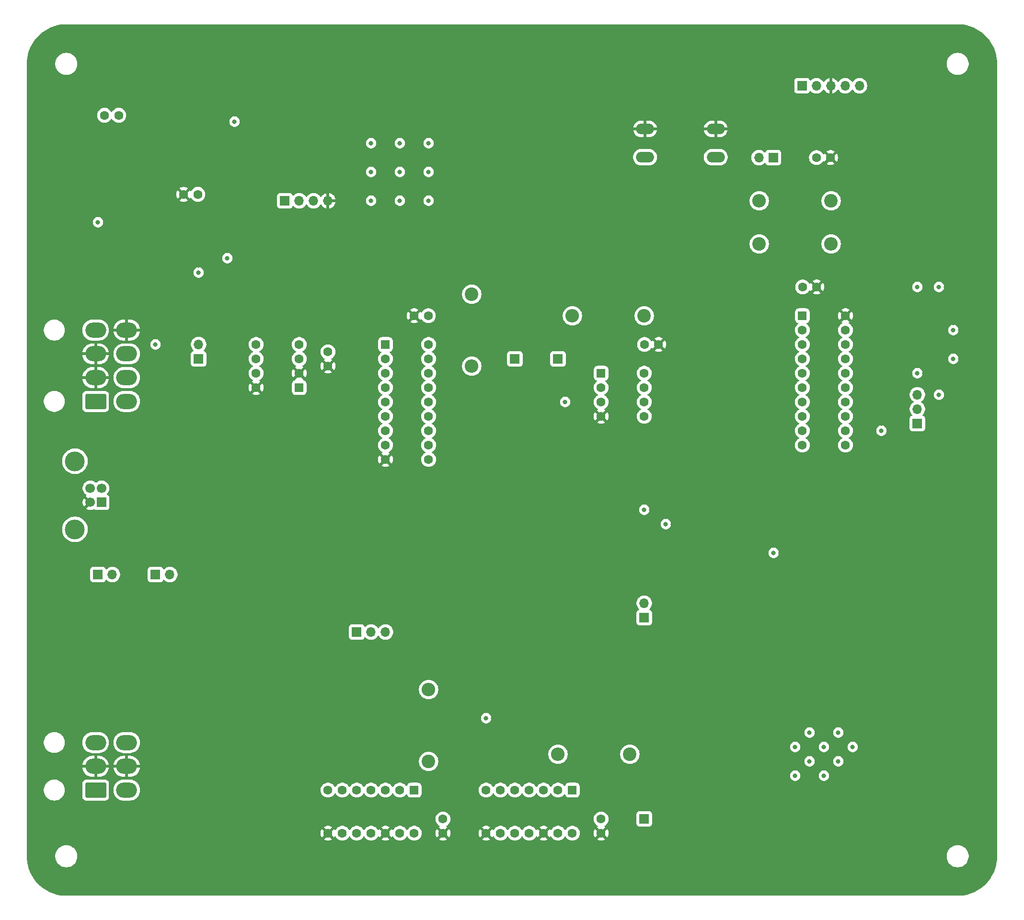
<source format=gbr>
%TF.GenerationSoftware,KiCad,Pcbnew,9.0.0*%
%TF.CreationDate,2025-09-27T10:55:46-04:00*%
%TF.ProjectId,can_gauge_interface,63616e5f-6761-4756-9765-5f696e746572,0.1*%
%TF.SameCoordinates,Original*%
%TF.FileFunction,Copper,L2,Inr*%
%TF.FilePolarity,Positive*%
%FSLAX46Y46*%
G04 Gerber Fmt 4.6, Leading zero omitted, Abs format (unit mm)*
G04 Created by KiCad (PCBNEW 9.0.0) date 2025-09-27 10:55:46*
%MOMM*%
%LPD*%
G01*
G04 APERTURE LIST*
G04 Aperture macros list*
%AMRoundRect*
0 Rectangle with rounded corners*
0 $1 Rounding radius*
0 $2 $3 $4 $5 $6 $7 $8 $9 X,Y pos of 4 corners*
0 Add a 4 corners polygon primitive as box body*
4,1,4,$2,$3,$4,$5,$6,$7,$8,$9,$2,$3,0*
0 Add four circle primitives for the rounded corners*
1,1,$1+$1,$2,$3*
1,1,$1+$1,$4,$5*
1,1,$1+$1,$6,$7*
1,1,$1+$1,$8,$9*
0 Add four rect primitives between the rounded corners*
20,1,$1+$1,$2,$3,$4,$5,0*
20,1,$1+$1,$4,$5,$6,$7,0*
20,1,$1+$1,$6,$7,$8,$9,0*
20,1,$1+$1,$8,$9,$2,$3,0*%
G04 Aperture macros list end*
%TA.AperFunction,ComponentPad*%
%ADD10R,1.700000X1.700000*%
%TD*%
%TA.AperFunction,ComponentPad*%
%ADD11O,1.700000X1.700000*%
%TD*%
%TA.AperFunction,ComponentPad*%
%ADD12RoundRect,0.250000X-0.550000X0.550000X-0.550000X-0.550000X0.550000X-0.550000X0.550000X0.550000X0*%
%TD*%
%TA.AperFunction,ComponentPad*%
%ADD13C,1.600000*%
%TD*%
%TA.AperFunction,ComponentPad*%
%ADD14RoundRect,0.250000X-0.550000X-0.550000X0.550000X-0.550000X0.550000X0.550000X-0.550000X0.550000X0*%
%TD*%
%TA.AperFunction,ComponentPad*%
%ADD15C,2.400000*%
%TD*%
%TA.AperFunction,ComponentPad*%
%ADD16O,2.400000X2.400000*%
%TD*%
%TA.AperFunction,ComponentPad*%
%ADD17O,3.200000X1.900000*%
%TD*%
%TA.AperFunction,ComponentPad*%
%ADD18RoundRect,0.250001X1.599999X-1.099999X1.599999X1.099999X-1.599999X1.099999X-1.599999X-1.099999X0*%
%TD*%
%TA.AperFunction,ComponentPad*%
%ADD19O,3.700000X2.700000*%
%TD*%
%TA.AperFunction,ComponentPad*%
%ADD20C,1.700000*%
%TD*%
%TA.AperFunction,ComponentPad*%
%ADD21C,3.500000*%
%TD*%
%TA.AperFunction,ComponentPad*%
%ADD22RoundRect,0.250000X0.550000X0.550000X-0.550000X0.550000X-0.550000X-0.550000X0.550000X-0.550000X0*%
%TD*%
%TA.AperFunction,ViaPad*%
%ADD23C,0.812800*%
%TD*%
G04 APERTURE END LIST*
D10*
%TO.N,/CAN_L*%
%TO.C,JP5*%
X55880000Y-134620000D03*
D11*
%TO.N,Net-(JP5-B)*%
X55880000Y-132080000D03*
%TD*%
D12*
%TO.N,+5VA*%
%TO.C,U8*%
X121920000Y-210820000D03*
D13*
%TO.N,unconnected-(U8-NC-Pad2)*%
X119380000Y-210820000D03*
%TO.N,/DAC1_~{CS}*%
X116840000Y-210820000D03*
%TO.N,/SCK*%
X114300000Y-210820000D03*
%TO.N,/MOSI*%
X111760000Y-210820000D03*
%TO.N,unconnected-(U8-NC-Pad6)*%
X109220000Y-210820000D03*
%TO.N,unconnected-(U8-NC-Pad7)*%
X106680000Y-210820000D03*
%TO.N,GND*%
X106680000Y-218440000D03*
%TO.N,+5VA*%
X109220000Y-218440000D03*
%TO.N,/AN2*%
X111760000Y-218440000D03*
%TO.N,+5VA*%
X114300000Y-218440000D03*
%TO.N,GND*%
X116840000Y-218440000D03*
%TO.N,+5VA*%
X119380000Y-218440000D03*
%TO.N,/AN1*%
X121920000Y-218440000D03*
%TD*%
%TO.N,GND*%
%TO.C,C15*%
X137160000Y-132080000D03*
%TO.N,+5V*%
X134660000Y-132080000D03*
%TD*%
D10*
%TO.N,/CAN_~{CS}*%
%TO.C,J6*%
X111760000Y-134620000D03*
%TD*%
%TO.N,VBUS*%
%TO.C,JP3*%
X38100000Y-172720000D03*
D11*
%TO.N,+5V*%
X40640000Y-172720000D03*
%TD*%
D13*
%TO.N,GND*%
%TO.C,C13*%
X93980000Y-127000000D03*
%TO.N,+5V*%
X96480000Y-127000000D03*
%TD*%
D10*
%TO.N,/ICSP_~{MCLR}*%
%TO.C,J4*%
X162500000Y-86360000D03*
D11*
%TO.N,+5V*%
X165040000Y-86360000D03*
%TO.N,GND*%
X167580000Y-86360000D03*
%TO.N,/ICSP_DAT*%
X170120000Y-86360000D03*
%TO.N,/ICSP_CLK*%
X172660000Y-86360000D03*
%TD*%
D13*
%TO.N,+5VA*%
%TO.C,C16*%
X99060000Y-215940000D03*
%TO.N,GND*%
X99060000Y-218440000D03*
%TD*%
D10*
%TO.N,/INT*%
%TO.C,JP2*%
X182880000Y-146035000D03*
D11*
%TO.N,/INT{slash}ICSP_CLK*%
X182880000Y-143495000D03*
%TO.N,/ICSP_CLK*%
X182880000Y-140955000D03*
%TD*%
D10*
%TO.N,Net-(JP1-A)*%
%TO.C,JP1*%
X157420000Y-99060000D03*
D11*
%TO.N,/ICSP_~{MCLR}*%
X154880000Y-99060000D03*
%TD*%
D13*
%TO.N,Net-(U5-SW)*%
%TO.C,C4*%
X39255000Y-91585000D03*
%TO.N,Net-(U5-BST)*%
X41755000Y-91585000D03*
%TD*%
%TO.N,Net-(JP1-A)*%
%TO.C,C12*%
X165040000Y-99060000D03*
%TO.N,GND*%
X167540000Y-99060000D03*
%TD*%
D14*
%TO.N,/ROM_~{CS}*%
%TO.C,U4*%
X127000000Y-137160000D03*
D13*
%TO.N,/MISO*%
X127000000Y-139700000D03*
%TO.N,+5V*%
X127000000Y-142240000D03*
%TO.N,GND*%
X127000000Y-144780000D03*
%TO.N,/MOSI*%
X134620000Y-144780000D03*
%TO.N,/SCK*%
X134620000Y-142240000D03*
%TO.N,+5V*%
X134620000Y-139700000D03*
X134620000Y-137160000D03*
%TD*%
D15*
%TO.N,+5VA*%
%TO.C,R10*%
X132080000Y-204470000D03*
D16*
%TO.N,/DAC1_~{CS}*%
X119380000Y-204470000D03*
%TD*%
D10*
%TO.N,/DAC1_~{CS}*%
%TO.C,J8*%
X134620000Y-180340000D03*
D11*
%TO.N,/DAC2_~{CS}*%
X134620000Y-177800000D03*
%TD*%
D13*
%TO.N,GND*%
%TO.C,C5*%
X53245000Y-105555000D03*
%TO.N,Net-(C5-Pad2)*%
X55745000Y-105555000D03*
%TD*%
D17*
%TO.N,GND*%
%TO.C,SW1*%
X134760000Y-93980000D03*
X147260000Y-93980000D03*
%TO.N,/ICSP_~{MCLR}*%
X134760000Y-98980000D03*
X147260000Y-98980000D03*
%TD*%
D18*
%TO.N,/AN1*%
%TO.C,J3*%
X37680000Y-210820000D03*
D19*
%TO.N,GND*%
X37680000Y-206620000D03*
%TO.N,/AN4*%
X37680000Y-202420000D03*
%TO.N,/AN2*%
X43180000Y-210820000D03*
%TO.N,GND*%
X43180000Y-206620000D03*
%TO.N,/AN3*%
X43180000Y-202420000D03*
%TD*%
D15*
%TO.N,+5VA*%
%TO.C,R11*%
X96520000Y-205740000D03*
D16*
%TO.N,/DAC2_~{CS}*%
X96520000Y-193040000D03*
%TD*%
D18*
%TO.N,/Tach*%
%TO.C,J2*%
X37680000Y-142140000D03*
D19*
%TO.N,GND*%
X37680000Y-137940000D03*
X37680000Y-133740000D03*
%TO.N,+12V*%
X37680000Y-129540000D03*
%TO.N,/Speed*%
X43180000Y-142140000D03*
%TO.N,/CAN_H*%
X43180000Y-137940000D03*
%TO.N,/CAN_L*%
X43180000Y-133740000D03*
%TO.N,GND*%
X43180000Y-129540000D03*
%TD*%
D13*
%TO.N,GND*%
%TO.C,C14*%
X78740000Y-135890000D03*
%TO.N,+5V*%
X78740000Y-133390000D03*
%TD*%
D12*
%TO.N,+5VA*%
%TO.C,U9*%
X93980000Y-210820000D03*
D13*
%TO.N,unconnected-(U9-NC-Pad2)*%
X91440000Y-210820000D03*
%TO.N,/DAC2_~{CS}*%
X88900000Y-210820000D03*
%TO.N,/SCK*%
X86360000Y-210820000D03*
%TO.N,/MOSI*%
X83820000Y-210820000D03*
%TO.N,unconnected-(U9-NC-Pad6)*%
X81280000Y-210820000D03*
%TO.N,unconnected-(U9-NC-Pad7)*%
X78740000Y-210820000D03*
%TO.N,GND*%
X78740000Y-218440000D03*
%TO.N,+5VA*%
X81280000Y-218440000D03*
%TO.N,/AN4*%
X83820000Y-218440000D03*
%TO.N,+5VA*%
X86360000Y-218440000D03*
%TO.N,GND*%
X88900000Y-218440000D03*
%TO.N,+5VA*%
X91440000Y-218440000D03*
%TO.N,/AN3*%
X93980000Y-218440000D03*
%TD*%
D10*
%TO.N,VBUS*%
%TO.C,J1*%
X38735000Y-159980000D03*
D20*
%TO.N,/USB_D-*%
X38735000Y-157480000D03*
%TO.N,/USB_D+*%
X36735000Y-157480000D03*
%TO.N,GND*%
X36735000Y-159980000D03*
D21*
%TO.N,unconnected-(J1-Shield-Pad5)*%
X34025000Y-164750000D03*
%TO.N,unconnected-(J1-Shield-Pad5)_1*%
X34025000Y-152710000D03*
%TD*%
D10*
%TO.N,+12V*%
%TO.C,J9*%
X71120000Y-106680000D03*
D11*
%TO.N,+6.5V*%
X73660000Y-106680000D03*
%TO.N,+5V*%
X76200000Y-106680000D03*
%TO.N,GND*%
X78740000Y-106680000D03*
%TD*%
D10*
%TO.N,VBUS*%
%TO.C,JP4*%
X48260000Y-172720000D03*
D11*
%TO.N,+5VA*%
X50800000Y-172720000D03*
%TD*%
D14*
%TO.N,+5V*%
%TO.C,U1*%
X162560000Y-127000000D03*
D13*
%TO.N,/DAC2_~{CS}*%
X162560000Y-129540000D03*
%TO.N,/CLK*%
X162560000Y-132080000D03*
%TO.N,/~{MCLR}*%
X162560000Y-134620000D03*
%TO.N,unconnected-(U1-PWM1{slash}CWG1A{slash}T0CKI{slash}RC5-Pad5)*%
X162560000Y-137160000D03*
%TO.N,/Speed*%
X162560000Y-139700000D03*
%TO.N,/Tach*%
X162560000Y-142240000D03*
%TO.N,/CAN_~{CS}*%
X162560000Y-144780000D03*
%TO.N,/MOSI*%
X162560000Y-147320000D03*
%TO.N,/DAC1_~{CS}*%
X162560000Y-149860000D03*
%TO.N,/SCK*%
X170180000Y-149860000D03*
%TO.N,/ROM_~{CS}*%
X170180000Y-147320000D03*
%TO.N,/MISO*%
X170180000Y-144780000D03*
%TO.N,unconnected-(U1-C2IN2-{slash}C1IN2-{slash}DACOUT1{slash}AN6{slash}RC2-Pad14)*%
X170180000Y-142240000D03*
%TO.N,/INT{slash}ICSP_CLK*%
X170180000Y-139700000D03*
%TO.N,/ICSP_DAT*%
X170180000Y-137160000D03*
%TO.N,Net-(U1-Vusb3v3)*%
X170180000Y-134620000D03*
%TO.N,/USB_D-*%
X170180000Y-132080000D03*
%TO.N,/USB_D+*%
X170180000Y-129540000D03*
%TO.N,GND*%
X170180000Y-127000000D03*
%TD*%
D15*
%TO.N,+5V*%
%TO.C,R9*%
X134620000Y-127000000D03*
D16*
%TO.N,/ROM_~{CS}*%
X121920000Y-127000000D03*
%TD*%
D14*
%TO.N,/CAN_TX*%
%TO.C,U2*%
X88900000Y-132080000D03*
D13*
%TO.N,/CAN_RX*%
X88900000Y-134620000D03*
%TO.N,unconnected-(U2-CLKOUT{slash}SOF-Pad3)*%
X88900000Y-137160000D03*
%TO.N,+5V*%
X88900000Y-139700000D03*
X88900000Y-142240000D03*
X88900000Y-144780000D03*
%TO.N,unconnected-(U2-OSC2-Pad7)*%
X88900000Y-147320000D03*
%TO.N,/CLK*%
X88900000Y-149860000D03*
%TO.N,GND*%
X88900000Y-152400000D03*
%TO.N,unconnected-(U2-~{RX1BF}-Pad10)*%
X96520000Y-152400000D03*
%TO.N,unconnected-(U2-~{RX0BF}-Pad11)*%
X96520000Y-149860000D03*
%TO.N,/INT*%
X96520000Y-147320000D03*
%TO.N,/SCK*%
X96520000Y-144780000D03*
%TO.N,/MOSI*%
X96520000Y-142240000D03*
%TO.N,/MISO*%
X96520000Y-139700000D03*
%TO.N,/CAN_~{CS}*%
X96520000Y-137160000D03*
%TO.N,+5V*%
X96520000Y-134620000D03*
X96520000Y-132080000D03*
%TD*%
D15*
%TO.N,+5V*%
%TO.C,R7*%
X104140000Y-123190000D03*
D16*
%TO.N,/CAN_~{CS}*%
X104140000Y-135890000D03*
%TD*%
D13*
%TO.N,+5V*%
%TO.C,C10*%
X162600000Y-121920000D03*
%TO.N,GND*%
X165100000Y-121920000D03*
%TD*%
D10*
%TO.N,/ROM_~{CS}*%
%TO.C,J7*%
X119380000Y-134620000D03*
%TD*%
D15*
%TO.N,+5V*%
%TO.C,R6*%
X167640000Y-106680000D03*
D16*
%TO.N,/ICSP_~{MCLR}*%
X154940000Y-106680000D03*
%TD*%
D10*
%TO.N,+5VA*%
%TO.C,J10*%
X134620000Y-215900000D03*
%TD*%
D22*
%TO.N,/CAN_TX*%
%TO.C,U3*%
X73660000Y-139700000D03*
D13*
%TO.N,GND*%
X73660000Y-137160000D03*
%TO.N,+5V*%
X73660000Y-134620000D03*
%TO.N,/CAN_RX*%
X73660000Y-132080000D03*
%TO.N,unconnected-(U3-SPLIT-Pad5)*%
X66040000Y-132080000D03*
%TO.N,/CAN_L*%
X66040000Y-134620000D03*
%TO.N,/CAN_H*%
X66040000Y-137160000D03*
%TO.N,GND*%
X66040000Y-139700000D03*
%TD*%
%TO.N,+5VA*%
%TO.C,C17*%
X127000000Y-215940000D03*
%TO.N,GND*%
X127000000Y-218440000D03*
%TD*%
D10*
%TO.N,/MOSI*%
%TO.C,J5*%
X83820000Y-182880000D03*
D11*
%TO.N,/SCK*%
X86360000Y-182880000D03*
%TO.N,/MISO*%
X88900000Y-182880000D03*
%TD*%
D15*
%TO.N,/ICSP_~{MCLR}*%
%TO.C,R4*%
X154940000Y-114300000D03*
D16*
%TO.N,/~{MCLR}*%
X167640000Y-114300000D03*
%TD*%
D23*
%TO.N,+12V*%
X38100000Y-110490000D03*
%TO.N,GND*%
X104140000Y-81280000D03*
X185420000Y-157480000D03*
X165100000Y-149860000D03*
X170180000Y-157480000D03*
X139700000Y-203200000D03*
X99060000Y-83820000D03*
X190500000Y-129540000D03*
X167640000Y-147320000D03*
X119380000Y-142240000D03*
X132080000Y-200660000D03*
X177800000Y-180340000D03*
X177800000Y-215900000D03*
X137160000Y-137160000D03*
X124460000Y-81280000D03*
X139700000Y-195580000D03*
X177800000Y-226060000D03*
X180340000Y-134620000D03*
X177800000Y-220980000D03*
X39489000Y-94506000D03*
X88900000Y-99060000D03*
X124460000Y-91440000D03*
X47490000Y-108095000D03*
X35560000Y-187960000D03*
X93980000Y-104140000D03*
X46220000Y-108095000D03*
X76200000Y-182880000D03*
X59690000Y-116840000D03*
X114300000Y-91440000D03*
X109220000Y-78740000D03*
X86360000Y-142240000D03*
X46220000Y-95395000D03*
X114300000Y-81280000D03*
X137160000Y-127000000D03*
X38100000Y-147320000D03*
X71120000Y-180340000D03*
X55880000Y-182880000D03*
X50800000Y-190500000D03*
X93980000Y-86360000D03*
X177800000Y-165100000D03*
X46220000Y-104285000D03*
X93980000Y-140970000D03*
X137160000Y-140970000D03*
X165100000Y-130810000D03*
X51935000Y-94125000D03*
X186690000Y-142240000D03*
X100330000Y-193040000D03*
X71120000Y-134620000D03*
X47490000Y-95395000D03*
X162560000Y-187960000D03*
X71120000Y-185420000D03*
X130810000Y-179070000D03*
X30480000Y-185420000D03*
X86360000Y-213360000D03*
X185420000Y-210820000D03*
X47490000Y-106825000D03*
X76200000Y-187960000D03*
X177800000Y-210820000D03*
X66040000Y-182880000D03*
X134620000Y-184150000D03*
X129540000Y-137160000D03*
X161290000Y-205776875D03*
X193040000Y-210820000D03*
X37965000Y-96538000D03*
X55880000Y-118110000D03*
X166370000Y-200660000D03*
X30480000Y-190500000D03*
X185420000Y-177800000D03*
X109220000Y-104140000D03*
X100330000Y-205740000D03*
X71120000Y-165100000D03*
X181610000Y-121920000D03*
X177800000Y-218440000D03*
X170180000Y-180340000D03*
X35560000Y-110490000D03*
X111760000Y-213360000D03*
X138430000Y-179070000D03*
X76200000Y-157480000D03*
X47490000Y-105555000D03*
X177800000Y-203200000D03*
X71120000Y-190500000D03*
X86360000Y-144780000D03*
X40640000Y-180340000D03*
X93980000Y-99060000D03*
X189230000Y-128270000D03*
X109220000Y-88900000D03*
X177800000Y-187960000D03*
X107950000Y-198120000D03*
X76200000Y-88900000D03*
X50165000Y-132080000D03*
X158750000Y-168910000D03*
X154940000Y-187960000D03*
X187960000Y-121920000D03*
X163830000Y-208280000D03*
X53967000Y-99840000D03*
X81280000Y-87630000D03*
X78740000Y-83820000D03*
X43180000Y-147320000D03*
X37965000Y-95268000D03*
X119380000Y-88900000D03*
X132080000Y-140970000D03*
X78740000Y-88900000D03*
X60960000Y-165100000D03*
X168910000Y-203200000D03*
X50800000Y-185420000D03*
X60960000Y-160020000D03*
X104140000Y-91440000D03*
X78740000Y-78740000D03*
X163830000Y-203200000D03*
X88900000Y-104140000D03*
X93980000Y-81280000D03*
X88900000Y-83820000D03*
X124460000Y-96520000D03*
X109220000Y-93980000D03*
X160020000Y-127000000D03*
X47490000Y-104285000D03*
X66040000Y-162560000D03*
X184150000Y-137160000D03*
X62230000Y-94615000D03*
X40640000Y-175260000D03*
X114300000Y-96520000D03*
X99060000Y-134620000D03*
X162560000Y-212090000D03*
X170180000Y-172720000D03*
X93980000Y-139700000D03*
X68580000Y-83820000D03*
X83820000Y-213360000D03*
X123190000Y-204470000D03*
X170180000Y-187960000D03*
X171450000Y-200660000D03*
X51935000Y-95395000D03*
X71120000Y-87630000D03*
X42283000Y-95268000D03*
X104140000Y-86360000D03*
X40640000Y-190500000D03*
X30480000Y-180340000D03*
X177800000Y-172720000D03*
X109220000Y-99060000D03*
X86360000Y-90170000D03*
X46220000Y-106825000D03*
X124460000Y-127000000D03*
X170180000Y-195580000D03*
X60325000Y-92710000D03*
X42283000Y-96538000D03*
X73660000Y-88900000D03*
X147320000Y-203200000D03*
X71120000Y-109220000D03*
X135890000Y-161290000D03*
X40640000Y-185420000D03*
X109220000Y-83820000D03*
X139700000Y-210820000D03*
X81280000Y-214630000D03*
X154940000Y-210820000D03*
X114300000Y-86360000D03*
X45720000Y-182880000D03*
X50800000Y-180340000D03*
X71120000Y-170180000D03*
X88900000Y-213360000D03*
X124460000Y-86360000D03*
X46220000Y-105555000D03*
X104140000Y-96520000D03*
X99060000Y-132080000D03*
X154940000Y-195580000D03*
X147320000Y-210820000D03*
X88900000Y-78740000D03*
X193040000Y-203200000D03*
X73660000Y-109220000D03*
X119380000Y-83820000D03*
X139700000Y-163830000D03*
X162560000Y-195580000D03*
X55880000Y-187960000D03*
X161290000Y-200660000D03*
X132080000Y-144780000D03*
X177800000Y-208280000D03*
X119380000Y-99060000D03*
X119380000Y-93980000D03*
X147320000Y-187960000D03*
X68580000Y-87630000D03*
X99060000Y-78740000D03*
X40759000Y-94506000D03*
X185420000Y-203200000D03*
X166370000Y-205740000D03*
X119380000Y-104140000D03*
X76065000Y-97642500D03*
X119380000Y-78740000D03*
X187960000Y-134620000D03*
X46990000Y-139700000D03*
X35560000Y-182880000D03*
X83820000Y-81280000D03*
X177800000Y-205740000D03*
X93980000Y-144780000D03*
X177800000Y-213360000D03*
X46220000Y-103015000D03*
X116840000Y-213360000D03*
X66040000Y-167640000D03*
X46220000Y-94125000D03*
X104140000Y-132080000D03*
X73660000Y-81280000D03*
X83820000Y-87630000D03*
X99060000Y-88900000D03*
X190500000Y-134620000D03*
X104140000Y-127000000D03*
X185420000Y-187960000D03*
X76200000Y-152400000D03*
X47490000Y-103015000D03*
X50800000Y-170180000D03*
X147320000Y-195580000D03*
X176530000Y-146050000D03*
X154940000Y-203200000D03*
X86360000Y-139700000D03*
X167640000Y-212090000D03*
X68580000Y-78740000D03*
X47490000Y-94125000D03*
X45720000Y-187960000D03*
%TO.N,+6.5V*%
X161290000Y-208280000D03*
X163830000Y-205740000D03*
X163830000Y-200660000D03*
X166370000Y-208280000D03*
X168910000Y-200660000D03*
X171450000Y-203200000D03*
X168910000Y-205740000D03*
X161290000Y-203200000D03*
X166370000Y-203200000D03*
X62230000Y-92710000D03*
%TO.N,+5V*%
X96520000Y-106680000D03*
X96520000Y-101600000D03*
X91440000Y-106680000D03*
X91440000Y-96520000D03*
X91440000Y-101600000D03*
X86360000Y-106680000D03*
X86360000Y-96520000D03*
X96520000Y-96520000D03*
X86360000Y-101600000D03*
%TO.N,/USB_D+*%
X189230000Y-129540000D03*
X189230000Y-134620000D03*
%TO.N,/Tach*%
X55880000Y-119380000D03*
%TO.N,/Speed*%
X60960000Y-116840000D03*
%TO.N,/CAN_H*%
X48260000Y-132080000D03*
%TO.N,/ICSP_CLK*%
X186690000Y-121920000D03*
X186690000Y-140970000D03*
%TO.N,/ICSP_DAT*%
X182880000Y-137160000D03*
X182880000Y-121920000D03*
%TO.N,/ROM_~{CS}*%
X120650000Y-142240000D03*
X176530000Y-147320000D03*
%TO.N,/SCK*%
X138430000Y-163830000D03*
%TO.N,/MOSI*%
X106680000Y-198120000D03*
X134620000Y-161290000D03*
%TO.N,/CLK*%
X157480000Y-168910000D03*
%TD*%
%TA.AperFunction,Conductor*%
%TO.N,GND*%
G36*
X190002239Y-75500579D02*
G01*
X190494858Y-75518173D01*
X190503804Y-75518814D01*
X190991678Y-75571266D01*
X191000540Y-75572540D01*
X191483425Y-75659662D01*
X191492212Y-75661574D01*
X191967626Y-75782916D01*
X191976255Y-75785450D01*
X192441803Y-75940398D01*
X192450219Y-75943536D01*
X192903551Y-76131313D01*
X192911718Y-76135044D01*
X193350474Y-76354669D01*
X193358368Y-76358979D01*
X193780344Y-76609349D01*
X193787907Y-76614209D01*
X194190958Y-76894053D01*
X194198140Y-76899429D01*
X194580189Y-77207303D01*
X194586987Y-77213193D01*
X194946100Y-77547539D01*
X194952458Y-77553897D01*
X195286806Y-77913012D01*
X195292696Y-77919810D01*
X195600563Y-78301850D01*
X195605953Y-78309050D01*
X195885787Y-78712088D01*
X195890650Y-78719655D01*
X196141020Y-79141631D01*
X196145330Y-79149525D01*
X196364952Y-79588274D01*
X196368689Y-79596456D01*
X196556458Y-80049768D01*
X196559601Y-80058196D01*
X196714549Y-80523744D01*
X196717083Y-80532373D01*
X196838425Y-81007787D01*
X196840337Y-81016576D01*
X196927456Y-81499439D01*
X196928736Y-81508342D01*
X196981184Y-81996182D01*
X196981826Y-82005154D01*
X196999420Y-82497760D01*
X196999500Y-82502257D01*
X196999500Y-222497742D01*
X196999420Y-222502239D01*
X196981826Y-222994845D01*
X196981184Y-223003817D01*
X196928736Y-223491657D01*
X196927456Y-223500560D01*
X196840337Y-223983423D01*
X196838425Y-223992212D01*
X196717083Y-224467626D01*
X196714549Y-224476255D01*
X196559601Y-224941803D01*
X196556458Y-224950231D01*
X196368689Y-225403543D01*
X196364952Y-225411725D01*
X196145330Y-225850474D01*
X196141020Y-225858368D01*
X195890650Y-226280344D01*
X195885787Y-226287911D01*
X195605953Y-226690949D01*
X195600563Y-226698149D01*
X195292696Y-227080189D01*
X195286806Y-227086987D01*
X194952460Y-227446100D01*
X194946100Y-227452460D01*
X194586987Y-227786806D01*
X194580189Y-227792696D01*
X194198149Y-228100563D01*
X194190949Y-228105953D01*
X193787911Y-228385787D01*
X193780344Y-228390650D01*
X193358368Y-228641020D01*
X193350474Y-228645330D01*
X192911725Y-228864952D01*
X192903543Y-228868689D01*
X192450231Y-229056458D01*
X192441803Y-229059601D01*
X191976255Y-229214549D01*
X191967626Y-229217083D01*
X191492212Y-229338425D01*
X191483423Y-229340337D01*
X191000560Y-229427456D01*
X190991657Y-229428736D01*
X190503817Y-229481184D01*
X190494845Y-229481826D01*
X190002240Y-229499420D01*
X189997743Y-229499500D01*
X32502257Y-229499500D01*
X32497760Y-229499420D01*
X32005154Y-229481826D01*
X31996182Y-229481184D01*
X31508342Y-229428736D01*
X31499439Y-229427456D01*
X31016576Y-229340337D01*
X31007787Y-229338425D01*
X30532373Y-229217083D01*
X30523744Y-229214549D01*
X30058196Y-229059601D01*
X30049768Y-229056458D01*
X29596456Y-228868689D01*
X29588274Y-228864952D01*
X29149525Y-228645330D01*
X29141631Y-228641020D01*
X28719655Y-228390650D01*
X28712088Y-228385787D01*
X28309050Y-228105953D01*
X28301850Y-228100563D01*
X27919810Y-227792696D01*
X27913012Y-227786806D01*
X27553899Y-227452460D01*
X27547539Y-227446100D01*
X27445975Y-227337013D01*
X27213190Y-227086984D01*
X27207303Y-227080189D01*
X27054401Y-226890449D01*
X26899429Y-226698140D01*
X26894053Y-226690958D01*
X26614209Y-226287907D01*
X26609349Y-226280344D01*
X26406278Y-225938087D01*
X26358976Y-225858363D01*
X26354669Y-225850474D01*
X26135047Y-225411725D01*
X26131310Y-225403543D01*
X25943541Y-224950231D01*
X25940398Y-224941803D01*
X25785450Y-224476255D01*
X25782916Y-224467626D01*
X25661574Y-223992212D01*
X25659662Y-223983423D01*
X25624549Y-223788807D01*
X25572540Y-223500540D01*
X25571266Y-223491678D01*
X25518814Y-223003804D01*
X25518173Y-222994845D01*
X25514119Y-222881340D01*
X25500580Y-222502239D01*
X25500500Y-222497742D01*
X25500500Y-222372154D01*
X30549500Y-222372154D01*
X30549500Y-222627845D01*
X30582872Y-222881332D01*
X30582873Y-222881338D01*
X30582874Y-222881340D01*
X30649050Y-223128313D01*
X30746896Y-223364535D01*
X30746897Y-223364536D01*
X30746902Y-223364546D01*
X30874736Y-223585961D01*
X30874741Y-223585967D01*
X31030385Y-223788807D01*
X31030404Y-223788828D01*
X31211171Y-223969595D01*
X31211181Y-223969604D01*
X31211187Y-223969610D01*
X31414035Y-224125261D01*
X31635465Y-224253104D01*
X31871687Y-224350950D01*
X32118660Y-224417126D01*
X32118666Y-224417126D01*
X32118667Y-224417127D01*
X32147751Y-224420956D01*
X32372157Y-224450500D01*
X32372164Y-224450500D01*
X32627836Y-224450500D01*
X32627843Y-224450500D01*
X32881340Y-224417126D01*
X33128313Y-224350950D01*
X33364535Y-224253104D01*
X33585965Y-224125261D01*
X33788813Y-223969610D01*
X33969610Y-223788813D01*
X34125261Y-223585965D01*
X34253104Y-223364535D01*
X34350950Y-223128313D01*
X34417126Y-222881340D01*
X34450500Y-222627843D01*
X34450500Y-222372157D01*
X34450500Y-222372154D01*
X188049500Y-222372154D01*
X188049500Y-222627845D01*
X188082872Y-222881332D01*
X188082873Y-222881338D01*
X188082874Y-222881340D01*
X188149050Y-223128313D01*
X188246896Y-223364535D01*
X188246897Y-223364536D01*
X188246902Y-223364546D01*
X188374736Y-223585961D01*
X188374741Y-223585967D01*
X188530385Y-223788807D01*
X188530404Y-223788828D01*
X188711171Y-223969595D01*
X188711181Y-223969604D01*
X188711187Y-223969610D01*
X188914035Y-224125261D01*
X189135465Y-224253104D01*
X189371687Y-224350950D01*
X189618660Y-224417126D01*
X189618666Y-224417126D01*
X189618667Y-224417127D01*
X189647751Y-224420956D01*
X189872157Y-224450500D01*
X189872164Y-224450500D01*
X190127836Y-224450500D01*
X190127843Y-224450500D01*
X190381340Y-224417126D01*
X190628313Y-224350950D01*
X190864535Y-224253104D01*
X191085965Y-224125261D01*
X191288813Y-223969610D01*
X191469610Y-223788813D01*
X191625261Y-223585965D01*
X191753104Y-223364535D01*
X191850950Y-223128313D01*
X191917126Y-222881340D01*
X191950500Y-222627843D01*
X191950500Y-222372157D01*
X191917126Y-222118660D01*
X191850950Y-221871687D01*
X191753104Y-221635465D01*
X191625261Y-221414035D01*
X191469610Y-221211187D01*
X191469604Y-221211181D01*
X191469595Y-221211171D01*
X191288828Y-221030404D01*
X191288807Y-221030385D01*
X191195548Y-220958825D01*
X191085965Y-220874739D01*
X191085963Y-220874738D01*
X191085961Y-220874736D01*
X190864546Y-220746902D01*
X190864541Y-220746899D01*
X190864535Y-220746896D01*
X190628313Y-220649050D01*
X190381340Y-220582874D01*
X190381338Y-220582873D01*
X190381332Y-220582872D01*
X190127845Y-220549500D01*
X190127843Y-220549500D01*
X189872157Y-220549500D01*
X189872154Y-220549500D01*
X189618667Y-220582872D01*
X189371687Y-220649050D01*
X189135463Y-220746897D01*
X189135453Y-220746902D01*
X188914038Y-220874736D01*
X188914032Y-220874741D01*
X188711192Y-221030385D01*
X188711171Y-221030404D01*
X188530404Y-221211171D01*
X188530385Y-221211192D01*
X188374741Y-221414032D01*
X188374736Y-221414038D01*
X188246902Y-221635453D01*
X188246897Y-221635463D01*
X188149050Y-221871687D01*
X188082872Y-222118667D01*
X188049500Y-222372154D01*
X34450500Y-222372154D01*
X34417126Y-222118660D01*
X34350950Y-221871687D01*
X34253104Y-221635465D01*
X34125261Y-221414035D01*
X33969610Y-221211187D01*
X33969604Y-221211181D01*
X33969595Y-221211171D01*
X33788828Y-221030404D01*
X33788807Y-221030385D01*
X33695548Y-220958825D01*
X33585965Y-220874739D01*
X33585963Y-220874738D01*
X33585961Y-220874736D01*
X33364546Y-220746902D01*
X33364541Y-220746899D01*
X33364535Y-220746896D01*
X33128313Y-220649050D01*
X32881340Y-220582874D01*
X32881338Y-220582873D01*
X32881332Y-220582872D01*
X32627845Y-220549500D01*
X32627843Y-220549500D01*
X32372157Y-220549500D01*
X32372154Y-220549500D01*
X32118667Y-220582872D01*
X31871687Y-220649050D01*
X31635463Y-220746897D01*
X31635453Y-220746902D01*
X31414038Y-220874736D01*
X31414032Y-220874741D01*
X31211192Y-221030385D01*
X31211171Y-221030404D01*
X31030404Y-221211171D01*
X31030385Y-221211192D01*
X30874741Y-221414032D01*
X30874736Y-221414038D01*
X30746902Y-221635453D01*
X30746897Y-221635463D01*
X30649050Y-221871687D01*
X30582872Y-222118667D01*
X30549500Y-222372154D01*
X25500500Y-222372154D01*
X25500500Y-218337061D01*
X77432000Y-218337061D01*
X77432000Y-218542938D01*
X77464208Y-218746296D01*
X77527826Y-218942093D01*
X77527829Y-218942099D01*
X77621297Y-219125540D01*
X77621298Y-219125541D01*
X77652416Y-219168372D01*
X78340000Y-218480788D01*
X78340000Y-218492661D01*
X78367259Y-218594394D01*
X78419920Y-218685606D01*
X78494394Y-218760080D01*
X78585606Y-218812741D01*
X78687339Y-218840000D01*
X78699210Y-218840000D01*
X78011626Y-219527582D01*
X78011626Y-219527583D01*
X78054454Y-219558699D01*
X78237900Y-219652170D01*
X78237906Y-219652173D01*
X78433705Y-219715791D01*
X78433701Y-219715791D01*
X78637061Y-219748000D01*
X78842939Y-219748000D01*
X79046296Y-219715791D01*
X79242093Y-219652173D01*
X79242099Y-219652170D01*
X79425541Y-219558701D01*
X79468372Y-219527582D01*
X79468372Y-219527581D01*
X78780791Y-218840000D01*
X78792661Y-218840000D01*
X78894394Y-218812741D01*
X78985606Y-218760080D01*
X79060080Y-218685606D01*
X79112741Y-218594394D01*
X79140000Y-218492661D01*
X79140000Y-218480791D01*
X79827581Y-219168372D01*
X79827582Y-219168372D01*
X79858701Y-219125541D01*
X79897453Y-219049488D01*
X79946201Y-218997873D01*
X80015116Y-218980807D01*
X80082318Y-219003708D01*
X80121985Y-219049486D01*
X80160871Y-219125803D01*
X80281932Y-219292430D01*
X80281934Y-219292432D01*
X80281936Y-219292435D01*
X80427564Y-219438063D01*
X80427567Y-219438065D01*
X80427570Y-219438068D01*
X80594197Y-219559129D01*
X80777710Y-219652634D01*
X80973592Y-219716280D01*
X81177019Y-219748500D01*
X81177022Y-219748500D01*
X81382978Y-219748500D01*
X81382981Y-219748500D01*
X81586408Y-219716280D01*
X81782290Y-219652634D01*
X81965803Y-219559129D01*
X82132430Y-219438068D01*
X82278068Y-219292430D01*
X82399129Y-219125803D01*
X82437734Y-219050034D01*
X82486481Y-218998422D01*
X82555396Y-218981356D01*
X82622598Y-219004257D01*
X82662264Y-219050034D01*
X82700871Y-219125803D01*
X82821932Y-219292430D01*
X82821934Y-219292432D01*
X82821936Y-219292435D01*
X82967564Y-219438063D01*
X82967567Y-219438065D01*
X82967570Y-219438068D01*
X83134197Y-219559129D01*
X83317710Y-219652634D01*
X83513592Y-219716280D01*
X83717019Y-219748500D01*
X83717022Y-219748500D01*
X83922978Y-219748500D01*
X83922981Y-219748500D01*
X84126408Y-219716280D01*
X84322290Y-219652634D01*
X84505803Y-219559129D01*
X84672430Y-219438068D01*
X84818068Y-219292430D01*
X84939129Y-219125803D01*
X84977734Y-219050034D01*
X85026481Y-218998422D01*
X85095396Y-218981356D01*
X85162598Y-219004257D01*
X85202264Y-219050034D01*
X85240871Y-219125803D01*
X85361932Y-219292430D01*
X85361934Y-219292432D01*
X85361936Y-219292435D01*
X85507564Y-219438063D01*
X85507567Y-219438065D01*
X85507570Y-219438068D01*
X85674197Y-219559129D01*
X85857710Y-219652634D01*
X86053592Y-219716280D01*
X86257019Y-219748500D01*
X86257022Y-219748500D01*
X86462978Y-219748500D01*
X86462981Y-219748500D01*
X86666408Y-219716280D01*
X86862290Y-219652634D01*
X87045803Y-219559129D01*
X87212430Y-219438068D01*
X87212435Y-219438063D01*
X87260033Y-219390466D01*
X87358063Y-219292435D01*
X87358068Y-219292430D01*
X87479129Y-219125803D01*
X87518014Y-219049486D01*
X87566759Y-218997874D01*
X87635674Y-218980807D01*
X87702876Y-219003707D01*
X87742545Y-219049487D01*
X87781294Y-219125535D01*
X87781298Y-219125541D01*
X87812416Y-219168372D01*
X88500000Y-218480788D01*
X88500000Y-218492661D01*
X88527259Y-218594394D01*
X88579920Y-218685606D01*
X88654394Y-218760080D01*
X88745606Y-218812741D01*
X88847339Y-218840000D01*
X88859210Y-218840000D01*
X88171626Y-219527582D01*
X88171626Y-219527583D01*
X88214454Y-219558699D01*
X88397900Y-219652170D01*
X88397906Y-219652173D01*
X88593705Y-219715791D01*
X88593701Y-219715791D01*
X88797061Y-219748000D01*
X89002939Y-219748000D01*
X89206296Y-219715791D01*
X89402093Y-219652173D01*
X89402099Y-219652170D01*
X89585541Y-219558701D01*
X89628372Y-219527582D01*
X89628372Y-219527581D01*
X88940791Y-218840000D01*
X88952661Y-218840000D01*
X89054394Y-218812741D01*
X89145606Y-218760080D01*
X89220080Y-218685606D01*
X89272741Y-218594394D01*
X89300000Y-218492661D01*
X89300000Y-218480791D01*
X89987581Y-219168372D01*
X89987582Y-219168372D01*
X90018701Y-219125541D01*
X90057453Y-219049488D01*
X90106201Y-218997873D01*
X90175116Y-218980807D01*
X90242318Y-219003708D01*
X90281985Y-219049486D01*
X90320871Y-219125803D01*
X90441932Y-219292430D01*
X90441934Y-219292432D01*
X90441936Y-219292435D01*
X90587564Y-219438063D01*
X90587567Y-219438065D01*
X90587570Y-219438068D01*
X90754197Y-219559129D01*
X90937710Y-219652634D01*
X91133592Y-219716280D01*
X91337019Y-219748500D01*
X91337022Y-219748500D01*
X91542978Y-219748500D01*
X91542981Y-219748500D01*
X91746408Y-219716280D01*
X91942290Y-219652634D01*
X92125803Y-219559129D01*
X92292430Y-219438068D01*
X92438068Y-219292430D01*
X92559129Y-219125803D01*
X92597734Y-219050034D01*
X92646481Y-218998422D01*
X92715396Y-218981356D01*
X92782598Y-219004257D01*
X92822264Y-219050034D01*
X92860871Y-219125803D01*
X92981932Y-219292430D01*
X92981934Y-219292432D01*
X92981936Y-219292435D01*
X93127564Y-219438063D01*
X93127567Y-219438065D01*
X93127570Y-219438068D01*
X93294197Y-219559129D01*
X93477710Y-219652634D01*
X93673592Y-219716280D01*
X93877019Y-219748500D01*
X93877022Y-219748500D01*
X94082978Y-219748500D01*
X94082981Y-219748500D01*
X94286408Y-219716280D01*
X94482290Y-219652634D01*
X94665803Y-219559129D01*
X94832430Y-219438068D01*
X94832435Y-219438063D01*
X94880033Y-219390466D01*
X94978063Y-219292435D01*
X94978068Y-219292430D01*
X95099129Y-219125803D01*
X95192634Y-218942290D01*
X95256280Y-218746408D01*
X95288500Y-218542981D01*
X95288500Y-218337019D01*
X95256280Y-218133592D01*
X95192634Y-217937710D01*
X95099129Y-217754197D01*
X94978068Y-217587570D01*
X94978065Y-217587567D01*
X94978063Y-217587564D01*
X94832435Y-217441936D01*
X94832432Y-217441934D01*
X94832430Y-217441932D01*
X94666391Y-217321298D01*
X94665806Y-217320873D01*
X94665805Y-217320872D01*
X94665803Y-217320871D01*
X94482290Y-217227366D01*
X94482287Y-217227365D01*
X94482285Y-217227364D01*
X94286412Y-217163721D01*
X94286410Y-217163720D01*
X94286408Y-217163720D01*
X94082981Y-217131500D01*
X93877019Y-217131500D01*
X93673592Y-217163720D01*
X93673590Y-217163720D01*
X93673587Y-217163721D01*
X93477714Y-217227364D01*
X93477708Y-217227367D01*
X93294193Y-217320873D01*
X93127567Y-217441934D01*
X93127564Y-217441936D01*
X92981936Y-217587564D01*
X92981934Y-217587567D01*
X92860873Y-217754193D01*
X92822267Y-217829962D01*
X92773518Y-217881577D01*
X92704603Y-217898643D01*
X92637402Y-217875742D01*
X92597733Y-217829962D01*
X92559129Y-217754197D01*
X92438068Y-217587570D01*
X92438065Y-217587567D01*
X92438063Y-217587564D01*
X92292435Y-217441936D01*
X92292432Y-217441934D01*
X92292430Y-217441932D01*
X92126391Y-217321298D01*
X92125806Y-217320873D01*
X92125805Y-217320872D01*
X92125803Y-217320871D01*
X91942290Y-217227366D01*
X91942287Y-217227365D01*
X91942285Y-217227364D01*
X91746412Y-217163721D01*
X91746410Y-217163720D01*
X91746408Y-217163720D01*
X91542981Y-217131500D01*
X91337019Y-217131500D01*
X91133592Y-217163720D01*
X91133590Y-217163720D01*
X91133587Y-217163721D01*
X90937714Y-217227364D01*
X90937708Y-217227367D01*
X90754193Y-217320873D01*
X90587567Y-217441934D01*
X90587564Y-217441936D01*
X90441936Y-217587564D01*
X90441934Y-217587567D01*
X90320872Y-217754193D01*
X90281987Y-217830511D01*
X90233238Y-217882126D01*
X90164323Y-217899192D01*
X90097122Y-217876291D01*
X90057453Y-217830511D01*
X90018699Y-217754454D01*
X89987583Y-217711626D01*
X89987582Y-217711626D01*
X89300000Y-218399208D01*
X89300000Y-218387339D01*
X89272741Y-218285606D01*
X89220080Y-218194394D01*
X89145606Y-218119920D01*
X89054394Y-218067259D01*
X88952661Y-218040000D01*
X88940790Y-218040000D01*
X89628372Y-217352416D01*
X89585541Y-217321298D01*
X89585540Y-217321297D01*
X89402099Y-217227829D01*
X89402093Y-217227826D01*
X89206294Y-217164208D01*
X89206298Y-217164208D01*
X89002939Y-217132000D01*
X88797061Y-217132000D01*
X88593703Y-217164208D01*
X88397906Y-217227826D01*
X88397900Y-217227829D01*
X88214452Y-217321301D01*
X88171625Y-217352416D01*
X88859209Y-218040000D01*
X88847339Y-218040000D01*
X88745606Y-218067259D01*
X88654394Y-218119920D01*
X88579920Y-218194394D01*
X88527259Y-218285606D01*
X88500000Y-218387339D01*
X88500000Y-218399209D01*
X87812416Y-217711625D01*
X87781301Y-217754453D01*
X87781299Y-217754456D01*
X87742546Y-217830512D01*
X87693798Y-217882127D01*
X87624883Y-217899192D01*
X87557681Y-217876291D01*
X87518013Y-217830511D01*
X87479127Y-217754193D01*
X87415588Y-217666741D01*
X87358068Y-217587570D01*
X87358065Y-217587567D01*
X87358063Y-217587564D01*
X87212435Y-217441936D01*
X87212432Y-217441934D01*
X87212430Y-217441932D01*
X87046391Y-217321298D01*
X87045806Y-217320873D01*
X87045805Y-217320872D01*
X87045803Y-217320871D01*
X86862290Y-217227366D01*
X86862287Y-217227365D01*
X86862285Y-217227364D01*
X86666412Y-217163721D01*
X86666410Y-217163720D01*
X86666408Y-217163720D01*
X86462981Y-217131500D01*
X86257019Y-217131500D01*
X86053592Y-217163720D01*
X86053590Y-217163720D01*
X86053587Y-217163721D01*
X85857714Y-217227364D01*
X85857708Y-217227367D01*
X85674193Y-217320873D01*
X85507567Y-217441934D01*
X85507564Y-217441936D01*
X85361936Y-217587564D01*
X85361934Y-217587567D01*
X85240873Y-217754193D01*
X85202267Y-217829962D01*
X85153518Y-217881577D01*
X85084603Y-217898643D01*
X85017402Y-217875742D01*
X84977733Y-217829962D01*
X84939129Y-217754197D01*
X84818068Y-217587570D01*
X84818065Y-217587567D01*
X84818063Y-217587564D01*
X84672435Y-217441936D01*
X84672432Y-217441934D01*
X84672430Y-217441932D01*
X84506391Y-217321298D01*
X84505806Y-217320873D01*
X84505805Y-217320872D01*
X84505803Y-217320871D01*
X84322290Y-217227366D01*
X84322287Y-217227365D01*
X84322285Y-217227364D01*
X84126412Y-217163721D01*
X84126410Y-217163720D01*
X84126408Y-217163720D01*
X83922981Y-217131500D01*
X83717019Y-217131500D01*
X83513592Y-217163720D01*
X83513590Y-217163720D01*
X83513587Y-217163721D01*
X83317714Y-217227364D01*
X83317708Y-217227367D01*
X83134193Y-217320873D01*
X82967567Y-217441934D01*
X82967564Y-217441936D01*
X82821936Y-217587564D01*
X82821934Y-217587567D01*
X82700873Y-217754193D01*
X82662267Y-217829962D01*
X82613518Y-217881577D01*
X82544603Y-217898643D01*
X82477402Y-217875742D01*
X82437733Y-217829962D01*
X82399129Y-217754197D01*
X82278068Y-217587570D01*
X82278065Y-217587567D01*
X82278063Y-217587564D01*
X82132435Y-217441936D01*
X82132432Y-217441934D01*
X82132430Y-217441932D01*
X81966391Y-217321298D01*
X81965806Y-217320873D01*
X81965805Y-217320872D01*
X81965803Y-217320871D01*
X81782290Y-217227366D01*
X81782287Y-217227365D01*
X81782285Y-217227364D01*
X81586412Y-217163721D01*
X81586410Y-217163720D01*
X81586408Y-217163720D01*
X81382981Y-217131500D01*
X81177019Y-217131500D01*
X80973592Y-217163720D01*
X80973590Y-217163720D01*
X80973587Y-217163721D01*
X80777714Y-217227364D01*
X80777708Y-217227367D01*
X80594193Y-217320873D01*
X80427567Y-217441934D01*
X80427564Y-217441936D01*
X80281936Y-217587564D01*
X80281934Y-217587567D01*
X80160872Y-217754193D01*
X80121987Y-217830511D01*
X80073238Y-217882126D01*
X80004323Y-217899192D01*
X79937122Y-217876291D01*
X79897453Y-217830511D01*
X79858699Y-217754454D01*
X79827583Y-217711626D01*
X79827582Y-217711626D01*
X79140000Y-218399208D01*
X79140000Y-218387339D01*
X79112741Y-218285606D01*
X79060080Y-218194394D01*
X78985606Y-218119920D01*
X78894394Y-218067259D01*
X78792661Y-218040000D01*
X78780790Y-218040000D01*
X79468372Y-217352416D01*
X79425541Y-217321298D01*
X79425540Y-217321297D01*
X79242099Y-217227829D01*
X79242093Y-217227826D01*
X79046294Y-217164208D01*
X79046298Y-217164208D01*
X78842939Y-217132000D01*
X78637061Y-217132000D01*
X78433703Y-217164208D01*
X78237906Y-217227826D01*
X78237900Y-217227829D01*
X78054452Y-217321301D01*
X78011625Y-217352416D01*
X78699209Y-218040000D01*
X78687339Y-218040000D01*
X78585606Y-218067259D01*
X78494394Y-218119920D01*
X78419920Y-218194394D01*
X78367259Y-218285606D01*
X78340000Y-218387339D01*
X78340000Y-218399209D01*
X77652416Y-217711625D01*
X77621301Y-217754452D01*
X77527829Y-217937900D01*
X77527826Y-217937906D01*
X77464208Y-218133703D01*
X77432000Y-218337061D01*
X25500500Y-218337061D01*
X25500500Y-215837019D01*
X97751500Y-215837019D01*
X97751500Y-216042981D01*
X97783720Y-216246408D01*
X97847366Y-216442290D01*
X97940871Y-216625803D01*
X98061932Y-216792430D01*
X98061934Y-216792432D01*
X98061936Y-216792435D01*
X98207564Y-216938063D01*
X98207567Y-216938065D01*
X98207570Y-216938068D01*
X98374197Y-217059129D01*
X98411261Y-217078014D01*
X98462875Y-217126761D01*
X98479941Y-217195676D01*
X98457040Y-217262878D01*
X98411261Y-217302546D01*
X98374455Y-217321299D01*
X98374453Y-217321301D01*
X98331625Y-217352416D01*
X99019209Y-218040000D01*
X99007339Y-218040000D01*
X98905606Y-218067259D01*
X98814394Y-218119920D01*
X98739920Y-218194394D01*
X98687259Y-218285606D01*
X98660000Y-218387339D01*
X98660000Y-218399209D01*
X97972416Y-217711625D01*
X97941301Y-217754452D01*
X97847829Y-217937900D01*
X97847826Y-217937906D01*
X97784208Y-218133703D01*
X97752000Y-218337061D01*
X97752000Y-218542938D01*
X97784208Y-218746296D01*
X97847826Y-218942093D01*
X97847829Y-218942099D01*
X97941297Y-219125540D01*
X97941298Y-219125541D01*
X97972416Y-219168372D01*
X98660000Y-218480788D01*
X98660000Y-218492661D01*
X98687259Y-218594394D01*
X98739920Y-218685606D01*
X98814394Y-218760080D01*
X98905606Y-218812741D01*
X99007339Y-218840000D01*
X99019210Y-218840000D01*
X98331626Y-219527582D01*
X98331626Y-219527583D01*
X98374454Y-219558699D01*
X98557900Y-219652170D01*
X98557906Y-219652173D01*
X98753705Y-219715791D01*
X98753701Y-219715791D01*
X98957061Y-219748000D01*
X99162939Y-219748000D01*
X99366296Y-219715791D01*
X99562093Y-219652173D01*
X99562099Y-219652170D01*
X99745541Y-219558701D01*
X99788372Y-219527582D01*
X99788372Y-219527581D01*
X99100791Y-218840000D01*
X99112661Y-218840000D01*
X99214394Y-218812741D01*
X99305606Y-218760080D01*
X99380080Y-218685606D01*
X99432741Y-218594394D01*
X99460000Y-218492661D01*
X99460000Y-218480791D01*
X100147581Y-219168372D01*
X100147582Y-219168372D01*
X100178701Y-219125541D01*
X100272170Y-218942099D01*
X100272173Y-218942093D01*
X100335791Y-218746296D01*
X100368000Y-218542938D01*
X100368000Y-218337061D01*
X105372000Y-218337061D01*
X105372000Y-218542938D01*
X105404208Y-218746296D01*
X105467826Y-218942093D01*
X105467829Y-218942099D01*
X105561297Y-219125540D01*
X105561298Y-219125541D01*
X105592416Y-219168372D01*
X106280000Y-218480788D01*
X106280000Y-218492661D01*
X106307259Y-218594394D01*
X106359920Y-218685606D01*
X106434394Y-218760080D01*
X106525606Y-218812741D01*
X106627339Y-218840000D01*
X106639210Y-218840000D01*
X105951626Y-219527582D01*
X105951626Y-219527583D01*
X105994454Y-219558699D01*
X106177900Y-219652170D01*
X106177906Y-219652173D01*
X106373705Y-219715791D01*
X106373701Y-219715791D01*
X106577061Y-219748000D01*
X106782939Y-219748000D01*
X106986296Y-219715791D01*
X107182093Y-219652173D01*
X107182099Y-219652170D01*
X107365541Y-219558701D01*
X107408372Y-219527582D01*
X107408372Y-219527581D01*
X106720791Y-218840000D01*
X106732661Y-218840000D01*
X106834394Y-218812741D01*
X106925606Y-218760080D01*
X107000080Y-218685606D01*
X107052741Y-218594394D01*
X107080000Y-218492661D01*
X107080000Y-218480791D01*
X107767581Y-219168372D01*
X107767582Y-219168372D01*
X107798701Y-219125541D01*
X107837453Y-219049488D01*
X107886201Y-218997873D01*
X107955116Y-218980807D01*
X108022318Y-219003708D01*
X108061985Y-219049486D01*
X108100871Y-219125803D01*
X108221932Y-219292430D01*
X108221934Y-219292432D01*
X108221936Y-219292435D01*
X108367564Y-219438063D01*
X108367567Y-219438065D01*
X108367570Y-219438068D01*
X108534197Y-219559129D01*
X108717710Y-219652634D01*
X108913592Y-219716280D01*
X109117019Y-219748500D01*
X109117022Y-219748500D01*
X109322978Y-219748500D01*
X109322981Y-219748500D01*
X109526408Y-219716280D01*
X109722290Y-219652634D01*
X109905803Y-219559129D01*
X110072430Y-219438068D01*
X110218068Y-219292430D01*
X110339129Y-219125803D01*
X110377734Y-219050034D01*
X110426481Y-218998422D01*
X110495396Y-218981356D01*
X110562598Y-219004257D01*
X110602264Y-219050034D01*
X110640871Y-219125803D01*
X110761932Y-219292430D01*
X110761934Y-219292432D01*
X110761936Y-219292435D01*
X110907564Y-219438063D01*
X110907567Y-219438065D01*
X110907570Y-219438068D01*
X111074197Y-219559129D01*
X111257710Y-219652634D01*
X111453592Y-219716280D01*
X111657019Y-219748500D01*
X111657022Y-219748500D01*
X111862978Y-219748500D01*
X111862981Y-219748500D01*
X112066408Y-219716280D01*
X112262290Y-219652634D01*
X112445803Y-219559129D01*
X112612430Y-219438068D01*
X112758068Y-219292430D01*
X112879129Y-219125803D01*
X112917734Y-219050034D01*
X112966481Y-218998422D01*
X113035396Y-218981356D01*
X113102598Y-219004257D01*
X113142264Y-219050034D01*
X113180871Y-219125803D01*
X113301932Y-219292430D01*
X113301934Y-219292432D01*
X113301936Y-219292435D01*
X113447564Y-219438063D01*
X113447567Y-219438065D01*
X113447570Y-219438068D01*
X113614197Y-219559129D01*
X113797710Y-219652634D01*
X113993592Y-219716280D01*
X114197019Y-219748500D01*
X114197022Y-219748500D01*
X114402978Y-219748500D01*
X114402981Y-219748500D01*
X114606408Y-219716280D01*
X114802290Y-219652634D01*
X114985803Y-219559129D01*
X115152430Y-219438068D01*
X115152435Y-219438063D01*
X115200033Y-219390466D01*
X115298063Y-219292435D01*
X115298068Y-219292430D01*
X115419129Y-219125803D01*
X115458014Y-219049486D01*
X115506759Y-218997874D01*
X115575674Y-218980807D01*
X115642876Y-219003707D01*
X115682545Y-219049487D01*
X115721294Y-219125535D01*
X115721298Y-219125541D01*
X115752416Y-219168372D01*
X116440000Y-218480788D01*
X116440000Y-218492661D01*
X116467259Y-218594394D01*
X116519920Y-218685606D01*
X116594394Y-218760080D01*
X116685606Y-218812741D01*
X116787339Y-218840000D01*
X116799210Y-218840000D01*
X116111626Y-219527582D01*
X116111626Y-219527583D01*
X116154454Y-219558699D01*
X116337900Y-219652170D01*
X116337906Y-219652173D01*
X116533705Y-219715791D01*
X116533701Y-219715791D01*
X116737061Y-219748000D01*
X116942939Y-219748000D01*
X117146296Y-219715791D01*
X117342093Y-219652173D01*
X117342099Y-219652170D01*
X117525541Y-219558701D01*
X117568372Y-219527582D01*
X117568372Y-219527581D01*
X116880791Y-218840000D01*
X116892661Y-218840000D01*
X116994394Y-218812741D01*
X117085606Y-218760080D01*
X117160080Y-218685606D01*
X117212741Y-218594394D01*
X117240000Y-218492661D01*
X117240000Y-218480791D01*
X117927581Y-219168372D01*
X117927582Y-219168372D01*
X117958701Y-219125541D01*
X117997453Y-219049488D01*
X118046201Y-218997873D01*
X118115116Y-218980807D01*
X118182318Y-219003708D01*
X118221985Y-219049486D01*
X118260871Y-219125803D01*
X118381932Y-219292430D01*
X118381934Y-219292432D01*
X118381936Y-219292435D01*
X118527564Y-219438063D01*
X118527567Y-219438065D01*
X118527570Y-219438068D01*
X118694197Y-219559129D01*
X118877710Y-219652634D01*
X119073592Y-219716280D01*
X119277019Y-219748500D01*
X119277022Y-219748500D01*
X119482978Y-219748500D01*
X119482981Y-219748500D01*
X119686408Y-219716280D01*
X119882290Y-219652634D01*
X120065803Y-219559129D01*
X120232430Y-219438068D01*
X120378068Y-219292430D01*
X120499129Y-219125803D01*
X120537734Y-219050034D01*
X120586481Y-218998422D01*
X120655396Y-218981356D01*
X120722598Y-219004257D01*
X120762264Y-219050034D01*
X120800871Y-219125803D01*
X120921932Y-219292430D01*
X120921934Y-219292432D01*
X120921936Y-219292435D01*
X121067564Y-219438063D01*
X121067567Y-219438065D01*
X121067570Y-219438068D01*
X121234197Y-219559129D01*
X121417710Y-219652634D01*
X121613592Y-219716280D01*
X121817019Y-219748500D01*
X121817022Y-219748500D01*
X122022978Y-219748500D01*
X122022981Y-219748500D01*
X122226408Y-219716280D01*
X122422290Y-219652634D01*
X122605803Y-219559129D01*
X122772430Y-219438068D01*
X122772435Y-219438063D01*
X122820033Y-219390466D01*
X122918063Y-219292435D01*
X122918068Y-219292430D01*
X123039129Y-219125803D01*
X123132634Y-218942290D01*
X123196280Y-218746408D01*
X123228500Y-218542981D01*
X123228500Y-218337019D01*
X123196280Y-218133592D01*
X123132634Y-217937710D01*
X123039129Y-217754197D01*
X122918068Y-217587570D01*
X122918065Y-217587567D01*
X122918063Y-217587564D01*
X122772435Y-217441936D01*
X122772432Y-217441934D01*
X122772430Y-217441932D01*
X122606391Y-217321298D01*
X122605806Y-217320873D01*
X122605805Y-217320872D01*
X122605803Y-217320871D01*
X122422290Y-217227366D01*
X122422287Y-217227365D01*
X122422285Y-217227364D01*
X122226412Y-217163721D01*
X122226410Y-217163720D01*
X122226408Y-217163720D01*
X122022981Y-217131500D01*
X121817019Y-217131500D01*
X121613592Y-217163720D01*
X121613590Y-217163720D01*
X121613587Y-217163721D01*
X121417714Y-217227364D01*
X121417708Y-217227367D01*
X121234193Y-217320873D01*
X121067567Y-217441934D01*
X121067564Y-217441936D01*
X120921936Y-217587564D01*
X120921934Y-217587567D01*
X120800873Y-217754193D01*
X120762267Y-217829962D01*
X120713518Y-217881577D01*
X120644603Y-217898643D01*
X120577402Y-217875742D01*
X120537733Y-217829962D01*
X120499129Y-217754197D01*
X120378068Y-217587570D01*
X120378065Y-217587567D01*
X120378063Y-217587564D01*
X120232435Y-217441936D01*
X120232432Y-217441934D01*
X120232430Y-217441932D01*
X120066391Y-217321298D01*
X120065806Y-217320873D01*
X120065805Y-217320872D01*
X120065803Y-217320871D01*
X119882290Y-217227366D01*
X119882287Y-217227365D01*
X119882285Y-217227364D01*
X119686412Y-217163721D01*
X119686410Y-217163720D01*
X119686408Y-217163720D01*
X119482981Y-217131500D01*
X119277019Y-217131500D01*
X119073592Y-217163720D01*
X119073590Y-217163720D01*
X119073587Y-217163721D01*
X118877714Y-217227364D01*
X118877708Y-217227367D01*
X118694193Y-217320873D01*
X118527567Y-217441934D01*
X118527564Y-217441936D01*
X118381936Y-217587564D01*
X118381934Y-217587567D01*
X118260872Y-217754193D01*
X118221987Y-217830511D01*
X118173238Y-217882126D01*
X118104323Y-217899192D01*
X118037122Y-217876291D01*
X117997453Y-217830511D01*
X117958699Y-217754454D01*
X117927583Y-217711626D01*
X117927582Y-217711626D01*
X117240000Y-218399208D01*
X117240000Y-218387339D01*
X117212741Y-218285606D01*
X117160080Y-218194394D01*
X117085606Y-218119920D01*
X116994394Y-218067259D01*
X116892661Y-218040000D01*
X116880790Y-218040000D01*
X117568372Y-217352416D01*
X117525541Y-217321298D01*
X117525540Y-217321297D01*
X117342099Y-217227829D01*
X117342093Y-217227826D01*
X117146294Y-217164208D01*
X117146298Y-217164208D01*
X116942939Y-217132000D01*
X116737061Y-217132000D01*
X116533703Y-217164208D01*
X116337906Y-217227826D01*
X116337900Y-217227829D01*
X116154452Y-217321301D01*
X116111625Y-217352416D01*
X116799209Y-218040000D01*
X116787339Y-218040000D01*
X116685606Y-218067259D01*
X116594394Y-218119920D01*
X116519920Y-218194394D01*
X116467259Y-218285606D01*
X116440000Y-218387339D01*
X116440000Y-218399209D01*
X115752416Y-217711625D01*
X115721301Y-217754453D01*
X115721299Y-217754456D01*
X115682546Y-217830512D01*
X115633798Y-217882127D01*
X115564883Y-217899192D01*
X115497681Y-217876291D01*
X115458013Y-217830511D01*
X115419127Y-217754193D01*
X115355588Y-217666741D01*
X115298068Y-217587570D01*
X115298065Y-217587567D01*
X115298063Y-217587564D01*
X115152435Y-217441936D01*
X115152432Y-217441934D01*
X115152430Y-217441932D01*
X114986391Y-217321298D01*
X114985806Y-217320873D01*
X114985805Y-217320872D01*
X114985803Y-217320871D01*
X114802290Y-217227366D01*
X114802287Y-217227365D01*
X114802285Y-217227364D01*
X114606412Y-217163721D01*
X114606410Y-217163720D01*
X114606408Y-217163720D01*
X114402981Y-217131500D01*
X114197019Y-217131500D01*
X113993592Y-217163720D01*
X113993590Y-217163720D01*
X113993587Y-217163721D01*
X113797714Y-217227364D01*
X113797708Y-217227367D01*
X113614193Y-217320873D01*
X113447567Y-217441934D01*
X113447564Y-217441936D01*
X113301936Y-217587564D01*
X113301934Y-217587567D01*
X113180873Y-217754193D01*
X113142267Y-217829962D01*
X113093518Y-217881577D01*
X113024603Y-217898643D01*
X112957402Y-217875742D01*
X112917733Y-217829962D01*
X112879129Y-217754197D01*
X112758068Y-217587570D01*
X112758065Y-217587567D01*
X112758063Y-217587564D01*
X112612435Y-217441936D01*
X112612432Y-217441934D01*
X112612430Y-217441932D01*
X112446391Y-217321298D01*
X112445806Y-217320873D01*
X112445805Y-217320872D01*
X112445803Y-217320871D01*
X112262290Y-217227366D01*
X112262287Y-217227365D01*
X112262285Y-217227364D01*
X112066412Y-217163721D01*
X112066410Y-217163720D01*
X112066408Y-217163720D01*
X111862981Y-217131500D01*
X111657019Y-217131500D01*
X111453592Y-217163720D01*
X111453590Y-217163720D01*
X111453587Y-217163721D01*
X111257714Y-217227364D01*
X111257708Y-217227367D01*
X111074193Y-217320873D01*
X110907567Y-217441934D01*
X110907564Y-217441936D01*
X110761936Y-217587564D01*
X110761934Y-217587567D01*
X110640873Y-217754193D01*
X110602267Y-217829962D01*
X110553518Y-217881577D01*
X110484603Y-217898643D01*
X110417402Y-217875742D01*
X110377733Y-217829962D01*
X110339129Y-217754197D01*
X110218068Y-217587570D01*
X110218065Y-217587567D01*
X110218063Y-217587564D01*
X110072435Y-217441936D01*
X110072432Y-217441934D01*
X110072430Y-217441932D01*
X109906391Y-217321298D01*
X109905806Y-217320873D01*
X109905805Y-217320872D01*
X109905803Y-217320871D01*
X109722290Y-217227366D01*
X109722287Y-217227365D01*
X109722285Y-217227364D01*
X109526412Y-217163721D01*
X109526410Y-217163720D01*
X109526408Y-217163720D01*
X109322981Y-217131500D01*
X109117019Y-217131500D01*
X108913592Y-217163720D01*
X108913590Y-217163720D01*
X108913587Y-217163721D01*
X108717714Y-217227364D01*
X108717708Y-217227367D01*
X108534193Y-217320873D01*
X108367567Y-217441934D01*
X108367564Y-217441936D01*
X108221936Y-217587564D01*
X108221934Y-217587567D01*
X108100872Y-217754193D01*
X108061987Y-217830511D01*
X108013238Y-217882126D01*
X107944323Y-217899192D01*
X107877122Y-217876291D01*
X107837453Y-217830511D01*
X107798699Y-217754454D01*
X107767583Y-217711626D01*
X107767582Y-217711626D01*
X107080000Y-218399208D01*
X107080000Y-218387339D01*
X107052741Y-218285606D01*
X107000080Y-218194394D01*
X106925606Y-218119920D01*
X106834394Y-218067259D01*
X106732661Y-218040000D01*
X106720790Y-218040000D01*
X107408372Y-217352416D01*
X107365541Y-217321298D01*
X107365540Y-217321297D01*
X107182099Y-217227829D01*
X107182093Y-217227826D01*
X106986294Y-217164208D01*
X106986298Y-217164208D01*
X106782939Y-217132000D01*
X106577061Y-217132000D01*
X106373703Y-217164208D01*
X106177906Y-217227826D01*
X106177900Y-217227829D01*
X105994452Y-217321301D01*
X105951625Y-217352416D01*
X106639209Y-218040000D01*
X106627339Y-218040000D01*
X106525606Y-218067259D01*
X106434394Y-218119920D01*
X106359920Y-218194394D01*
X106307259Y-218285606D01*
X106280000Y-218387339D01*
X106280000Y-218399209D01*
X105592416Y-217711625D01*
X105561301Y-217754452D01*
X105467829Y-217937900D01*
X105467826Y-217937906D01*
X105404208Y-218133703D01*
X105372000Y-218337061D01*
X100368000Y-218337061D01*
X100335791Y-218133703D01*
X100272173Y-217937906D01*
X100272170Y-217937900D01*
X100178699Y-217754454D01*
X100147583Y-217711626D01*
X100147582Y-217711626D01*
X99460000Y-218399208D01*
X99460000Y-218387339D01*
X99432741Y-218285606D01*
X99380080Y-218194394D01*
X99305606Y-218119920D01*
X99214394Y-218067259D01*
X99112661Y-218040000D01*
X99100790Y-218040000D01*
X99788372Y-217352416D01*
X99745541Y-217321298D01*
X99745539Y-217321297D01*
X99708738Y-217302545D01*
X99657124Y-217253796D01*
X99640059Y-217184881D01*
X99662961Y-217117679D01*
X99708737Y-217078014D01*
X99745803Y-217059129D01*
X99912430Y-216938068D01*
X100058068Y-216792430D01*
X100179129Y-216625803D01*
X100272634Y-216442290D01*
X100336280Y-216246408D01*
X100368500Y-216042981D01*
X100368500Y-215837019D01*
X125691500Y-215837019D01*
X125691500Y-216042981D01*
X125723720Y-216246408D01*
X125787366Y-216442290D01*
X125880871Y-216625803D01*
X126001932Y-216792430D01*
X126001934Y-216792432D01*
X126001936Y-216792435D01*
X126147564Y-216938063D01*
X126147567Y-216938065D01*
X126147570Y-216938068D01*
X126314197Y-217059129D01*
X126351261Y-217078014D01*
X126402875Y-217126761D01*
X126419941Y-217195676D01*
X126397040Y-217262878D01*
X126351261Y-217302546D01*
X126314455Y-217321299D01*
X126314453Y-217321301D01*
X126271625Y-217352416D01*
X126959209Y-218040000D01*
X126947339Y-218040000D01*
X126845606Y-218067259D01*
X126754394Y-218119920D01*
X126679920Y-218194394D01*
X126627259Y-218285606D01*
X126600000Y-218387339D01*
X126600000Y-218399209D01*
X125912416Y-217711625D01*
X125881301Y-217754452D01*
X125787829Y-217937900D01*
X125787826Y-217937906D01*
X125724208Y-218133703D01*
X125692000Y-218337061D01*
X125692000Y-218542938D01*
X125724208Y-218746296D01*
X125787826Y-218942093D01*
X125787829Y-218942099D01*
X125881297Y-219125540D01*
X125881298Y-219125541D01*
X125912416Y-219168372D01*
X126600000Y-218480788D01*
X126600000Y-218492661D01*
X126627259Y-218594394D01*
X126679920Y-218685606D01*
X126754394Y-218760080D01*
X126845606Y-218812741D01*
X126947339Y-218840000D01*
X126959210Y-218840000D01*
X126271626Y-219527582D01*
X126271626Y-219527583D01*
X126314454Y-219558699D01*
X126497900Y-219652170D01*
X126497906Y-219652173D01*
X126693705Y-219715791D01*
X126693701Y-219715791D01*
X126897061Y-219748000D01*
X127102939Y-219748000D01*
X127306296Y-219715791D01*
X127502093Y-219652173D01*
X127502099Y-219652170D01*
X127685541Y-219558701D01*
X127728372Y-219527582D01*
X127728372Y-219527581D01*
X127040791Y-218840000D01*
X127052661Y-218840000D01*
X127154394Y-218812741D01*
X127245606Y-218760080D01*
X127320080Y-218685606D01*
X127372741Y-218594394D01*
X127400000Y-218492661D01*
X127400000Y-218480791D01*
X128087581Y-219168372D01*
X128087582Y-219168372D01*
X128118701Y-219125541D01*
X128212170Y-218942099D01*
X128212173Y-218942093D01*
X128275791Y-218746296D01*
X128308000Y-218542938D01*
X128308000Y-218337061D01*
X128275791Y-218133703D01*
X128212173Y-217937906D01*
X128212170Y-217937900D01*
X128118699Y-217754454D01*
X128087583Y-217711626D01*
X128087582Y-217711626D01*
X127400000Y-218399208D01*
X127400000Y-218387339D01*
X127372741Y-218285606D01*
X127320080Y-218194394D01*
X127245606Y-218119920D01*
X127154394Y-218067259D01*
X127052661Y-218040000D01*
X127040790Y-218040000D01*
X127728372Y-217352416D01*
X127685541Y-217321298D01*
X127685539Y-217321297D01*
X127648738Y-217302545D01*
X127597124Y-217253796D01*
X127580059Y-217184881D01*
X127602961Y-217117679D01*
X127648737Y-217078014D01*
X127685803Y-217059129D01*
X127852430Y-216938068D01*
X127998068Y-216792430D01*
X128119129Y-216625803D01*
X128212634Y-216442290D01*
X128276280Y-216246408D01*
X128308500Y-216042981D01*
X128308500Y-215837019D01*
X128276280Y-215633592D01*
X128212634Y-215437710D01*
X128119129Y-215254197D01*
X127998068Y-215087570D01*
X127998065Y-215087567D01*
X127998063Y-215087564D01*
X127911849Y-215001350D01*
X133261500Y-215001350D01*
X133261500Y-216798649D01*
X133268009Y-216859196D01*
X133268011Y-216859204D01*
X133319110Y-216996202D01*
X133319112Y-216996207D01*
X133406738Y-217113261D01*
X133523792Y-217200887D01*
X133523794Y-217200888D01*
X133523796Y-217200889D01*
X133582875Y-217222924D01*
X133660795Y-217251988D01*
X133660803Y-217251990D01*
X133721350Y-217258499D01*
X133721355Y-217258499D01*
X133721362Y-217258500D01*
X133721368Y-217258500D01*
X135518632Y-217258500D01*
X135518638Y-217258500D01*
X135518645Y-217258499D01*
X135518649Y-217258499D01*
X135579196Y-217251990D01*
X135579199Y-217251989D01*
X135579201Y-217251989D01*
X135716204Y-217200889D01*
X135833261Y-217113261D01*
X135920889Y-216996204D01*
X135971989Y-216859201D01*
X135978500Y-216798638D01*
X135978500Y-215001362D01*
X135978499Y-215001350D01*
X135971990Y-214940803D01*
X135971988Y-214940795D01*
X135927258Y-214820873D01*
X135920889Y-214803796D01*
X135920888Y-214803794D01*
X135920887Y-214803792D01*
X135833261Y-214686738D01*
X135716207Y-214599112D01*
X135716202Y-214599110D01*
X135579204Y-214548011D01*
X135579196Y-214548009D01*
X135518649Y-214541500D01*
X135518638Y-214541500D01*
X133721362Y-214541500D01*
X133721350Y-214541500D01*
X133660803Y-214548009D01*
X133660795Y-214548011D01*
X133523797Y-214599110D01*
X133523792Y-214599112D01*
X133406738Y-214686738D01*
X133319112Y-214803792D01*
X133319110Y-214803797D01*
X133268011Y-214940795D01*
X133268009Y-214940803D01*
X133261500Y-215001350D01*
X127911849Y-215001350D01*
X127852435Y-214941936D01*
X127852432Y-214941934D01*
X127852430Y-214941932D01*
X127685803Y-214820871D01*
X127502290Y-214727366D01*
X127502287Y-214727365D01*
X127502285Y-214727364D01*
X127306412Y-214663721D01*
X127306410Y-214663720D01*
X127306408Y-214663720D01*
X127102981Y-214631500D01*
X126897019Y-214631500D01*
X126693592Y-214663720D01*
X126693590Y-214663720D01*
X126693587Y-214663721D01*
X126497714Y-214727364D01*
X126497708Y-214727367D01*
X126314193Y-214820873D01*
X126147567Y-214941934D01*
X126147564Y-214941936D01*
X126001936Y-215087564D01*
X126001934Y-215087567D01*
X125880873Y-215254193D01*
X125787367Y-215437708D01*
X125787364Y-215437714D01*
X125723721Y-215633587D01*
X125723720Y-215633590D01*
X125723720Y-215633592D01*
X125691500Y-215837019D01*
X100368500Y-215837019D01*
X100336280Y-215633592D01*
X100272634Y-215437710D01*
X100179129Y-215254197D01*
X100058068Y-215087570D01*
X100058065Y-215087567D01*
X100058063Y-215087564D01*
X99912435Y-214941936D01*
X99912432Y-214941934D01*
X99912430Y-214941932D01*
X99745803Y-214820871D01*
X99562290Y-214727366D01*
X99562287Y-214727365D01*
X99562285Y-214727364D01*
X99366412Y-214663721D01*
X99366410Y-214663720D01*
X99366408Y-214663720D01*
X99162981Y-214631500D01*
X98957019Y-214631500D01*
X98753592Y-214663720D01*
X98753590Y-214663720D01*
X98753587Y-214663721D01*
X98557714Y-214727364D01*
X98557708Y-214727367D01*
X98374193Y-214820873D01*
X98207567Y-214941934D01*
X98207564Y-214941936D01*
X98061936Y-215087564D01*
X98061934Y-215087567D01*
X97940873Y-215254193D01*
X97847367Y-215437708D01*
X97847364Y-215437714D01*
X97783721Y-215633587D01*
X97783720Y-215633590D01*
X97783720Y-215633592D01*
X97751500Y-215837019D01*
X25500500Y-215837019D01*
X25500500Y-210698709D01*
X28529500Y-210698709D01*
X28529500Y-210941290D01*
X28561160Y-211181782D01*
X28623944Y-211416095D01*
X28623945Y-211416097D01*
X28623946Y-211416100D01*
X28716776Y-211640212D01*
X28716777Y-211640213D01*
X28716782Y-211640224D01*
X28838061Y-211850285D01*
X28838063Y-211850288D01*
X28838064Y-211850289D01*
X28985735Y-212042738D01*
X28985739Y-212042742D01*
X28985744Y-212042748D01*
X29157251Y-212214255D01*
X29157256Y-212214259D01*
X29157262Y-212214265D01*
X29349711Y-212361936D01*
X29349714Y-212361938D01*
X29559775Y-212483217D01*
X29559779Y-212483218D01*
X29559788Y-212483224D01*
X29783900Y-212576054D01*
X30018211Y-212638838D01*
X30018215Y-212638838D01*
X30018217Y-212638839D01*
X30077937Y-212646701D01*
X30258712Y-212670500D01*
X30258719Y-212670500D01*
X30501281Y-212670500D01*
X30501288Y-212670500D01*
X30718637Y-212641885D01*
X30741782Y-212638839D01*
X30741782Y-212638838D01*
X30741789Y-212638838D01*
X30976100Y-212576054D01*
X31200212Y-212483224D01*
X31410289Y-212361936D01*
X31602738Y-212214265D01*
X31774265Y-212042738D01*
X31829655Y-211970552D01*
X35321499Y-211970552D01*
X35332112Y-212074421D01*
X35332112Y-212074423D01*
X35332113Y-212074425D01*
X35387885Y-212242738D01*
X35465521Y-212368604D01*
X35480970Y-212393651D01*
X35480975Y-212393657D01*
X35606342Y-212519024D01*
X35606348Y-212519029D01*
X35606349Y-212519030D01*
X35757262Y-212612115D01*
X35925575Y-212667887D01*
X35953906Y-212670781D01*
X36029448Y-212678500D01*
X36029456Y-212678500D01*
X39330552Y-212678500D01*
X39399798Y-212671424D01*
X39434425Y-212667887D01*
X39602738Y-212612115D01*
X39753651Y-212519030D01*
X39879030Y-212393651D01*
X39972115Y-212242738D01*
X40027887Y-212074425D01*
X40031424Y-212039798D01*
X40038500Y-211970552D01*
X40038500Y-210698184D01*
X40821500Y-210698184D01*
X40821500Y-210941815D01*
X40853297Y-211183346D01*
X40853299Y-211183353D01*
X40916354Y-211418677D01*
X41009585Y-211643757D01*
X41009586Y-211643758D01*
X41009591Y-211643768D01*
X41131395Y-211854739D01*
X41279707Y-212048024D01*
X41279716Y-212048034D01*
X41451965Y-212220283D01*
X41451975Y-212220292D01*
X41451976Y-212220293D01*
X41645257Y-212368602D01*
X41856243Y-212490415D01*
X42081323Y-212583646D01*
X42316647Y-212646701D01*
X42316651Y-212646701D01*
X42316653Y-212646702D01*
X42378904Y-212654897D01*
X42558187Y-212678500D01*
X42558194Y-212678500D01*
X43801806Y-212678500D01*
X43801813Y-212678500D01*
X44020103Y-212649761D01*
X44043346Y-212646702D01*
X44043346Y-212646701D01*
X44043353Y-212646701D01*
X44278677Y-212583646D01*
X44503757Y-212490415D01*
X44714743Y-212368602D01*
X44908024Y-212220293D01*
X45080293Y-212048024D01*
X45228602Y-211854743D01*
X45350415Y-211643757D01*
X45443646Y-211418677D01*
X45506701Y-211183353D01*
X45538500Y-210941813D01*
X45538500Y-210717019D01*
X77431500Y-210717019D01*
X77431500Y-210922981D01*
X77463720Y-211126408D01*
X77463721Y-211126412D01*
X77482222Y-211183353D01*
X77527366Y-211322290D01*
X77620871Y-211505803D01*
X77741932Y-211672430D01*
X77741934Y-211672432D01*
X77741936Y-211672435D01*
X77887564Y-211818063D01*
X77887567Y-211818065D01*
X77887570Y-211818068D01*
X78054197Y-211939129D01*
X78237710Y-212032634D01*
X78433592Y-212096280D01*
X78637019Y-212128500D01*
X78637022Y-212128500D01*
X78842978Y-212128500D01*
X78842981Y-212128500D01*
X79046408Y-212096280D01*
X79242290Y-212032634D01*
X79425803Y-211939129D01*
X79592430Y-211818068D01*
X79738068Y-211672430D01*
X79859129Y-211505803D01*
X79897734Y-211430034D01*
X79946481Y-211378422D01*
X80015396Y-211361356D01*
X80082598Y-211384257D01*
X80122264Y-211430034D01*
X80160871Y-211505803D01*
X80281932Y-211672430D01*
X80281934Y-211672432D01*
X80281936Y-211672435D01*
X80427564Y-211818063D01*
X80427567Y-211818065D01*
X80427570Y-211818068D01*
X80594197Y-211939129D01*
X80777710Y-212032634D01*
X80973592Y-212096280D01*
X81177019Y-212128500D01*
X81177022Y-212128500D01*
X81382978Y-212128500D01*
X81382981Y-212128500D01*
X81586408Y-212096280D01*
X81782290Y-212032634D01*
X81965803Y-211939129D01*
X82132430Y-211818068D01*
X82278068Y-211672430D01*
X82399129Y-211505803D01*
X82437734Y-211430034D01*
X82486481Y-211378422D01*
X82555396Y-211361356D01*
X82622598Y-211384257D01*
X82662264Y-211430034D01*
X82700871Y-211505803D01*
X82821932Y-211672430D01*
X82821934Y-211672432D01*
X82821936Y-211672435D01*
X82967564Y-211818063D01*
X82967567Y-211818065D01*
X82967570Y-211818068D01*
X83134197Y-211939129D01*
X83317710Y-212032634D01*
X83513592Y-212096280D01*
X83717019Y-212128500D01*
X83717022Y-212128500D01*
X83922978Y-212128500D01*
X83922981Y-212128500D01*
X84126408Y-212096280D01*
X84322290Y-212032634D01*
X84505803Y-211939129D01*
X84672430Y-211818068D01*
X84818068Y-211672430D01*
X84939129Y-211505803D01*
X84977734Y-211430034D01*
X85026481Y-211378422D01*
X85095396Y-211361356D01*
X85162598Y-211384257D01*
X85202264Y-211430034D01*
X85240871Y-211505803D01*
X85361932Y-211672430D01*
X85361934Y-211672432D01*
X85361936Y-211672435D01*
X85507564Y-211818063D01*
X85507567Y-211818065D01*
X85507570Y-211818068D01*
X85674197Y-211939129D01*
X85857710Y-212032634D01*
X86053592Y-212096280D01*
X86257019Y-212128500D01*
X86257022Y-212128500D01*
X86462978Y-212128500D01*
X86462981Y-212128500D01*
X86666408Y-212096280D01*
X86862290Y-212032634D01*
X87045803Y-211939129D01*
X87212430Y-211818068D01*
X87358068Y-211672430D01*
X87479129Y-211505803D01*
X87517734Y-211430034D01*
X87566481Y-211378422D01*
X87635396Y-211361356D01*
X87702598Y-211384257D01*
X87742264Y-211430034D01*
X87780871Y-211505803D01*
X87901932Y-211672430D01*
X87901934Y-211672432D01*
X87901936Y-211672435D01*
X88047564Y-211818063D01*
X88047567Y-211818065D01*
X88047570Y-211818068D01*
X88214197Y-211939129D01*
X88397710Y-212032634D01*
X88593592Y-212096280D01*
X88797019Y-212128500D01*
X88797022Y-212128500D01*
X89002978Y-212128500D01*
X89002981Y-212128500D01*
X89206408Y-212096280D01*
X89402290Y-212032634D01*
X89585803Y-211939129D01*
X89752430Y-211818068D01*
X89898068Y-211672430D01*
X90019129Y-211505803D01*
X90057734Y-211430034D01*
X90106481Y-211378422D01*
X90175396Y-211361356D01*
X90242598Y-211384257D01*
X90282264Y-211430034D01*
X90320871Y-211505803D01*
X90441932Y-211672430D01*
X90441934Y-211672432D01*
X90441936Y-211672435D01*
X90587564Y-211818063D01*
X90587567Y-211818065D01*
X90587570Y-211818068D01*
X90754197Y-211939129D01*
X90937710Y-212032634D01*
X91133592Y-212096280D01*
X91337019Y-212128500D01*
X91337022Y-212128500D01*
X91542978Y-212128500D01*
X91542981Y-212128500D01*
X91746408Y-212096280D01*
X91942290Y-212032634D01*
X92125803Y-211939129D01*
X92292430Y-211818068D01*
X92438068Y-211672430D01*
X92495041Y-211594012D01*
X92551260Y-211550661D01*
X92621996Y-211544584D01*
X92684788Y-211577715D01*
X92716579Y-211628442D01*
X92737883Y-211692734D01*
X92737884Y-211692736D01*
X92737885Y-211692738D01*
X92815188Y-211818065D01*
X92830970Y-211843652D01*
X92830975Y-211843658D01*
X92956341Y-211969024D01*
X92956347Y-211969029D01*
X92956348Y-211969030D01*
X93107262Y-212062115D01*
X93275574Y-212117887D01*
X93379455Y-212128500D01*
X94580544Y-212128499D01*
X94684426Y-212117887D01*
X94852738Y-212062115D01*
X95003652Y-211969030D01*
X95129030Y-211843652D01*
X95222115Y-211692738D01*
X95277887Y-211524426D01*
X95288500Y-211420545D01*
X95288499Y-210717019D01*
X105371500Y-210717019D01*
X105371500Y-210922981D01*
X105403720Y-211126408D01*
X105403721Y-211126412D01*
X105422222Y-211183353D01*
X105467366Y-211322290D01*
X105560871Y-211505803D01*
X105681932Y-211672430D01*
X105681934Y-211672432D01*
X105681936Y-211672435D01*
X105827564Y-211818063D01*
X105827567Y-211818065D01*
X105827570Y-211818068D01*
X105994197Y-211939129D01*
X106177710Y-212032634D01*
X106373592Y-212096280D01*
X106577019Y-212128500D01*
X106577022Y-212128500D01*
X106782978Y-212128500D01*
X106782981Y-212128500D01*
X106986408Y-212096280D01*
X107182290Y-212032634D01*
X107365803Y-211939129D01*
X107532430Y-211818068D01*
X107678068Y-211672430D01*
X107799129Y-211505803D01*
X107837734Y-211430034D01*
X107886481Y-211378422D01*
X107955396Y-211361356D01*
X108022598Y-211384257D01*
X108062264Y-211430034D01*
X108100871Y-211505803D01*
X108221932Y-211672430D01*
X108221934Y-211672432D01*
X108221936Y-211672435D01*
X108367564Y-211818063D01*
X108367567Y-211818065D01*
X108367570Y-211818068D01*
X108534197Y-211939129D01*
X108717710Y-212032634D01*
X108913592Y-212096280D01*
X109117019Y-212128500D01*
X109117022Y-212128500D01*
X109322978Y-212128500D01*
X109322981Y-212128500D01*
X109526408Y-212096280D01*
X109722290Y-212032634D01*
X109905803Y-211939129D01*
X110072430Y-211818068D01*
X110218068Y-211672430D01*
X110339129Y-211505803D01*
X110377734Y-211430034D01*
X110426481Y-211378422D01*
X110495396Y-211361356D01*
X110562598Y-211384257D01*
X110602264Y-211430034D01*
X110640871Y-211505803D01*
X110761932Y-211672430D01*
X110761934Y-211672432D01*
X110761936Y-211672435D01*
X110907564Y-211818063D01*
X110907567Y-211818065D01*
X110907570Y-211818068D01*
X111074197Y-211939129D01*
X111257710Y-212032634D01*
X111453592Y-212096280D01*
X111657019Y-212128500D01*
X111657022Y-212128500D01*
X111862978Y-212128500D01*
X111862981Y-212128500D01*
X112066408Y-212096280D01*
X112262290Y-212032634D01*
X112445803Y-211939129D01*
X112612430Y-211818068D01*
X112758068Y-211672430D01*
X112879129Y-211505803D01*
X112917734Y-211430034D01*
X112966481Y-211378422D01*
X113035396Y-211361356D01*
X113102598Y-211384257D01*
X113142264Y-211430034D01*
X113180871Y-211505803D01*
X113301932Y-211672430D01*
X113301934Y-211672432D01*
X113301936Y-211672435D01*
X113447564Y-211818063D01*
X113447567Y-211818065D01*
X113447570Y-211818068D01*
X113614197Y-211939129D01*
X113797710Y-212032634D01*
X113993592Y-212096280D01*
X114197019Y-212128500D01*
X114197022Y-212128500D01*
X114402978Y-212128500D01*
X114402981Y-212128500D01*
X114606408Y-212096280D01*
X114802290Y-212032634D01*
X114985803Y-211939129D01*
X115152430Y-211818068D01*
X115298068Y-211672430D01*
X115419129Y-211505803D01*
X115457734Y-211430034D01*
X115506481Y-211378422D01*
X115575396Y-211361356D01*
X115642598Y-211384257D01*
X115682264Y-211430034D01*
X115720871Y-211505803D01*
X115841932Y-211672430D01*
X115841934Y-211672432D01*
X115841936Y-211672435D01*
X115987564Y-211818063D01*
X115987567Y-211818065D01*
X115987570Y-211818068D01*
X116154197Y-211939129D01*
X116337710Y-212032634D01*
X116533592Y-212096280D01*
X116737019Y-212128500D01*
X116737022Y-212128500D01*
X116942978Y-212128500D01*
X116942981Y-212128500D01*
X117146408Y-212096280D01*
X117342290Y-212032634D01*
X117525803Y-211939129D01*
X117692430Y-211818068D01*
X117838068Y-211672430D01*
X117959129Y-211505803D01*
X117997734Y-211430034D01*
X118046481Y-211378422D01*
X118115396Y-211361356D01*
X118182598Y-211384257D01*
X118222264Y-211430034D01*
X118260871Y-211505803D01*
X118381932Y-211672430D01*
X118381934Y-211672432D01*
X118381936Y-211672435D01*
X118527564Y-211818063D01*
X118527567Y-211818065D01*
X118527570Y-211818068D01*
X118694197Y-211939129D01*
X118877710Y-212032634D01*
X119073592Y-212096280D01*
X119277019Y-212128500D01*
X119277022Y-212128500D01*
X119482978Y-212128500D01*
X119482981Y-212128500D01*
X119686408Y-212096280D01*
X119882290Y-212032634D01*
X120065803Y-211939129D01*
X120232430Y-211818068D01*
X120378068Y-211672430D01*
X120435041Y-211594012D01*
X120491260Y-211550661D01*
X120561996Y-211544584D01*
X120624788Y-211577715D01*
X120656579Y-211628442D01*
X120677883Y-211692734D01*
X120677884Y-211692736D01*
X120677885Y-211692738D01*
X120755188Y-211818065D01*
X120770970Y-211843652D01*
X120770975Y-211843658D01*
X120896341Y-211969024D01*
X120896347Y-211969029D01*
X120896348Y-211969030D01*
X121047262Y-212062115D01*
X121215574Y-212117887D01*
X121319455Y-212128500D01*
X122520544Y-212128499D01*
X122624426Y-212117887D01*
X122792738Y-212062115D01*
X122943652Y-211969030D01*
X123069030Y-211843652D01*
X123162115Y-211692738D01*
X123217887Y-211524426D01*
X123228500Y-211420545D01*
X123228499Y-210219456D01*
X123217887Y-210115574D01*
X123162115Y-209947262D01*
X123069030Y-209796348D01*
X123069029Y-209796347D01*
X123069024Y-209796341D01*
X122943658Y-209670975D01*
X122943652Y-209670970D01*
X122941183Y-209669447D01*
X122792738Y-209577885D01*
X122689633Y-209543720D01*
X122624427Y-209522113D01*
X122624420Y-209522112D01*
X122520553Y-209511500D01*
X121319455Y-209511500D01*
X121215574Y-209522112D01*
X121047261Y-209577885D01*
X120896347Y-209670970D01*
X120896341Y-209670975D01*
X120770975Y-209796341D01*
X120770970Y-209796347D01*
X120677884Y-209947264D01*
X120656579Y-210011558D01*
X120616165Y-210069929D01*
X120550608Y-210097184D01*
X120480723Y-210084670D01*
X120435040Y-210045985D01*
X120378068Y-209967570D01*
X120378063Y-209967565D01*
X120378063Y-209967564D01*
X120232435Y-209821936D01*
X120232432Y-209821934D01*
X120232430Y-209821932D01*
X120065803Y-209700871D01*
X119882290Y-209607366D01*
X119882287Y-209607365D01*
X119882285Y-209607364D01*
X119686412Y-209543721D01*
X119686410Y-209543720D01*
X119686408Y-209543720D01*
X119482981Y-209511500D01*
X119277019Y-209511500D01*
X119073592Y-209543720D01*
X119073590Y-209543720D01*
X119073587Y-209543721D01*
X118877714Y-209607364D01*
X118877708Y-209607367D01*
X118694193Y-209700873D01*
X118527567Y-209821934D01*
X118527564Y-209821936D01*
X118381936Y-209967564D01*
X118381934Y-209967567D01*
X118260873Y-210134193D01*
X118222267Y-210209962D01*
X118173518Y-210261577D01*
X118104603Y-210278643D01*
X118037402Y-210255742D01*
X117997733Y-210209962D01*
X117959129Y-210134197D01*
X117838068Y-209967570D01*
X117838065Y-209967567D01*
X117838063Y-209967564D01*
X117692435Y-209821936D01*
X117692432Y-209821934D01*
X117692430Y-209821932D01*
X117525803Y-209700871D01*
X117342290Y-209607366D01*
X117342287Y-209607365D01*
X117342285Y-209607364D01*
X117146412Y-209543721D01*
X117146410Y-209543720D01*
X117146408Y-209543720D01*
X116942981Y-209511500D01*
X116737019Y-209511500D01*
X116533592Y-209543720D01*
X116533590Y-209543720D01*
X116533587Y-209543721D01*
X116337714Y-209607364D01*
X116337708Y-209607367D01*
X116154193Y-209700873D01*
X115987567Y-209821934D01*
X115987564Y-209821936D01*
X115841936Y-209967564D01*
X115841934Y-209967567D01*
X115720873Y-210134193D01*
X115682267Y-210209962D01*
X115633518Y-210261577D01*
X115564603Y-210278643D01*
X115497402Y-210255742D01*
X115457733Y-210209962D01*
X115419129Y-210134197D01*
X115298068Y-209967570D01*
X115298065Y-209967567D01*
X115298063Y-209967564D01*
X115152435Y-209821936D01*
X115152432Y-209821934D01*
X115152430Y-209821932D01*
X114985803Y-209700871D01*
X114802290Y-209607366D01*
X114802287Y-209607365D01*
X114802285Y-209607364D01*
X114606412Y-209543721D01*
X114606410Y-209543720D01*
X114606408Y-209543720D01*
X114402981Y-209511500D01*
X114197019Y-209511500D01*
X113993592Y-209543720D01*
X113993590Y-209543720D01*
X113993587Y-209543721D01*
X113797714Y-209607364D01*
X113797708Y-209607367D01*
X113614193Y-209700873D01*
X113447567Y-209821934D01*
X113447564Y-209821936D01*
X113301936Y-209967564D01*
X113301934Y-209967567D01*
X113180873Y-210134193D01*
X113142267Y-210209962D01*
X113093518Y-210261577D01*
X113024603Y-210278643D01*
X112957402Y-210255742D01*
X112917733Y-210209962D01*
X112879129Y-210134197D01*
X112758068Y-209967570D01*
X112758065Y-209967567D01*
X112758063Y-209967564D01*
X112612435Y-209821936D01*
X112612432Y-209821934D01*
X112612430Y-209821932D01*
X112445803Y-209700871D01*
X112262290Y-209607366D01*
X112262287Y-209607365D01*
X112262285Y-209607364D01*
X112066412Y-209543721D01*
X112066410Y-209543720D01*
X112066408Y-209543720D01*
X111862981Y-209511500D01*
X111657019Y-209511500D01*
X111453592Y-209543720D01*
X111453590Y-209543720D01*
X111453587Y-209543721D01*
X111257714Y-209607364D01*
X111257708Y-209607367D01*
X111074193Y-209700873D01*
X110907567Y-209821934D01*
X110907564Y-209821936D01*
X110761936Y-209967564D01*
X110761934Y-209967567D01*
X110640873Y-210134193D01*
X110602267Y-210209962D01*
X110553518Y-210261577D01*
X110484603Y-210278643D01*
X110417402Y-210255742D01*
X110377733Y-210209962D01*
X110339129Y-210134197D01*
X110218068Y-209967570D01*
X110218065Y-209967567D01*
X110218063Y-209967564D01*
X110072435Y-209821936D01*
X110072432Y-209821934D01*
X110072430Y-209821932D01*
X109905803Y-209700871D01*
X109722290Y-209607366D01*
X109722287Y-209607365D01*
X109722285Y-209607364D01*
X109526412Y-209543721D01*
X109526410Y-209543720D01*
X109526408Y-209543720D01*
X109322981Y-209511500D01*
X109117019Y-209511500D01*
X108913592Y-209543720D01*
X108913590Y-209543720D01*
X108913587Y-209543721D01*
X108717714Y-209607364D01*
X108717708Y-209607367D01*
X108534193Y-209700873D01*
X108367567Y-209821934D01*
X108367564Y-209821936D01*
X108221936Y-209967564D01*
X108221934Y-209967567D01*
X108100873Y-210134193D01*
X108062267Y-210209962D01*
X108013518Y-210261577D01*
X107944603Y-210278643D01*
X107877402Y-210255742D01*
X107837733Y-210209962D01*
X107799129Y-210134197D01*
X107678068Y-209967570D01*
X107678065Y-209967567D01*
X107678063Y-209967564D01*
X107532435Y-209821936D01*
X107532432Y-209821934D01*
X107532430Y-209821932D01*
X107365803Y-209700871D01*
X107182290Y-209607366D01*
X107182287Y-209607365D01*
X107182285Y-209607364D01*
X106986412Y-209543721D01*
X106986410Y-209543720D01*
X106986408Y-209543720D01*
X106782981Y-209511500D01*
X106577019Y-209511500D01*
X106373592Y-209543720D01*
X106373590Y-209543720D01*
X106373587Y-209543721D01*
X106177714Y-209607364D01*
X106177708Y-209607367D01*
X105994193Y-209700873D01*
X105827567Y-209821934D01*
X105827564Y-209821936D01*
X105681936Y-209967564D01*
X105681934Y-209967567D01*
X105560873Y-210134193D01*
X105467367Y-210317708D01*
X105467364Y-210317714D01*
X105403721Y-210513587D01*
X105403720Y-210513590D01*
X105403720Y-210513592D01*
X105371500Y-210717019D01*
X95288499Y-210717019D01*
X95288499Y-210219456D01*
X95277887Y-210115574D01*
X95222115Y-209947262D01*
X95129030Y-209796348D01*
X95129029Y-209796347D01*
X95129024Y-209796341D01*
X95003658Y-209670975D01*
X95003652Y-209670970D01*
X95001183Y-209669447D01*
X94852738Y-209577885D01*
X94749633Y-209543720D01*
X94684427Y-209522113D01*
X94684420Y-209522112D01*
X94580553Y-209511500D01*
X93379455Y-209511500D01*
X93275574Y-209522112D01*
X93107261Y-209577885D01*
X92956347Y-209670970D01*
X92956341Y-209670975D01*
X92830975Y-209796341D01*
X92830970Y-209796347D01*
X92737884Y-209947264D01*
X92716579Y-210011558D01*
X92676165Y-210069929D01*
X92610608Y-210097184D01*
X92540723Y-210084670D01*
X92495040Y-210045985D01*
X92438068Y-209967570D01*
X92438063Y-209967565D01*
X92438063Y-209967564D01*
X92292435Y-209821936D01*
X92292432Y-209821934D01*
X92292430Y-209821932D01*
X92125803Y-209700871D01*
X91942290Y-209607366D01*
X91942287Y-209607365D01*
X91942285Y-209607364D01*
X91746412Y-209543721D01*
X91746410Y-209543720D01*
X91746408Y-209543720D01*
X91542981Y-209511500D01*
X91337019Y-209511500D01*
X91133592Y-209543720D01*
X91133590Y-209543720D01*
X91133587Y-209543721D01*
X90937714Y-209607364D01*
X90937708Y-209607367D01*
X90754193Y-209700873D01*
X90587567Y-209821934D01*
X90587564Y-209821936D01*
X90441936Y-209967564D01*
X90441934Y-209967567D01*
X90320873Y-210134193D01*
X90282267Y-210209962D01*
X90233518Y-210261577D01*
X90164603Y-210278643D01*
X90097402Y-210255742D01*
X90057733Y-210209962D01*
X90019129Y-210134197D01*
X89898068Y-209967570D01*
X89898065Y-209967567D01*
X89898063Y-209967564D01*
X89752435Y-209821936D01*
X89752432Y-209821934D01*
X89752430Y-209821932D01*
X89585803Y-209700871D01*
X89402290Y-209607366D01*
X89402287Y-209607365D01*
X89402285Y-209607364D01*
X89206412Y-209543721D01*
X89206410Y-209543720D01*
X89206408Y-209543720D01*
X89002981Y-209511500D01*
X88797019Y-209511500D01*
X88593592Y-209543720D01*
X88593590Y-209543720D01*
X88593587Y-209543721D01*
X88397714Y-209607364D01*
X88397708Y-209607367D01*
X88214193Y-209700873D01*
X88047567Y-209821934D01*
X88047564Y-209821936D01*
X87901936Y-209967564D01*
X87901934Y-209967567D01*
X87780873Y-210134193D01*
X87742267Y-210209962D01*
X87693518Y-210261577D01*
X87624603Y-210278643D01*
X87557402Y-210255742D01*
X87517733Y-210209962D01*
X87479129Y-210134197D01*
X87358068Y-209967570D01*
X87358065Y-209967567D01*
X87358063Y-209967564D01*
X87212435Y-209821936D01*
X87212432Y-209821934D01*
X87212430Y-209821932D01*
X87045803Y-209700871D01*
X86862290Y-209607366D01*
X86862287Y-209607365D01*
X86862285Y-209607364D01*
X86666412Y-209543721D01*
X86666410Y-209543720D01*
X86666408Y-209543720D01*
X86462981Y-209511500D01*
X86257019Y-209511500D01*
X86053592Y-209543720D01*
X86053590Y-209543720D01*
X86053587Y-209543721D01*
X85857714Y-209607364D01*
X85857708Y-209607367D01*
X85674193Y-209700873D01*
X85507567Y-209821934D01*
X85507564Y-209821936D01*
X85361936Y-209967564D01*
X85361934Y-209967567D01*
X85240873Y-210134193D01*
X85202267Y-210209962D01*
X85153518Y-210261577D01*
X85084603Y-210278643D01*
X85017402Y-210255742D01*
X84977733Y-210209962D01*
X84939129Y-210134197D01*
X84818068Y-209967570D01*
X84818065Y-209967567D01*
X84818063Y-209967564D01*
X84672435Y-209821936D01*
X84672432Y-209821934D01*
X84672430Y-209821932D01*
X84505803Y-209700871D01*
X84322290Y-209607366D01*
X84322287Y-209607365D01*
X84322285Y-209607364D01*
X84126412Y-209543721D01*
X84126410Y-209543720D01*
X84126408Y-209543720D01*
X83922981Y-209511500D01*
X83717019Y-209511500D01*
X83513592Y-209543720D01*
X83513590Y-209543720D01*
X83513587Y-209543721D01*
X83317714Y-209607364D01*
X83317708Y-209607367D01*
X83134193Y-209700873D01*
X82967567Y-209821934D01*
X82967564Y-209821936D01*
X82821936Y-209967564D01*
X82821934Y-209967567D01*
X82700873Y-210134193D01*
X82662267Y-210209962D01*
X82613518Y-210261577D01*
X82544603Y-210278643D01*
X82477402Y-210255742D01*
X82437733Y-210209962D01*
X82399129Y-210134197D01*
X82278068Y-209967570D01*
X82278065Y-209967567D01*
X82278063Y-209967564D01*
X82132435Y-209821936D01*
X82132432Y-209821934D01*
X82132430Y-209821932D01*
X81965803Y-209700871D01*
X81782290Y-209607366D01*
X81782287Y-209607365D01*
X81782285Y-209607364D01*
X81586412Y-209543721D01*
X81586410Y-209543720D01*
X81586408Y-209543720D01*
X81382981Y-209511500D01*
X81177019Y-209511500D01*
X80973592Y-209543720D01*
X80973590Y-209543720D01*
X80973587Y-209543721D01*
X80777714Y-209607364D01*
X80777708Y-209607367D01*
X80594193Y-209700873D01*
X80427567Y-209821934D01*
X80427564Y-209821936D01*
X80281936Y-209967564D01*
X80281934Y-209967567D01*
X80160873Y-210134193D01*
X80122267Y-210209962D01*
X80073518Y-210261577D01*
X80004603Y-210278643D01*
X79937402Y-210255742D01*
X79897733Y-210209962D01*
X79859129Y-210134197D01*
X79738068Y-209967570D01*
X79738065Y-209967567D01*
X79738063Y-209967564D01*
X79592435Y-209821936D01*
X79592432Y-209821934D01*
X79592430Y-209821932D01*
X79425803Y-209700871D01*
X79242290Y-209607366D01*
X79242287Y-209607365D01*
X79242285Y-209607364D01*
X79046412Y-209543721D01*
X79046410Y-209543720D01*
X79046408Y-209543720D01*
X78842981Y-209511500D01*
X78637019Y-209511500D01*
X78433592Y-209543720D01*
X78433590Y-209543720D01*
X78433587Y-209543721D01*
X78237714Y-209607364D01*
X78237708Y-209607367D01*
X78054193Y-209700873D01*
X77887567Y-209821934D01*
X77887564Y-209821936D01*
X77741936Y-209967564D01*
X77741934Y-209967567D01*
X77620873Y-210134193D01*
X77527367Y-210317708D01*
X77527364Y-210317714D01*
X77463721Y-210513587D01*
X77463720Y-210513590D01*
X77463720Y-210513592D01*
X77431500Y-210717019D01*
X45538500Y-210717019D01*
X45538500Y-210698187D01*
X45506701Y-210456647D01*
X45443646Y-210221323D01*
X45350415Y-209996243D01*
X45249778Y-209821934D01*
X45228604Y-209785260D01*
X45196142Y-209742955D01*
X45080293Y-209591976D01*
X45080292Y-209591975D01*
X45080283Y-209591965D01*
X44908034Y-209419716D01*
X44908024Y-209419707D01*
X44714739Y-209271395D01*
X44503768Y-209149591D01*
X44503763Y-209149588D01*
X44503757Y-209149585D01*
X44278677Y-209056354D01*
X44043353Y-208993299D01*
X44043346Y-208993297D01*
X43801815Y-208961500D01*
X43801813Y-208961500D01*
X42558187Y-208961500D01*
X42558184Y-208961500D01*
X42316653Y-208993297D01*
X42081323Y-209056354D01*
X41856241Y-209149586D01*
X41856231Y-209149591D01*
X41645260Y-209271395D01*
X41451975Y-209419707D01*
X41451965Y-209419716D01*
X41279716Y-209591965D01*
X41279707Y-209591975D01*
X41131395Y-209785260D01*
X41009591Y-209996231D01*
X41009586Y-209996241D01*
X41009585Y-209996243D01*
X40967774Y-210097184D01*
X40916354Y-210221323D01*
X40853297Y-210456653D01*
X40821500Y-210698184D01*
X40038500Y-210698184D01*
X40038500Y-209669447D01*
X40030540Y-209591545D01*
X40027887Y-209565575D01*
X39972115Y-209397262D01*
X39879030Y-209246349D01*
X39879029Y-209246348D01*
X39879024Y-209246342D01*
X39753657Y-209120975D01*
X39753651Y-209120970D01*
X39648893Y-209056354D01*
X39602738Y-209027885D01*
X39434425Y-208972113D01*
X39434423Y-208972112D01*
X39434421Y-208972112D01*
X39330552Y-208961500D01*
X39330544Y-208961500D01*
X36029456Y-208961500D01*
X36029448Y-208961500D01*
X35925578Y-208972112D01*
X35757262Y-209027885D01*
X35757260Y-209027886D01*
X35606348Y-209120970D01*
X35606342Y-209120975D01*
X35480975Y-209246342D01*
X35480970Y-209246348D01*
X35387886Y-209397260D01*
X35387885Y-209397262D01*
X35332112Y-209565578D01*
X35321500Y-209669447D01*
X35321500Y-211970552D01*
X35321499Y-211970552D01*
X31829655Y-211970552D01*
X31921936Y-211850289D01*
X32043224Y-211640212D01*
X32136054Y-211416100D01*
X32198838Y-211181789D01*
X32230500Y-210941288D01*
X32230500Y-210698712D01*
X32198838Y-210458211D01*
X32136054Y-210223900D01*
X32043224Y-209999788D01*
X32043218Y-209999779D01*
X32043217Y-209999775D01*
X31921935Y-209789709D01*
X31886059Y-209742955D01*
X31886058Y-209742954D01*
X31774265Y-209597262D01*
X31774264Y-209597261D01*
X31774255Y-209597251D01*
X31602748Y-209425744D01*
X31602742Y-209425739D01*
X31602738Y-209425735D01*
X31410289Y-209278064D01*
X31410288Y-209278063D01*
X31410285Y-209278061D01*
X31200224Y-209156782D01*
X31200216Y-209156778D01*
X31200212Y-209156776D01*
X30976100Y-209063946D01*
X30976097Y-209063945D01*
X30976095Y-209063944D01*
X30741782Y-209001160D01*
X30501290Y-208969500D01*
X30501288Y-208969500D01*
X30258712Y-208969500D01*
X30258709Y-208969500D01*
X30018217Y-209001160D01*
X29783904Y-209063944D01*
X29783900Y-209063946D01*
X29577135Y-209149591D01*
X29559786Y-209156777D01*
X29559775Y-209156782D01*
X29349714Y-209278061D01*
X29157262Y-209425735D01*
X29157251Y-209425744D01*
X28985744Y-209597251D01*
X28985735Y-209597262D01*
X28838061Y-209789714D01*
X28716782Y-209999775D01*
X28716777Y-209999786D01*
X28623946Y-210223900D01*
X28623944Y-210223904D01*
X28561160Y-210458217D01*
X28529500Y-210698709D01*
X25500500Y-210698709D01*
X25500500Y-206365999D01*
X35339406Y-206365999D01*
X35339407Y-206366000D01*
X36812891Y-206366000D01*
X36780000Y-206531358D01*
X36780000Y-206708642D01*
X36812891Y-206874000D01*
X35339407Y-206874000D01*
X35353789Y-206983248D01*
X35416828Y-207218515D01*
X35510035Y-207443537D01*
X35510041Y-207443548D01*
X35631811Y-207654461D01*
X35631816Y-207654468D01*
X35780076Y-207847684D01*
X35780095Y-207847705D01*
X35952294Y-208019904D01*
X35952315Y-208019923D01*
X36145531Y-208168183D01*
X36145538Y-208168188D01*
X36356451Y-208289958D01*
X36356462Y-208289964D01*
X36581484Y-208383171D01*
X36816750Y-208446210D01*
X37058217Y-208477999D01*
X37058227Y-208478000D01*
X37426000Y-208478000D01*
X37426000Y-207487108D01*
X37591358Y-207520000D01*
X37768642Y-207520000D01*
X37934000Y-207487108D01*
X37934000Y-208478000D01*
X38301773Y-208478000D01*
X38301782Y-208477999D01*
X38543249Y-208446210D01*
X38778515Y-208383171D01*
X39003537Y-208289964D01*
X39003548Y-208289958D01*
X39214461Y-208168188D01*
X39214468Y-208168183D01*
X39407684Y-208019923D01*
X39407705Y-208019904D01*
X39579904Y-207847705D01*
X39579923Y-207847684D01*
X39728183Y-207654468D01*
X39728188Y-207654461D01*
X39849958Y-207443548D01*
X39849964Y-207443537D01*
X39943171Y-207218515D01*
X40006210Y-206983248D01*
X40020593Y-206874000D01*
X38547109Y-206874000D01*
X38580000Y-206708642D01*
X38580000Y-206531358D01*
X38547109Y-206366000D01*
X40020593Y-206366000D01*
X40020593Y-206365999D01*
X40839406Y-206365999D01*
X40839407Y-206366000D01*
X42312891Y-206366000D01*
X42280000Y-206531358D01*
X42280000Y-206708642D01*
X42312891Y-206874000D01*
X40839407Y-206874000D01*
X40853789Y-206983248D01*
X40916828Y-207218515D01*
X41010035Y-207443537D01*
X41010041Y-207443548D01*
X41131811Y-207654461D01*
X41131816Y-207654468D01*
X41280076Y-207847684D01*
X41280095Y-207847705D01*
X41452294Y-208019904D01*
X41452315Y-208019923D01*
X41645531Y-208168183D01*
X41645538Y-208168188D01*
X41856451Y-208289958D01*
X41856462Y-208289964D01*
X42081484Y-208383171D01*
X42316750Y-208446210D01*
X42558217Y-208477999D01*
X42558227Y-208478000D01*
X42926000Y-208478000D01*
X42926000Y-207487108D01*
X43091358Y-207520000D01*
X43268642Y-207520000D01*
X43434000Y-207487108D01*
X43434000Y-208478000D01*
X43801773Y-208478000D01*
X43801782Y-208477999D01*
X44043249Y-208446210D01*
X44278515Y-208383171D01*
X44503537Y-208289964D01*
X44503548Y-208289958D01*
X44676877Y-208189887D01*
X160375100Y-208189887D01*
X160375100Y-208370112D01*
X160410259Y-208546867D01*
X160479226Y-208713368D01*
X160546127Y-208813492D01*
X160579350Y-208863214D01*
X160579355Y-208863220D01*
X160706779Y-208990644D01*
X160706785Y-208990649D01*
X160856632Y-209090774D01*
X161023133Y-209159741D01*
X161199890Y-209194900D01*
X161199891Y-209194900D01*
X161380109Y-209194900D01*
X161380110Y-209194900D01*
X161556867Y-209159741D01*
X161723368Y-209090774D01*
X161873215Y-208990649D01*
X162000649Y-208863215D01*
X162100774Y-208713368D01*
X162169741Y-208546867D01*
X162204900Y-208370110D01*
X162204900Y-208189890D01*
X162204899Y-208189887D01*
X165455100Y-208189887D01*
X165455100Y-208370112D01*
X165490259Y-208546867D01*
X165559226Y-208713368D01*
X165626127Y-208813492D01*
X165659350Y-208863214D01*
X165659355Y-208863220D01*
X165786779Y-208990644D01*
X165786785Y-208990649D01*
X165936632Y-209090774D01*
X166103133Y-209159741D01*
X166279890Y-209194900D01*
X166279891Y-209194900D01*
X166460109Y-209194900D01*
X166460110Y-209194900D01*
X166636867Y-209159741D01*
X166803368Y-209090774D01*
X166953215Y-208990649D01*
X167080649Y-208863215D01*
X167180774Y-208713368D01*
X167249741Y-208546867D01*
X167284900Y-208370110D01*
X167284900Y-208189890D01*
X167249741Y-208013133D01*
X167180774Y-207846632D01*
X167080649Y-207696785D01*
X167080644Y-207696779D01*
X166953220Y-207569355D01*
X166953214Y-207569350D01*
X166879356Y-207520000D01*
X166803368Y-207469226D01*
X166636867Y-207400259D01*
X166460112Y-207365100D01*
X166460110Y-207365100D01*
X166279890Y-207365100D01*
X166279887Y-207365100D01*
X166103132Y-207400259D01*
X166103127Y-207400261D01*
X165936632Y-207469226D01*
X165786785Y-207569350D01*
X165786779Y-207569355D01*
X165659355Y-207696779D01*
X165659350Y-207696785D01*
X165559226Y-207846632D01*
X165490261Y-208013127D01*
X165490259Y-208013132D01*
X165455100Y-208189887D01*
X162204899Y-208189887D01*
X162169741Y-208013133D01*
X162100774Y-207846632D01*
X162000649Y-207696785D01*
X162000644Y-207696779D01*
X161873220Y-207569355D01*
X161873214Y-207569350D01*
X161799356Y-207520000D01*
X161723368Y-207469226D01*
X161556867Y-207400259D01*
X161380112Y-207365100D01*
X161380110Y-207365100D01*
X161199890Y-207365100D01*
X161199887Y-207365100D01*
X161023132Y-207400259D01*
X161023127Y-207400261D01*
X160856632Y-207469226D01*
X160706785Y-207569350D01*
X160706779Y-207569355D01*
X160579355Y-207696779D01*
X160579350Y-207696785D01*
X160479226Y-207846632D01*
X160410261Y-208013127D01*
X160410259Y-208013132D01*
X160375100Y-208189887D01*
X44676877Y-208189887D01*
X44714461Y-208168188D01*
X44714468Y-208168183D01*
X44824520Y-208083738D01*
X44907684Y-208019923D01*
X44907705Y-208019904D01*
X45079904Y-207847705D01*
X45079923Y-207847684D01*
X45228183Y-207654468D01*
X45228188Y-207654461D01*
X45349958Y-207443548D01*
X45349964Y-207443537D01*
X45443171Y-207218515D01*
X45506210Y-206983248D01*
X45520593Y-206874000D01*
X44047109Y-206874000D01*
X44080000Y-206708642D01*
X44080000Y-206531358D01*
X44047109Y-206366000D01*
X45520593Y-206366000D01*
X45520593Y-206365999D01*
X45506210Y-206256751D01*
X45443171Y-206021484D01*
X45349964Y-205796462D01*
X45349958Y-205796451D01*
X45286706Y-205686894D01*
X45252713Y-205628016D01*
X94811500Y-205628016D01*
X94811500Y-205851983D01*
X94840731Y-206074020D01*
X94840733Y-206074027D01*
X94898698Y-206290358D01*
X94984405Y-206497272D01*
X94984406Y-206497273D01*
X94984411Y-206497283D01*
X95055111Y-206619738D01*
X95096386Y-206691228D01*
X95232725Y-206868909D01*
X95232734Y-206868919D01*
X95391080Y-207027265D01*
X95391090Y-207027274D01*
X95391091Y-207027275D01*
X95568772Y-207163614D01*
X95762728Y-207275595D01*
X95969642Y-207361302D01*
X96185973Y-207419267D01*
X96185977Y-207419267D01*
X96185979Y-207419268D01*
X96243204Y-207426801D01*
X96408019Y-207448500D01*
X96408026Y-207448500D01*
X96631974Y-207448500D01*
X96631981Y-207448500D01*
X96832656Y-207422080D01*
X96854020Y-207419268D01*
X96854020Y-207419267D01*
X96854027Y-207419267D01*
X97070358Y-207361302D01*
X97277272Y-207275595D01*
X97471228Y-207163614D01*
X97648909Y-207027275D01*
X97807275Y-206868909D01*
X97943614Y-206691228D01*
X98055595Y-206497272D01*
X98141302Y-206290358D01*
X98199267Y-206074027D01*
X98228500Y-205851981D01*
X98228500Y-205628019D01*
X98206801Y-205463204D01*
X98199268Y-205405979D01*
X98199267Y-205405977D01*
X98199267Y-205405973D01*
X98141302Y-205189642D01*
X98055595Y-204982728D01*
X97943614Y-204788772D01*
X97807275Y-204611091D01*
X97807274Y-204611090D01*
X97807265Y-204611080D01*
X97648919Y-204452734D01*
X97648913Y-204452729D01*
X97648909Y-204452725D01*
X97525481Y-204358016D01*
X117671500Y-204358016D01*
X117671500Y-204581983D01*
X117700731Y-204804020D01*
X117700733Y-204804027D01*
X117758698Y-205020358D01*
X117844405Y-205227272D01*
X117844406Y-205227273D01*
X117844411Y-205227283D01*
X117939681Y-205392294D01*
X117956386Y-205421228D01*
X118068238Y-205566997D01*
X118092725Y-205598909D01*
X118092734Y-205598919D01*
X118251080Y-205757265D01*
X118251090Y-205757274D01*
X118251091Y-205757275D01*
X118428772Y-205893614D01*
X118622728Y-206005595D01*
X118829642Y-206091302D01*
X119045973Y-206149267D01*
X119045977Y-206149267D01*
X119045979Y-206149268D01*
X119103204Y-206156801D01*
X119268019Y-206178500D01*
X119268026Y-206178500D01*
X119491974Y-206178500D01*
X119491981Y-206178500D01*
X119692656Y-206152080D01*
X119714020Y-206149268D01*
X119714020Y-206149267D01*
X119714027Y-206149267D01*
X119930358Y-206091302D01*
X120137272Y-206005595D01*
X120331228Y-205893614D01*
X120508909Y-205757275D01*
X120667275Y-205598909D01*
X120803614Y-205421228D01*
X120915595Y-205227272D01*
X121001302Y-205020358D01*
X121059267Y-204804027D01*
X121088500Y-204581981D01*
X121088500Y-204358019D01*
X121088500Y-204358016D01*
X130371500Y-204358016D01*
X130371500Y-204581983D01*
X130400731Y-204804020D01*
X130400733Y-204804027D01*
X130458698Y-205020358D01*
X130544405Y-205227272D01*
X130544406Y-205227273D01*
X130544411Y-205227283D01*
X130639681Y-205392294D01*
X130656386Y-205421228D01*
X130768238Y-205566997D01*
X130792725Y-205598909D01*
X130792734Y-205598919D01*
X130951080Y-205757265D01*
X130951090Y-205757274D01*
X130951091Y-205757275D01*
X131128772Y-205893614D01*
X131322728Y-206005595D01*
X131529642Y-206091302D01*
X131745973Y-206149267D01*
X131745977Y-206149267D01*
X131745979Y-206149268D01*
X131803204Y-206156801D01*
X131968019Y-206178500D01*
X131968026Y-206178500D01*
X132191974Y-206178500D01*
X132191981Y-206178500D01*
X132392656Y-206152080D01*
X132414020Y-206149268D01*
X132414020Y-206149267D01*
X132414027Y-206149267D01*
X132630358Y-206091302D01*
X132837272Y-206005595D01*
X133031228Y-205893614D01*
X133208909Y-205757275D01*
X133316297Y-205649887D01*
X162915100Y-205649887D01*
X162915100Y-205830112D01*
X162927732Y-205893616D01*
X162950259Y-206006867D01*
X163019226Y-206173368D01*
X163032805Y-206193690D01*
X163119350Y-206323214D01*
X163119355Y-206323220D01*
X163246779Y-206450644D01*
X163246785Y-206450649D01*
X163396632Y-206550774D01*
X163563133Y-206619741D01*
X163739890Y-206654900D01*
X163739891Y-206654900D01*
X163920109Y-206654900D01*
X163920110Y-206654900D01*
X164096867Y-206619741D01*
X164263368Y-206550774D01*
X164413215Y-206450649D01*
X164540649Y-206323215D01*
X164640774Y-206173368D01*
X164709741Y-206006867D01*
X164744900Y-205830110D01*
X164744900Y-205649890D01*
X164744899Y-205649887D01*
X167995100Y-205649887D01*
X167995100Y-205830112D01*
X168007732Y-205893616D01*
X168030259Y-206006867D01*
X168099226Y-206173368D01*
X168112805Y-206193690D01*
X168199350Y-206323214D01*
X168199355Y-206323220D01*
X168326779Y-206450644D01*
X168326785Y-206450649D01*
X168476632Y-206550774D01*
X168643133Y-206619741D01*
X168819890Y-206654900D01*
X168819891Y-206654900D01*
X169000109Y-206654900D01*
X169000110Y-206654900D01*
X169176867Y-206619741D01*
X169343368Y-206550774D01*
X169493215Y-206450649D01*
X169620649Y-206323215D01*
X169720774Y-206173368D01*
X169789741Y-206006867D01*
X169824900Y-205830110D01*
X169824900Y-205649890D01*
X169789741Y-205473133D01*
X169720774Y-205306632D01*
X169620649Y-205156785D01*
X169620644Y-205156779D01*
X169493220Y-205029355D01*
X169493214Y-205029350D01*
X169423421Y-204982716D01*
X169343368Y-204929226D01*
X169176867Y-204860259D01*
X169159618Y-204856828D01*
X169000112Y-204825100D01*
X169000110Y-204825100D01*
X168819890Y-204825100D01*
X168819887Y-204825100D01*
X168643132Y-204860259D01*
X168643127Y-204860261D01*
X168476632Y-204929226D01*
X168326785Y-205029350D01*
X168326779Y-205029355D01*
X168199355Y-205156779D01*
X168199350Y-205156785D01*
X168099226Y-205306632D01*
X168030261Y-205473127D01*
X168030259Y-205473132D01*
X167995100Y-205649887D01*
X164744899Y-205649887D01*
X164709741Y-205473133D01*
X164640774Y-205306632D01*
X164540649Y-205156785D01*
X164540644Y-205156779D01*
X164413220Y-205029355D01*
X164413214Y-205029350D01*
X164343421Y-204982716D01*
X164263368Y-204929226D01*
X164096867Y-204860259D01*
X164079618Y-204856828D01*
X163920112Y-204825100D01*
X163920110Y-204825100D01*
X163739890Y-204825100D01*
X163739887Y-204825100D01*
X163563132Y-204860259D01*
X163563127Y-204860261D01*
X163396632Y-204929226D01*
X163246785Y-205029350D01*
X163246779Y-205029355D01*
X163119355Y-205156779D01*
X163119350Y-205156785D01*
X163019226Y-205306632D01*
X162950261Y-205473127D01*
X162950259Y-205473132D01*
X162915100Y-205649887D01*
X133316297Y-205649887D01*
X133367275Y-205598909D01*
X133503614Y-205421228D01*
X133615595Y-205227272D01*
X133701302Y-205020358D01*
X133759267Y-204804027D01*
X133788500Y-204581981D01*
X133788500Y-204358019D01*
X133759267Y-204135973D01*
X133701302Y-203919642D01*
X133615595Y-203712728D01*
X133503614Y-203518772D01*
X133367275Y-203341091D01*
X133367274Y-203341090D01*
X133367265Y-203341080D01*
X133208919Y-203182734D01*
X133208909Y-203182725D01*
X133113984Y-203109887D01*
X160375100Y-203109887D01*
X160375100Y-203290112D01*
X160406961Y-203450285D01*
X160410259Y-203466867D01*
X160479226Y-203633368D01*
X160485487Y-203642738D01*
X160579350Y-203783214D01*
X160579355Y-203783220D01*
X160706779Y-203910644D01*
X160706785Y-203910649D01*
X160856632Y-204010774D01*
X161023133Y-204079741D01*
X161199890Y-204114900D01*
X161199891Y-204114900D01*
X161380109Y-204114900D01*
X161380110Y-204114900D01*
X161556867Y-204079741D01*
X161723368Y-204010774D01*
X161873215Y-203910649D01*
X162000649Y-203783215D01*
X162100774Y-203633368D01*
X162169741Y-203466867D01*
X162204900Y-203290110D01*
X162204900Y-203109890D01*
X162204899Y-203109887D01*
X165455100Y-203109887D01*
X165455100Y-203290112D01*
X165486961Y-203450285D01*
X165490259Y-203466867D01*
X165559226Y-203633368D01*
X165565487Y-203642738D01*
X165659350Y-203783214D01*
X165659355Y-203783220D01*
X165786779Y-203910644D01*
X165786785Y-203910649D01*
X165936632Y-204010774D01*
X166103133Y-204079741D01*
X166279890Y-204114900D01*
X166279891Y-204114900D01*
X166460109Y-204114900D01*
X166460110Y-204114900D01*
X166636867Y-204079741D01*
X166803368Y-204010774D01*
X166953215Y-203910649D01*
X167080649Y-203783215D01*
X167180774Y-203633368D01*
X167249741Y-203466867D01*
X167284900Y-203290110D01*
X167284900Y-203109890D01*
X167284899Y-203109887D01*
X170535100Y-203109887D01*
X170535100Y-203290112D01*
X170566961Y-203450285D01*
X170570259Y-203466867D01*
X170639226Y-203633368D01*
X170645487Y-203642738D01*
X170739350Y-203783214D01*
X170739355Y-203783220D01*
X170866779Y-203910644D01*
X170866785Y-203910649D01*
X171016632Y-204010774D01*
X171183133Y-204079741D01*
X171359890Y-204114900D01*
X171359891Y-204114900D01*
X171540109Y-204114900D01*
X171540110Y-204114900D01*
X171716867Y-204079741D01*
X171883368Y-204010774D01*
X172033215Y-203910649D01*
X172160649Y-203783215D01*
X172260774Y-203633368D01*
X172329741Y-203466867D01*
X172364900Y-203290110D01*
X172364900Y-203109890D01*
X172329741Y-202933133D01*
X172260774Y-202766632D01*
X172160649Y-202616785D01*
X172160644Y-202616779D01*
X172033220Y-202489355D01*
X172033214Y-202489350D01*
X171983492Y-202456127D01*
X171883368Y-202389226D01*
X171716867Y-202320259D01*
X171540112Y-202285100D01*
X171540110Y-202285100D01*
X171359890Y-202285100D01*
X171359887Y-202285100D01*
X171183132Y-202320259D01*
X171183127Y-202320261D01*
X171016632Y-202389226D01*
X170866785Y-202489350D01*
X170866779Y-202489355D01*
X170739355Y-202616779D01*
X170739350Y-202616785D01*
X170639226Y-202766632D01*
X170570261Y-202933127D01*
X170570259Y-202933132D01*
X170535100Y-203109887D01*
X167284899Y-203109887D01*
X167249741Y-202933133D01*
X167180774Y-202766632D01*
X167080649Y-202616785D01*
X167080644Y-202616779D01*
X166953220Y-202489355D01*
X166953214Y-202489350D01*
X166903492Y-202456127D01*
X166803368Y-202389226D01*
X166636867Y-202320259D01*
X166460112Y-202285100D01*
X166460110Y-202285100D01*
X166279890Y-202285100D01*
X166279887Y-202285100D01*
X166103132Y-202320259D01*
X166103127Y-202320261D01*
X165936632Y-202389226D01*
X165786785Y-202489350D01*
X165786779Y-202489355D01*
X165659355Y-202616779D01*
X165659350Y-202616785D01*
X165559226Y-202766632D01*
X165490261Y-202933127D01*
X165490259Y-202933132D01*
X165455100Y-203109887D01*
X162204899Y-203109887D01*
X162169741Y-202933133D01*
X162100774Y-202766632D01*
X162000649Y-202616785D01*
X162000644Y-202616779D01*
X161873220Y-202489355D01*
X161873214Y-202489350D01*
X161823492Y-202456127D01*
X161723368Y-202389226D01*
X161556867Y-202320259D01*
X161380112Y-202285100D01*
X161380110Y-202285100D01*
X161199890Y-202285100D01*
X161199887Y-202285100D01*
X161023132Y-202320259D01*
X161023127Y-202320261D01*
X160856632Y-202389226D01*
X160706785Y-202489350D01*
X160706779Y-202489355D01*
X160579355Y-202616779D01*
X160579350Y-202616785D01*
X160479226Y-202766632D01*
X160410261Y-202933127D01*
X160410259Y-202933132D01*
X160375100Y-203109887D01*
X133113984Y-203109887D01*
X133031228Y-203046386D01*
X132983233Y-203018676D01*
X132837283Y-202934411D01*
X132837278Y-202934408D01*
X132837272Y-202934405D01*
X132630358Y-202848698D01*
X132414027Y-202790733D01*
X132414020Y-202790731D01*
X132191983Y-202761500D01*
X132191981Y-202761500D01*
X131968019Y-202761500D01*
X131968016Y-202761500D01*
X131745979Y-202790731D01*
X131529642Y-202848698D01*
X131325802Y-202933132D01*
X131322726Y-202934406D01*
X131322716Y-202934411D01*
X131128776Y-203046383D01*
X130951090Y-203182725D01*
X130951080Y-203182734D01*
X130792734Y-203341080D01*
X130792725Y-203341090D01*
X130656383Y-203518776D01*
X130544411Y-203712716D01*
X130544406Y-203712726D01*
X130458698Y-203919642D01*
X130400731Y-204135979D01*
X130371500Y-204358016D01*
X121088500Y-204358016D01*
X121059267Y-204135973D01*
X121001302Y-203919642D01*
X120915595Y-203712728D01*
X120803614Y-203518772D01*
X120667275Y-203341091D01*
X120667274Y-203341090D01*
X120667265Y-203341080D01*
X120508919Y-203182734D01*
X120508909Y-203182725D01*
X120331228Y-203046386D01*
X120283233Y-203018676D01*
X120137283Y-202934411D01*
X120137278Y-202934408D01*
X120137272Y-202934405D01*
X119930358Y-202848698D01*
X119714027Y-202790733D01*
X119714020Y-202790731D01*
X119491983Y-202761500D01*
X119491981Y-202761500D01*
X119268019Y-202761500D01*
X119268016Y-202761500D01*
X119045979Y-202790731D01*
X118829642Y-202848698D01*
X118625802Y-202933132D01*
X118622726Y-202934406D01*
X118622716Y-202934411D01*
X118428776Y-203046383D01*
X118251090Y-203182725D01*
X118251080Y-203182734D01*
X118092734Y-203341080D01*
X118092725Y-203341090D01*
X117956383Y-203518776D01*
X117844411Y-203712716D01*
X117844406Y-203712726D01*
X117758698Y-203919642D01*
X117700731Y-204135979D01*
X117671500Y-204358016D01*
X97525481Y-204358016D01*
X97471228Y-204316386D01*
X97471227Y-204316385D01*
X97471224Y-204316383D01*
X97277283Y-204204411D01*
X97277278Y-204204408D01*
X97277272Y-204204405D01*
X97070358Y-204118698D01*
X96854027Y-204060733D01*
X96854020Y-204060731D01*
X96631983Y-204031500D01*
X96631981Y-204031500D01*
X96408019Y-204031500D01*
X96408016Y-204031500D01*
X96185979Y-204060731D01*
X95969642Y-204118698D01*
X95812845Y-204183646D01*
X95762726Y-204204406D01*
X95762716Y-204204411D01*
X95568776Y-204316383D01*
X95391090Y-204452725D01*
X95391080Y-204452734D01*
X95232734Y-204611080D01*
X95232725Y-204611090D01*
X95096383Y-204788776D01*
X94984411Y-204982716D01*
X94984406Y-204982726D01*
X94984405Y-204982728D01*
X94947503Y-205071816D01*
X94898698Y-205189642D01*
X94840731Y-205405979D01*
X94811500Y-205628016D01*
X45252713Y-205628016D01*
X45228188Y-205585538D01*
X45228183Y-205585531D01*
X45079923Y-205392315D01*
X45079904Y-205392294D01*
X44907705Y-205220095D01*
X44907684Y-205220076D01*
X44714468Y-205071816D01*
X44714461Y-205071811D01*
X44503548Y-204950041D01*
X44503537Y-204950035D01*
X44278515Y-204856828D01*
X44043249Y-204793789D01*
X43801782Y-204762000D01*
X43434000Y-204762000D01*
X43434000Y-205752891D01*
X43268642Y-205720000D01*
X43091358Y-205720000D01*
X42926000Y-205752891D01*
X42926000Y-204762000D01*
X42558217Y-204762000D01*
X42316750Y-204793789D01*
X42081484Y-204856828D01*
X41856462Y-204950035D01*
X41856451Y-204950041D01*
X41645538Y-205071811D01*
X41645531Y-205071816D01*
X41452315Y-205220076D01*
X41452294Y-205220095D01*
X41280095Y-205392294D01*
X41280076Y-205392315D01*
X41131816Y-205585531D01*
X41131811Y-205585538D01*
X41010041Y-205796451D01*
X41010035Y-205796462D01*
X40916828Y-206021484D01*
X40853789Y-206256751D01*
X40839406Y-206365999D01*
X40020593Y-206365999D01*
X40006210Y-206256751D01*
X39943171Y-206021484D01*
X39849964Y-205796462D01*
X39849958Y-205796451D01*
X39728188Y-205585538D01*
X39728183Y-205585531D01*
X39579923Y-205392315D01*
X39579904Y-205392294D01*
X39407705Y-205220095D01*
X39407684Y-205220076D01*
X39214468Y-205071816D01*
X39214461Y-205071811D01*
X39003548Y-204950041D01*
X39003537Y-204950035D01*
X38778515Y-204856828D01*
X38543249Y-204793789D01*
X38301782Y-204762000D01*
X37934000Y-204762000D01*
X37934000Y-205752891D01*
X37768642Y-205720000D01*
X37591358Y-205720000D01*
X37426000Y-205752891D01*
X37426000Y-204762000D01*
X37058217Y-204762000D01*
X36816750Y-204793789D01*
X36581484Y-204856828D01*
X36356462Y-204950035D01*
X36356451Y-204950041D01*
X36145538Y-205071811D01*
X36145531Y-205071816D01*
X35952315Y-205220076D01*
X35952294Y-205220095D01*
X35780095Y-205392294D01*
X35780076Y-205392315D01*
X35631816Y-205585531D01*
X35631811Y-205585538D01*
X35510041Y-205796451D01*
X35510035Y-205796462D01*
X35416828Y-206021484D01*
X35353789Y-206256751D01*
X35339406Y-206365999D01*
X25500500Y-206365999D01*
X25500500Y-202298709D01*
X28529500Y-202298709D01*
X28529500Y-202541290D01*
X28561160Y-202781782D01*
X28623944Y-203016095D01*
X28623945Y-203016097D01*
X28623946Y-203016100D01*
X28716776Y-203240212D01*
X28716777Y-203240213D01*
X28716782Y-203240224D01*
X28838061Y-203450285D01*
X28838063Y-203450288D01*
X28838064Y-203450289D01*
X28985735Y-203642738D01*
X28985739Y-203642742D01*
X28985744Y-203642748D01*
X29157251Y-203814255D01*
X29157256Y-203814259D01*
X29157262Y-203814265D01*
X29349711Y-203961936D01*
X29349714Y-203961938D01*
X29559775Y-204083217D01*
X29559779Y-204083218D01*
X29559788Y-204083224D01*
X29783900Y-204176054D01*
X30018211Y-204238838D01*
X30018215Y-204238838D01*
X30018217Y-204238839D01*
X30077937Y-204246701D01*
X30258712Y-204270500D01*
X30258719Y-204270500D01*
X30501281Y-204270500D01*
X30501288Y-204270500D01*
X30718637Y-204241885D01*
X30741782Y-204238839D01*
X30741782Y-204238838D01*
X30741789Y-204238838D01*
X30976100Y-204176054D01*
X31200212Y-204083224D01*
X31410289Y-203961936D01*
X31602738Y-203814265D01*
X31774265Y-203642738D01*
X31921936Y-203450289D01*
X32043224Y-203240212D01*
X32136054Y-203016100D01*
X32198838Y-202781789D01*
X32230500Y-202541288D01*
X32230500Y-202298712D01*
X32230430Y-202298184D01*
X35321500Y-202298184D01*
X35321500Y-202541815D01*
X35353297Y-202783346D01*
X35353299Y-202783353D01*
X35416354Y-203018677D01*
X35509585Y-203243757D01*
X35509586Y-203243758D01*
X35509591Y-203243768D01*
X35631395Y-203454739D01*
X35779707Y-203648024D01*
X35779716Y-203648034D01*
X35951965Y-203820283D01*
X35951975Y-203820292D01*
X35951976Y-203820293D01*
X36145257Y-203968602D01*
X36356243Y-204090415D01*
X36581323Y-204183646D01*
X36816647Y-204246701D01*
X36816651Y-204246701D01*
X36816653Y-204246702D01*
X36878904Y-204254897D01*
X37058187Y-204278500D01*
X37058194Y-204278500D01*
X38301806Y-204278500D01*
X38301813Y-204278500D01*
X38520103Y-204249761D01*
X38543346Y-204246702D01*
X38543346Y-204246701D01*
X38543353Y-204246701D01*
X38778677Y-204183646D01*
X39003757Y-204090415D01*
X39214743Y-203968602D01*
X39408024Y-203820293D01*
X39580293Y-203648024D01*
X39728602Y-203454743D01*
X39850415Y-203243757D01*
X39943646Y-203018677D01*
X40006701Y-202783353D01*
X40038500Y-202541813D01*
X40038500Y-202298187D01*
X40038500Y-202298184D01*
X40821500Y-202298184D01*
X40821500Y-202541815D01*
X40853297Y-202783346D01*
X40853299Y-202783353D01*
X40916354Y-203018677D01*
X41009585Y-203243757D01*
X41009586Y-203243758D01*
X41009591Y-203243768D01*
X41131395Y-203454739D01*
X41279707Y-203648024D01*
X41279716Y-203648034D01*
X41451965Y-203820283D01*
X41451975Y-203820292D01*
X41451976Y-203820293D01*
X41645257Y-203968602D01*
X41856243Y-204090415D01*
X42081323Y-204183646D01*
X42316647Y-204246701D01*
X42316651Y-204246701D01*
X42316653Y-204246702D01*
X42378904Y-204254897D01*
X42558187Y-204278500D01*
X42558194Y-204278500D01*
X43801806Y-204278500D01*
X43801813Y-204278500D01*
X44020103Y-204249761D01*
X44043346Y-204246702D01*
X44043346Y-204246701D01*
X44043353Y-204246701D01*
X44278677Y-204183646D01*
X44503757Y-204090415D01*
X44714743Y-203968602D01*
X44908024Y-203820293D01*
X45080293Y-203648024D01*
X45228602Y-203454743D01*
X45350415Y-203243757D01*
X45443646Y-203018677D01*
X45506701Y-202783353D01*
X45538500Y-202541813D01*
X45538500Y-202298187D01*
X45506701Y-202056647D01*
X45443646Y-201821323D01*
X45350415Y-201596243D01*
X45277975Y-201470773D01*
X45228604Y-201385260D01*
X45119613Y-201243220D01*
X45080293Y-201191976D01*
X45080292Y-201191975D01*
X45080283Y-201191965D01*
X44908034Y-201019716D01*
X44908024Y-201019707D01*
X44714739Y-200871395D01*
X44503768Y-200749591D01*
X44503763Y-200749588D01*
X44503757Y-200749585D01*
X44278677Y-200656354D01*
X44043353Y-200593299D01*
X44043346Y-200593297D01*
X43865523Y-200569887D01*
X162915100Y-200569887D01*
X162915100Y-200750112D01*
X162950259Y-200926867D01*
X163019226Y-201093368D01*
X163085107Y-201191965D01*
X163119350Y-201243214D01*
X163119355Y-201243220D01*
X163246779Y-201370644D01*
X163246785Y-201370649D01*
X163396632Y-201470774D01*
X163563133Y-201539741D01*
X163739890Y-201574900D01*
X163739891Y-201574900D01*
X163920109Y-201574900D01*
X163920110Y-201574900D01*
X164096867Y-201539741D01*
X164263368Y-201470774D01*
X164413215Y-201370649D01*
X164540649Y-201243215D01*
X164640774Y-201093368D01*
X164709741Y-200926867D01*
X164744900Y-200750110D01*
X164744900Y-200569890D01*
X164744899Y-200569887D01*
X167995100Y-200569887D01*
X167995100Y-200750112D01*
X168030259Y-200926867D01*
X168099226Y-201093368D01*
X168165107Y-201191965D01*
X168199350Y-201243214D01*
X168199355Y-201243220D01*
X168326779Y-201370644D01*
X168326785Y-201370649D01*
X168476632Y-201470774D01*
X168643133Y-201539741D01*
X168819890Y-201574900D01*
X168819891Y-201574900D01*
X169000109Y-201574900D01*
X169000110Y-201574900D01*
X169176867Y-201539741D01*
X169343368Y-201470774D01*
X169493215Y-201370649D01*
X169620649Y-201243215D01*
X169720774Y-201093368D01*
X169789741Y-200926867D01*
X169824900Y-200750110D01*
X169824900Y-200569890D01*
X169789741Y-200393133D01*
X169720774Y-200226632D01*
X169620649Y-200076785D01*
X169620644Y-200076779D01*
X169493220Y-199949355D01*
X169493214Y-199949350D01*
X169443492Y-199916127D01*
X169343368Y-199849226D01*
X169176867Y-199780259D01*
X169000112Y-199745100D01*
X169000110Y-199745100D01*
X168819890Y-199745100D01*
X168819887Y-199745100D01*
X168643132Y-199780259D01*
X168643127Y-199780261D01*
X168476632Y-199849226D01*
X168326785Y-199949350D01*
X168326779Y-199949355D01*
X168199355Y-200076779D01*
X168199350Y-200076785D01*
X168099226Y-200226632D01*
X168030261Y-200393127D01*
X168030259Y-200393132D01*
X167995100Y-200569887D01*
X164744899Y-200569887D01*
X164709741Y-200393133D01*
X164640774Y-200226632D01*
X164540649Y-200076785D01*
X164540644Y-200076779D01*
X164413220Y-199949355D01*
X164413214Y-199949350D01*
X164363492Y-199916127D01*
X164263368Y-199849226D01*
X164096867Y-199780259D01*
X163920112Y-199745100D01*
X163920110Y-199745100D01*
X163739890Y-199745100D01*
X163739887Y-199745100D01*
X163563132Y-199780259D01*
X163563127Y-199780261D01*
X163396632Y-199849226D01*
X163246785Y-199949350D01*
X163246779Y-199949355D01*
X163119355Y-200076779D01*
X163119350Y-200076785D01*
X163019226Y-200226632D01*
X162950261Y-200393127D01*
X162950259Y-200393132D01*
X162915100Y-200569887D01*
X43865523Y-200569887D01*
X43801815Y-200561500D01*
X43801813Y-200561500D01*
X42558187Y-200561500D01*
X42558184Y-200561500D01*
X42316653Y-200593297D01*
X42081323Y-200656354D01*
X41856241Y-200749586D01*
X41856231Y-200749591D01*
X41645260Y-200871395D01*
X41451975Y-201019707D01*
X41451965Y-201019716D01*
X41279716Y-201191965D01*
X41279707Y-201191975D01*
X41131395Y-201385260D01*
X41009591Y-201596231D01*
X41009586Y-201596241D01*
X41009585Y-201596243D01*
X41008117Y-201599788D01*
X40916354Y-201821323D01*
X40853297Y-202056653D01*
X40821500Y-202298184D01*
X40038500Y-202298184D01*
X40006701Y-202056647D01*
X39943646Y-201821323D01*
X39850415Y-201596243D01*
X39777975Y-201470773D01*
X39728604Y-201385260D01*
X39619613Y-201243220D01*
X39580293Y-201191976D01*
X39580292Y-201191975D01*
X39580283Y-201191965D01*
X39408034Y-201019716D01*
X39408024Y-201019707D01*
X39214739Y-200871395D01*
X39003768Y-200749591D01*
X39003763Y-200749588D01*
X39003757Y-200749585D01*
X38778677Y-200656354D01*
X38543353Y-200593299D01*
X38543346Y-200593297D01*
X38301815Y-200561500D01*
X38301813Y-200561500D01*
X37058187Y-200561500D01*
X37058184Y-200561500D01*
X36816653Y-200593297D01*
X36581323Y-200656354D01*
X36356241Y-200749586D01*
X36356231Y-200749591D01*
X36145260Y-200871395D01*
X35951975Y-201019707D01*
X35951965Y-201019716D01*
X35779716Y-201191965D01*
X35779707Y-201191975D01*
X35631395Y-201385260D01*
X35509591Y-201596231D01*
X35509586Y-201596241D01*
X35509585Y-201596243D01*
X35508117Y-201599788D01*
X35416354Y-201821323D01*
X35353297Y-202056653D01*
X35321500Y-202298184D01*
X32230430Y-202298184D01*
X32198838Y-202058211D01*
X32136054Y-201823900D01*
X32043224Y-201599788D01*
X32043218Y-201599779D01*
X32043217Y-201599775D01*
X31921938Y-201389714D01*
X31921936Y-201389711D01*
X31774265Y-201197262D01*
X31774259Y-201197256D01*
X31774255Y-201197251D01*
X31602748Y-201025744D01*
X31602742Y-201025739D01*
X31602738Y-201025735D01*
X31410289Y-200878064D01*
X31410288Y-200878063D01*
X31410285Y-200878061D01*
X31200224Y-200756782D01*
X31200216Y-200756778D01*
X31200212Y-200756776D01*
X30976100Y-200663946D01*
X30976097Y-200663945D01*
X30976095Y-200663944D01*
X30741782Y-200601160D01*
X30501290Y-200569500D01*
X30501288Y-200569500D01*
X30258712Y-200569500D01*
X30258709Y-200569500D01*
X30018217Y-200601160D01*
X29783904Y-200663944D01*
X29783900Y-200663946D01*
X29575877Y-200750112D01*
X29559786Y-200756777D01*
X29559775Y-200756782D01*
X29349714Y-200878061D01*
X29157262Y-201025735D01*
X29157251Y-201025744D01*
X28985744Y-201197251D01*
X28985735Y-201197262D01*
X28838061Y-201389714D01*
X28716782Y-201599775D01*
X28716777Y-201599786D01*
X28623946Y-201823900D01*
X28623944Y-201823904D01*
X28561160Y-202058217D01*
X28529500Y-202298709D01*
X25500500Y-202298709D01*
X25500500Y-198029887D01*
X105765100Y-198029887D01*
X105765100Y-198029890D01*
X105765100Y-198210110D01*
X105800259Y-198386867D01*
X105869226Y-198553368D01*
X105936127Y-198653492D01*
X105969350Y-198703214D01*
X105969355Y-198703220D01*
X106096779Y-198830644D01*
X106096785Y-198830649D01*
X106246632Y-198930774D01*
X106413133Y-198999741D01*
X106589890Y-199034900D01*
X106589891Y-199034900D01*
X106770109Y-199034900D01*
X106770110Y-199034900D01*
X106946867Y-198999741D01*
X107113368Y-198930774D01*
X107263215Y-198830649D01*
X107390649Y-198703215D01*
X107490774Y-198553368D01*
X107559741Y-198386867D01*
X107594900Y-198210110D01*
X107594900Y-198029890D01*
X107559741Y-197853133D01*
X107490774Y-197686632D01*
X107390649Y-197536785D01*
X107390644Y-197536779D01*
X107263220Y-197409355D01*
X107263214Y-197409350D01*
X107213492Y-197376127D01*
X107113368Y-197309226D01*
X106946867Y-197240259D01*
X106770112Y-197205100D01*
X106770110Y-197205100D01*
X106589890Y-197205100D01*
X106589887Y-197205100D01*
X106413132Y-197240259D01*
X106413127Y-197240261D01*
X106246632Y-197309226D01*
X106096785Y-197409350D01*
X106096779Y-197409355D01*
X105969355Y-197536779D01*
X105969350Y-197536785D01*
X105869226Y-197686632D01*
X105800261Y-197853127D01*
X105800259Y-197853132D01*
X105765100Y-198029887D01*
X25500500Y-198029887D01*
X25500500Y-192928016D01*
X94811500Y-192928016D01*
X94811500Y-193151983D01*
X94840731Y-193374020D01*
X94840733Y-193374027D01*
X94898698Y-193590358D01*
X94984405Y-193797272D01*
X95096386Y-193991228D01*
X95232725Y-194168909D01*
X95232734Y-194168919D01*
X95391080Y-194327265D01*
X95391090Y-194327274D01*
X95391091Y-194327275D01*
X95568772Y-194463614D01*
X95762728Y-194575595D01*
X95969642Y-194661302D01*
X96185973Y-194719267D01*
X96185977Y-194719267D01*
X96185979Y-194719268D01*
X96243204Y-194726801D01*
X96408019Y-194748500D01*
X96408026Y-194748500D01*
X96631974Y-194748500D01*
X96631981Y-194748500D01*
X96832656Y-194722080D01*
X96854020Y-194719268D01*
X96854020Y-194719267D01*
X96854027Y-194719267D01*
X97070358Y-194661302D01*
X97277272Y-194575595D01*
X97471228Y-194463614D01*
X97648909Y-194327275D01*
X97807275Y-194168909D01*
X97943614Y-193991228D01*
X98055595Y-193797272D01*
X98141302Y-193590358D01*
X98199267Y-193374027D01*
X98228500Y-193151981D01*
X98228500Y-192928019D01*
X98199267Y-192705973D01*
X98141302Y-192489642D01*
X98055595Y-192282728D01*
X97943614Y-192088772D01*
X97807275Y-191911091D01*
X97807274Y-191911090D01*
X97807265Y-191911080D01*
X97648919Y-191752734D01*
X97648909Y-191752725D01*
X97471228Y-191616386D01*
X97471223Y-191616383D01*
X97277283Y-191504411D01*
X97277278Y-191504408D01*
X97277272Y-191504405D01*
X97070358Y-191418698D01*
X96854027Y-191360733D01*
X96854020Y-191360731D01*
X96631983Y-191331500D01*
X96631981Y-191331500D01*
X96408019Y-191331500D01*
X96408016Y-191331500D01*
X96185979Y-191360731D01*
X95969642Y-191418698D01*
X95762726Y-191504406D01*
X95762716Y-191504411D01*
X95568776Y-191616383D01*
X95391090Y-191752725D01*
X95391080Y-191752734D01*
X95232734Y-191911080D01*
X95232725Y-191911090D01*
X95096383Y-192088776D01*
X94984411Y-192282716D01*
X94984406Y-192282726D01*
X94898698Y-192489642D01*
X94840731Y-192705979D01*
X94811500Y-192928016D01*
X25500500Y-192928016D01*
X25500500Y-181981350D01*
X82461500Y-181981350D01*
X82461500Y-183778649D01*
X82468009Y-183839196D01*
X82468011Y-183839204D01*
X82519110Y-183976202D01*
X82519112Y-183976207D01*
X82606738Y-184093261D01*
X82723792Y-184180887D01*
X82723794Y-184180888D01*
X82723796Y-184180889D01*
X82782875Y-184202924D01*
X82860795Y-184231988D01*
X82860803Y-184231990D01*
X82921350Y-184238499D01*
X82921355Y-184238499D01*
X82921362Y-184238500D01*
X82921368Y-184238500D01*
X84718632Y-184238500D01*
X84718638Y-184238500D01*
X84718645Y-184238499D01*
X84718649Y-184238499D01*
X84779196Y-184231990D01*
X84779199Y-184231989D01*
X84779201Y-184231989D01*
X84916204Y-184180889D01*
X84972199Y-184138972D01*
X85033261Y-184093261D01*
X85120887Y-183976207D01*
X85120887Y-183976206D01*
X85120889Y-183976204D01*
X85164869Y-183858288D01*
X85207414Y-183801456D01*
X85273934Y-183776645D01*
X85343308Y-183791736D01*
X85372018Y-183813229D01*
X85474990Y-183916201D01*
X85474993Y-183916203D01*
X85474996Y-183916206D01*
X85647991Y-184041894D01*
X85838517Y-184138972D01*
X86041878Y-184205047D01*
X86041879Y-184205047D01*
X86041884Y-184205049D01*
X86253084Y-184238500D01*
X86253087Y-184238500D01*
X86466913Y-184238500D01*
X86466916Y-184238500D01*
X86678116Y-184205049D01*
X86881483Y-184138972D01*
X87072009Y-184041894D01*
X87245004Y-183916206D01*
X87396206Y-183765004D01*
X87521894Y-183592009D01*
X87521899Y-183591997D01*
X87522561Y-183590920D01*
X87522924Y-183590591D01*
X87524804Y-183588004D01*
X87525347Y-183588398D01*
X87575204Y-183543283D01*
X87645244Y-183531670D01*
X87710445Y-183559766D01*
X87735021Y-183588130D01*
X87735196Y-183588004D01*
X87736668Y-183590030D01*
X87737439Y-183590920D01*
X87738105Y-183592007D01*
X87738106Y-183592009D01*
X87863794Y-183765004D01*
X87863796Y-183765006D01*
X87863798Y-183765009D01*
X88014990Y-183916201D01*
X88014993Y-183916203D01*
X88014996Y-183916206D01*
X88187991Y-184041894D01*
X88378517Y-184138972D01*
X88581878Y-184205047D01*
X88581879Y-184205047D01*
X88581884Y-184205049D01*
X88793084Y-184238500D01*
X88793087Y-184238500D01*
X89006913Y-184238500D01*
X89006916Y-184238500D01*
X89218116Y-184205049D01*
X89421483Y-184138972D01*
X89612009Y-184041894D01*
X89785004Y-183916206D01*
X89936206Y-183765004D01*
X90061894Y-183592009D01*
X90158972Y-183401483D01*
X90225049Y-183198116D01*
X90258500Y-182986916D01*
X90258500Y-182773084D01*
X90225049Y-182561884D01*
X90158972Y-182358517D01*
X90061894Y-182167991D01*
X89936206Y-181994996D01*
X89936203Y-181994993D01*
X89936201Y-181994990D01*
X89785009Y-181843798D01*
X89785006Y-181843796D01*
X89785004Y-181843794D01*
X89612009Y-181718106D01*
X89421483Y-181621028D01*
X89421480Y-181621027D01*
X89421478Y-181621026D01*
X89218120Y-181554952D01*
X89218123Y-181554952D01*
X89178801Y-181548724D01*
X89006916Y-181521500D01*
X88793084Y-181521500D01*
X88581884Y-181554951D01*
X88581878Y-181554952D01*
X88378521Y-181621026D01*
X88378515Y-181621029D01*
X88187987Y-181718108D01*
X88014993Y-181843796D01*
X88014990Y-181843798D01*
X87863798Y-181994990D01*
X87863796Y-181994993D01*
X87738108Y-182167987D01*
X87737434Y-182169088D01*
X87737068Y-182169418D01*
X87735196Y-182171996D01*
X87734654Y-182171602D01*
X87684787Y-182216721D01*
X87614745Y-182228328D01*
X87549547Y-182200226D01*
X87524976Y-182171870D01*
X87524804Y-182171996D01*
X87523341Y-182169982D01*
X87522566Y-182169088D01*
X87521896Y-182167996D01*
X87521894Y-182167991D01*
X87396206Y-181994996D01*
X87396203Y-181994993D01*
X87396201Y-181994990D01*
X87245009Y-181843798D01*
X87245006Y-181843796D01*
X87245004Y-181843794D01*
X87072009Y-181718106D01*
X86881483Y-181621028D01*
X86881480Y-181621027D01*
X86881478Y-181621026D01*
X86678120Y-181554952D01*
X86678123Y-181554952D01*
X86638801Y-181548724D01*
X86466916Y-181521500D01*
X86253084Y-181521500D01*
X86041884Y-181554951D01*
X86041878Y-181554952D01*
X85838521Y-181621026D01*
X85838515Y-181621029D01*
X85647987Y-181718108D01*
X85474995Y-181843794D01*
X85372018Y-181946771D01*
X85309706Y-181980796D01*
X85238890Y-181975730D01*
X85182054Y-181933184D01*
X85164871Y-181901715D01*
X85120889Y-181783796D01*
X85120886Y-181783792D01*
X85120886Y-181783791D01*
X85033261Y-181666738D01*
X84916207Y-181579112D01*
X84916202Y-181579110D01*
X84779204Y-181528011D01*
X84779196Y-181528009D01*
X84718649Y-181521500D01*
X84718638Y-181521500D01*
X82921362Y-181521500D01*
X82921350Y-181521500D01*
X82860803Y-181528009D01*
X82860795Y-181528011D01*
X82723797Y-181579110D01*
X82723792Y-181579112D01*
X82606738Y-181666738D01*
X82519112Y-181783792D01*
X82519110Y-181783797D01*
X82468011Y-181920795D01*
X82468009Y-181920803D01*
X82461500Y-181981350D01*
X25500500Y-181981350D01*
X25500500Y-177693084D01*
X133261500Y-177693084D01*
X133261500Y-177906916D01*
X133294951Y-178118116D01*
X133294952Y-178118121D01*
X133361026Y-178321478D01*
X133361028Y-178321483D01*
X133458106Y-178512009D01*
X133583794Y-178685004D01*
X133583796Y-178685006D01*
X133583798Y-178685009D01*
X133686770Y-178787981D01*
X133720796Y-178850293D01*
X133715731Y-178921108D01*
X133673184Y-178977944D01*
X133641708Y-178995131D01*
X133523797Y-179039110D01*
X133523792Y-179039112D01*
X133406738Y-179126738D01*
X133319112Y-179243792D01*
X133319110Y-179243797D01*
X133268011Y-179380795D01*
X133268009Y-179380803D01*
X133261500Y-179441350D01*
X133261500Y-181238649D01*
X133268009Y-181299196D01*
X133268011Y-181299204D01*
X133319110Y-181436202D01*
X133319112Y-181436207D01*
X133406738Y-181553261D01*
X133523792Y-181640887D01*
X133523794Y-181640888D01*
X133523796Y-181640889D01*
X133582875Y-181662924D01*
X133660795Y-181691988D01*
X133660803Y-181691990D01*
X133721350Y-181698499D01*
X133721355Y-181698499D01*
X133721362Y-181698500D01*
X133721368Y-181698500D01*
X135518632Y-181698500D01*
X135518638Y-181698500D01*
X135518645Y-181698499D01*
X135518649Y-181698499D01*
X135579196Y-181691990D01*
X135579199Y-181691989D01*
X135579201Y-181691989D01*
X135716204Y-181640889D01*
X135833261Y-181553261D01*
X135852163Y-181528011D01*
X135920887Y-181436207D01*
X135920887Y-181436206D01*
X135920889Y-181436204D01*
X135971989Y-181299201D01*
X135978500Y-181238638D01*
X135978500Y-179441362D01*
X135978499Y-179441350D01*
X135971990Y-179380803D01*
X135971988Y-179380795D01*
X135920889Y-179243797D01*
X135920887Y-179243792D01*
X135833261Y-179126738D01*
X135716207Y-179039112D01*
X135716203Y-179039110D01*
X135598291Y-178995131D01*
X135541455Y-178952585D01*
X135516645Y-178886064D01*
X135531737Y-178816690D01*
X135553226Y-178787983D01*
X135656206Y-178685004D01*
X135781894Y-178512009D01*
X135878972Y-178321483D01*
X135945049Y-178118116D01*
X135978500Y-177906916D01*
X135978500Y-177693084D01*
X135945049Y-177481884D01*
X135878972Y-177278517D01*
X135781894Y-177087991D01*
X135656206Y-176914996D01*
X135656203Y-176914993D01*
X135656201Y-176914990D01*
X135505009Y-176763798D01*
X135505006Y-176763796D01*
X135505004Y-176763794D01*
X135332009Y-176638106D01*
X135141483Y-176541028D01*
X135141480Y-176541027D01*
X135141478Y-176541026D01*
X134938120Y-176474952D01*
X134938123Y-176474952D01*
X134898801Y-176468724D01*
X134726916Y-176441500D01*
X134513084Y-176441500D01*
X134301884Y-176474951D01*
X134301878Y-176474952D01*
X134098521Y-176541026D01*
X134098515Y-176541029D01*
X133907987Y-176638108D01*
X133734993Y-176763796D01*
X133734990Y-176763798D01*
X133583798Y-176914990D01*
X133583796Y-176914993D01*
X133458108Y-177087987D01*
X133361029Y-177278515D01*
X133361026Y-177278521D01*
X133294952Y-177481878D01*
X133294951Y-177481883D01*
X133294951Y-177481884D01*
X133261500Y-177693084D01*
X25500500Y-177693084D01*
X25500500Y-171821350D01*
X36741500Y-171821350D01*
X36741500Y-173618649D01*
X36748009Y-173679196D01*
X36748011Y-173679204D01*
X36799110Y-173816202D01*
X36799112Y-173816207D01*
X36886738Y-173933261D01*
X37003792Y-174020887D01*
X37003794Y-174020888D01*
X37003796Y-174020889D01*
X37062875Y-174042924D01*
X37140795Y-174071988D01*
X37140803Y-174071990D01*
X37201350Y-174078499D01*
X37201355Y-174078499D01*
X37201362Y-174078500D01*
X37201368Y-174078500D01*
X38998632Y-174078500D01*
X38998638Y-174078500D01*
X38998645Y-174078499D01*
X38998649Y-174078499D01*
X39059196Y-174071990D01*
X39059199Y-174071989D01*
X39059201Y-174071989D01*
X39196204Y-174020889D01*
X39252199Y-173978972D01*
X39313261Y-173933261D01*
X39400887Y-173816207D01*
X39400887Y-173816206D01*
X39400889Y-173816204D01*
X39444869Y-173698288D01*
X39487414Y-173641456D01*
X39553934Y-173616645D01*
X39623308Y-173631736D01*
X39652018Y-173653229D01*
X39754990Y-173756201D01*
X39754993Y-173756203D01*
X39754996Y-173756206D01*
X39927991Y-173881894D01*
X40118517Y-173978972D01*
X40321878Y-174045047D01*
X40321879Y-174045047D01*
X40321884Y-174045049D01*
X40533084Y-174078500D01*
X40533087Y-174078500D01*
X40746913Y-174078500D01*
X40746916Y-174078500D01*
X40958116Y-174045049D01*
X41161483Y-173978972D01*
X41352009Y-173881894D01*
X41525004Y-173756206D01*
X41676206Y-173605004D01*
X41801894Y-173432009D01*
X41898972Y-173241483D01*
X41965049Y-173038116D01*
X41998500Y-172826916D01*
X41998500Y-172613084D01*
X41965049Y-172401884D01*
X41898972Y-172198517D01*
X41801894Y-172007991D01*
X41676206Y-171834996D01*
X41676203Y-171834993D01*
X41676201Y-171834990D01*
X41662561Y-171821350D01*
X46901500Y-171821350D01*
X46901500Y-173618649D01*
X46908009Y-173679196D01*
X46908011Y-173679204D01*
X46959110Y-173816202D01*
X46959112Y-173816207D01*
X47046738Y-173933261D01*
X47163792Y-174020887D01*
X47163794Y-174020888D01*
X47163796Y-174020889D01*
X47222875Y-174042924D01*
X47300795Y-174071988D01*
X47300803Y-174071990D01*
X47361350Y-174078499D01*
X47361355Y-174078499D01*
X47361362Y-174078500D01*
X47361368Y-174078500D01*
X49158632Y-174078500D01*
X49158638Y-174078500D01*
X49158645Y-174078499D01*
X49158649Y-174078499D01*
X49219196Y-174071990D01*
X49219199Y-174071989D01*
X49219201Y-174071989D01*
X49356204Y-174020889D01*
X49412199Y-173978972D01*
X49473261Y-173933261D01*
X49560887Y-173816207D01*
X49560887Y-173816206D01*
X49560889Y-173816204D01*
X49604869Y-173698288D01*
X49647414Y-173641456D01*
X49713934Y-173616645D01*
X49783308Y-173631736D01*
X49812018Y-173653229D01*
X49914990Y-173756201D01*
X49914993Y-173756203D01*
X49914996Y-173756206D01*
X50087991Y-173881894D01*
X50278517Y-173978972D01*
X50481878Y-174045047D01*
X50481879Y-174045047D01*
X50481884Y-174045049D01*
X50693084Y-174078500D01*
X50693087Y-174078500D01*
X50906913Y-174078500D01*
X50906916Y-174078500D01*
X51118116Y-174045049D01*
X51321483Y-173978972D01*
X51512009Y-173881894D01*
X51685004Y-173756206D01*
X51836206Y-173605004D01*
X51961894Y-173432009D01*
X52058972Y-173241483D01*
X52125049Y-173038116D01*
X52158500Y-172826916D01*
X52158500Y-172613084D01*
X52125049Y-172401884D01*
X52058972Y-172198517D01*
X51961894Y-172007991D01*
X51836206Y-171834996D01*
X51836203Y-171834993D01*
X51836201Y-171834990D01*
X51685009Y-171683798D01*
X51685006Y-171683796D01*
X51685004Y-171683794D01*
X51512009Y-171558106D01*
X51321483Y-171461028D01*
X51321480Y-171461027D01*
X51321478Y-171461026D01*
X51118120Y-171394952D01*
X51118123Y-171394952D01*
X51078801Y-171388724D01*
X50906916Y-171361500D01*
X50693084Y-171361500D01*
X50481884Y-171394951D01*
X50481878Y-171394952D01*
X50278521Y-171461026D01*
X50278515Y-171461029D01*
X50087987Y-171558108D01*
X49914995Y-171683794D01*
X49812018Y-171786771D01*
X49749706Y-171820796D01*
X49678890Y-171815730D01*
X49622054Y-171773184D01*
X49604871Y-171741715D01*
X49560889Y-171623796D01*
X49560886Y-171623792D01*
X49560886Y-171623791D01*
X49473261Y-171506738D01*
X49356207Y-171419112D01*
X49356202Y-171419110D01*
X49219204Y-171368011D01*
X49219196Y-171368009D01*
X49158649Y-171361500D01*
X49158638Y-171361500D01*
X47361362Y-171361500D01*
X47361350Y-171361500D01*
X47300803Y-171368009D01*
X47300795Y-171368011D01*
X47163797Y-171419110D01*
X47163792Y-171419112D01*
X47046738Y-171506738D01*
X46959112Y-171623792D01*
X46959110Y-171623797D01*
X46908011Y-171760795D01*
X46908009Y-171760803D01*
X46901500Y-171821350D01*
X41662561Y-171821350D01*
X41525009Y-171683798D01*
X41525006Y-171683796D01*
X41525004Y-171683794D01*
X41352009Y-171558106D01*
X41161483Y-171461028D01*
X41161480Y-171461027D01*
X41161478Y-171461026D01*
X40958120Y-171394952D01*
X40958123Y-171394952D01*
X40918801Y-171388724D01*
X40746916Y-171361500D01*
X40533084Y-171361500D01*
X40321884Y-171394951D01*
X40321878Y-171394952D01*
X40118521Y-171461026D01*
X40118515Y-171461029D01*
X39927987Y-171558108D01*
X39754995Y-171683794D01*
X39652018Y-171786771D01*
X39589706Y-171820796D01*
X39518890Y-171815730D01*
X39462054Y-171773184D01*
X39444871Y-171741715D01*
X39400889Y-171623796D01*
X39400886Y-171623792D01*
X39400886Y-171623791D01*
X39313261Y-171506738D01*
X39196207Y-171419112D01*
X39196202Y-171419110D01*
X39059204Y-171368011D01*
X39059196Y-171368009D01*
X38998649Y-171361500D01*
X38998638Y-171361500D01*
X37201362Y-171361500D01*
X37201350Y-171361500D01*
X37140803Y-171368009D01*
X37140795Y-171368011D01*
X37003797Y-171419110D01*
X37003792Y-171419112D01*
X36886738Y-171506738D01*
X36799112Y-171623792D01*
X36799110Y-171623797D01*
X36748011Y-171760795D01*
X36748009Y-171760803D01*
X36741500Y-171821350D01*
X25500500Y-171821350D01*
X25500500Y-168819887D01*
X156565100Y-168819887D01*
X156565100Y-168819890D01*
X156565100Y-169000110D01*
X156600259Y-169176867D01*
X156669226Y-169343368D01*
X156736127Y-169443492D01*
X156769350Y-169493214D01*
X156769355Y-169493220D01*
X156896779Y-169620644D01*
X156896785Y-169620649D01*
X157046632Y-169720774D01*
X157213133Y-169789741D01*
X157389890Y-169824900D01*
X157389891Y-169824900D01*
X157570109Y-169824900D01*
X157570110Y-169824900D01*
X157746867Y-169789741D01*
X157913368Y-169720774D01*
X158063215Y-169620649D01*
X158190649Y-169493215D01*
X158290774Y-169343368D01*
X158359741Y-169176867D01*
X158394900Y-169000110D01*
X158394900Y-168819890D01*
X158359741Y-168643133D01*
X158290774Y-168476632D01*
X158190649Y-168326785D01*
X158190644Y-168326779D01*
X158063220Y-168199355D01*
X158063214Y-168199350D01*
X158013492Y-168166127D01*
X157913368Y-168099226D01*
X157746867Y-168030259D01*
X157570112Y-167995100D01*
X157570110Y-167995100D01*
X157389890Y-167995100D01*
X157389887Y-167995100D01*
X157213132Y-168030259D01*
X157213127Y-168030261D01*
X157046632Y-168099226D01*
X156896785Y-168199350D01*
X156896779Y-168199355D01*
X156769355Y-168326779D01*
X156769350Y-168326785D01*
X156669226Y-168476632D01*
X156600261Y-168643127D01*
X156600259Y-168643132D01*
X156565100Y-168819887D01*
X25500500Y-168819887D01*
X25500500Y-164601967D01*
X31766500Y-164601967D01*
X31766500Y-164898032D01*
X31805142Y-165191550D01*
X31881769Y-165477528D01*
X31995067Y-165751053D01*
X31995073Y-165751064D01*
X32143094Y-166007444D01*
X32323326Y-166242328D01*
X32323335Y-166242338D01*
X32532661Y-166451664D01*
X32532671Y-166451673D01*
X32767555Y-166631905D01*
X33023935Y-166779926D01*
X33023946Y-166779932D01*
X33023948Y-166779933D01*
X33297471Y-166893231D01*
X33583443Y-166969856D01*
X33583447Y-166969856D01*
X33583449Y-166969857D01*
X33659096Y-166979816D01*
X33876970Y-167008500D01*
X33876977Y-167008500D01*
X34173023Y-167008500D01*
X34173030Y-167008500D01*
X34438310Y-166973574D01*
X34466550Y-166969857D01*
X34466550Y-166969856D01*
X34466557Y-166969856D01*
X34752529Y-166893231D01*
X35026052Y-166779933D01*
X35282448Y-166631903D01*
X35517328Y-166451674D01*
X35726674Y-166242328D01*
X35906903Y-166007448D01*
X36054933Y-165751052D01*
X36168231Y-165477529D01*
X36244856Y-165191557D01*
X36283500Y-164898030D01*
X36283500Y-164601970D01*
X36244856Y-164308443D01*
X36168231Y-164022471D01*
X36054933Y-163748948D01*
X36054927Y-163748939D01*
X36054926Y-163748935D01*
X36049702Y-163739887D01*
X137515100Y-163739887D01*
X137515100Y-163739890D01*
X137515100Y-163920110D01*
X137550259Y-164096867D01*
X137619226Y-164263368D01*
X137686127Y-164363492D01*
X137719350Y-164413214D01*
X137719355Y-164413220D01*
X137846779Y-164540644D01*
X137846785Y-164540649D01*
X137996632Y-164640774D01*
X138163133Y-164709741D01*
X138339890Y-164744900D01*
X138339891Y-164744900D01*
X138520109Y-164744900D01*
X138520110Y-164744900D01*
X138696867Y-164709741D01*
X138863368Y-164640774D01*
X139013215Y-164540649D01*
X139140649Y-164413215D01*
X139240774Y-164263368D01*
X139309741Y-164096867D01*
X139344900Y-163920110D01*
X139344900Y-163739890D01*
X139309741Y-163563133D01*
X139240774Y-163396632D01*
X139140649Y-163246785D01*
X139140644Y-163246779D01*
X139013220Y-163119355D01*
X139013214Y-163119350D01*
X138963492Y-163086127D01*
X138863368Y-163019226D01*
X138696867Y-162950259D01*
X138520112Y-162915100D01*
X138520110Y-162915100D01*
X138339890Y-162915100D01*
X138339887Y-162915100D01*
X138163132Y-162950259D01*
X138163127Y-162950261D01*
X137996632Y-163019226D01*
X137846785Y-163119350D01*
X137846779Y-163119355D01*
X137719355Y-163246779D01*
X137719350Y-163246785D01*
X137619226Y-163396632D01*
X137550261Y-163563127D01*
X137550259Y-163563132D01*
X137515100Y-163739887D01*
X36049702Y-163739887D01*
X35906905Y-163492555D01*
X35726673Y-163257671D01*
X35726664Y-163257661D01*
X35517338Y-163048335D01*
X35517328Y-163048326D01*
X35282444Y-162868094D01*
X35026064Y-162720073D01*
X35026053Y-162720067D01*
X34889290Y-162663418D01*
X34752529Y-162606769D01*
X34466557Y-162530144D01*
X34466550Y-162530142D01*
X34173032Y-162491500D01*
X34173030Y-162491500D01*
X33876970Y-162491500D01*
X33876967Y-162491500D01*
X33583449Y-162530142D01*
X33297471Y-162606769D01*
X33023946Y-162720067D01*
X33023935Y-162720073D01*
X32767555Y-162868094D01*
X32532671Y-163048326D01*
X32532661Y-163048335D01*
X32323335Y-163257661D01*
X32323326Y-163257671D01*
X32143094Y-163492555D01*
X31995073Y-163748935D01*
X31995067Y-163748946D01*
X31881769Y-164022471D01*
X31805142Y-164308449D01*
X31766500Y-164601967D01*
X25500500Y-164601967D01*
X25500500Y-157373084D01*
X35376500Y-157373084D01*
X35376500Y-157586916D01*
X35409951Y-157798116D01*
X35409952Y-157798121D01*
X35476026Y-158001478D01*
X35476028Y-158001483D01*
X35573106Y-158192009D01*
X35698794Y-158365004D01*
X35698796Y-158365006D01*
X35698798Y-158365009D01*
X35849990Y-158516201D01*
X35849993Y-158516203D01*
X35849996Y-158516206D01*
X35994921Y-158621500D01*
X36004381Y-158628373D01*
X36047735Y-158684595D01*
X36053810Y-158755331D01*
X36020679Y-158818123D01*
X36004382Y-158832244D01*
X35970831Y-158856620D01*
X35970831Y-158856621D01*
X36642712Y-159528501D01*
X36557447Y-159551349D01*
X36452554Y-159611909D01*
X36366909Y-159697554D01*
X36306349Y-159802447D01*
X36283501Y-159887710D01*
X35611622Y-159215831D01*
X35611621Y-159215831D01*
X35573534Y-159268253D01*
X35476493Y-159458707D01*
X35476490Y-159458713D01*
X35410440Y-159661996D01*
X35377000Y-159873126D01*
X35377000Y-160086873D01*
X35410440Y-160298003D01*
X35476490Y-160501286D01*
X35476493Y-160501292D01*
X35573535Y-160691748D01*
X35573536Y-160691750D01*
X35611620Y-160744167D01*
X35611621Y-160744168D01*
X36283501Y-160072287D01*
X36306349Y-160157553D01*
X36366909Y-160262446D01*
X36452554Y-160348091D01*
X36557447Y-160408651D01*
X36642710Y-160431497D01*
X35970830Y-161103377D01*
X35970831Y-161103378D01*
X36023249Y-161141463D01*
X36023251Y-161141464D01*
X36213707Y-161238506D01*
X36213713Y-161238509D01*
X36416996Y-161304559D01*
X36628126Y-161338000D01*
X36841874Y-161338000D01*
X37053003Y-161304559D01*
X37256286Y-161238509D01*
X37256292Y-161238506D01*
X37380547Y-161175196D01*
X37450324Y-161162092D01*
X37514359Y-161188081D01*
X37514525Y-161187861D01*
X37515365Y-161188490D01*
X37516109Y-161188792D01*
X37517886Y-161190377D01*
X37638792Y-161280887D01*
X37638794Y-161280888D01*
X37638796Y-161280889D01*
X37697875Y-161302924D01*
X37775795Y-161331988D01*
X37775803Y-161331990D01*
X37836350Y-161338499D01*
X37836355Y-161338499D01*
X37836362Y-161338500D01*
X37836368Y-161338500D01*
X39633632Y-161338500D01*
X39633638Y-161338500D01*
X39633645Y-161338499D01*
X39633649Y-161338499D01*
X39694196Y-161331990D01*
X39694199Y-161331989D01*
X39694201Y-161331989D01*
X39831204Y-161280889D01*
X39939410Y-161199887D01*
X133705100Y-161199887D01*
X133705100Y-161199890D01*
X133705100Y-161380110D01*
X133740259Y-161556867D01*
X133809226Y-161723368D01*
X133876127Y-161823492D01*
X133909350Y-161873214D01*
X133909355Y-161873220D01*
X134036779Y-162000644D01*
X134036785Y-162000649D01*
X134186632Y-162100774D01*
X134353133Y-162169741D01*
X134529890Y-162204900D01*
X134529891Y-162204900D01*
X134710109Y-162204900D01*
X134710110Y-162204900D01*
X134886867Y-162169741D01*
X135053368Y-162100774D01*
X135203215Y-162000649D01*
X135330649Y-161873215D01*
X135430774Y-161723368D01*
X135499741Y-161556867D01*
X135534900Y-161380110D01*
X135534900Y-161199890D01*
X135499741Y-161023133D01*
X135430774Y-160856632D01*
X135330649Y-160706785D01*
X135330644Y-160706779D01*
X135203220Y-160579355D01*
X135203214Y-160579350D01*
X135153492Y-160546127D01*
X135053368Y-160479226D01*
X134886867Y-160410259D01*
X134878783Y-160408651D01*
X134710112Y-160375100D01*
X134710110Y-160375100D01*
X134529890Y-160375100D01*
X134529887Y-160375100D01*
X134353132Y-160410259D01*
X134353127Y-160410261D01*
X134186632Y-160479226D01*
X134036785Y-160579350D01*
X134036779Y-160579355D01*
X133909355Y-160706779D01*
X133909350Y-160706785D01*
X133809226Y-160856632D01*
X133740261Y-161023127D01*
X133740259Y-161023132D01*
X133705100Y-161199887D01*
X39939410Y-161199887D01*
X39948261Y-161193261D01*
X40035889Y-161076204D01*
X40086989Y-160939201D01*
X40093500Y-160878638D01*
X40093500Y-159081362D01*
X40093499Y-159081350D01*
X40086990Y-159020803D01*
X40086988Y-159020795D01*
X40035889Y-158883797D01*
X40035887Y-158883792D01*
X39948261Y-158766738D01*
X39831207Y-158679112D01*
X39831204Y-158679111D01*
X39742424Y-158645997D01*
X39685589Y-158603450D01*
X39660779Y-158536930D01*
X39675871Y-158467556D01*
X39697360Y-158438849D01*
X39771206Y-158365004D01*
X39896894Y-158192009D01*
X39993972Y-158001483D01*
X40060049Y-157798116D01*
X40093500Y-157586916D01*
X40093500Y-157373084D01*
X40060049Y-157161884D01*
X39993972Y-156958517D01*
X39896894Y-156767991D01*
X39771206Y-156594996D01*
X39771203Y-156594993D01*
X39771201Y-156594990D01*
X39620009Y-156443798D01*
X39620006Y-156443796D01*
X39620004Y-156443794D01*
X39447009Y-156318106D01*
X39256483Y-156221028D01*
X39256480Y-156221027D01*
X39256478Y-156221026D01*
X39053120Y-156154952D01*
X39053123Y-156154952D01*
X39013801Y-156148724D01*
X38841916Y-156121500D01*
X38628084Y-156121500D01*
X38416884Y-156154951D01*
X38416878Y-156154952D01*
X38213521Y-156221026D01*
X38213515Y-156221029D01*
X38022987Y-156318108D01*
X37849993Y-156443796D01*
X37849990Y-156443798D01*
X37824095Y-156469694D01*
X37761783Y-156503720D01*
X37690968Y-156498655D01*
X37645905Y-156469694D01*
X37620009Y-156443798D01*
X37620006Y-156443796D01*
X37620004Y-156443794D01*
X37447009Y-156318106D01*
X37256483Y-156221028D01*
X37256480Y-156221027D01*
X37256478Y-156221026D01*
X37053120Y-156154952D01*
X37053123Y-156154952D01*
X37013801Y-156148724D01*
X36841916Y-156121500D01*
X36628084Y-156121500D01*
X36416884Y-156154951D01*
X36416878Y-156154952D01*
X36213521Y-156221026D01*
X36213515Y-156221029D01*
X36022987Y-156318108D01*
X35849993Y-156443796D01*
X35849990Y-156443798D01*
X35698798Y-156594990D01*
X35698796Y-156594993D01*
X35573108Y-156767987D01*
X35476029Y-156958515D01*
X35476026Y-156958521D01*
X35409952Y-157161878D01*
X35409951Y-157161883D01*
X35409951Y-157161884D01*
X35376500Y-157373084D01*
X25500500Y-157373084D01*
X25500500Y-152561967D01*
X31766500Y-152561967D01*
X31766500Y-152858032D01*
X31805142Y-153151550D01*
X31805144Y-153151557D01*
X31881769Y-153437529D01*
X31915391Y-153518699D01*
X31995067Y-153711053D01*
X31995073Y-153711064D01*
X32143094Y-153967444D01*
X32323326Y-154202328D01*
X32323335Y-154202338D01*
X32532661Y-154411664D01*
X32532671Y-154411673D01*
X32767555Y-154591905D01*
X33023935Y-154739926D01*
X33023946Y-154739932D01*
X33023948Y-154739933D01*
X33297471Y-154853231D01*
X33583443Y-154929856D01*
X33583447Y-154929856D01*
X33583449Y-154929857D01*
X33659096Y-154939816D01*
X33876970Y-154968500D01*
X33876977Y-154968500D01*
X34173023Y-154968500D01*
X34173030Y-154968500D01*
X34438310Y-154933574D01*
X34466550Y-154929857D01*
X34466550Y-154929856D01*
X34466557Y-154929856D01*
X34752529Y-154853231D01*
X35026052Y-154739933D01*
X35282448Y-154591903D01*
X35517328Y-154411674D01*
X35726674Y-154202328D01*
X35906903Y-153967448D01*
X36054933Y-153711052D01*
X36168231Y-153437529D01*
X36244856Y-153151557D01*
X36283500Y-152858030D01*
X36283500Y-152561970D01*
X36244856Y-152268443D01*
X36168231Y-151982471D01*
X36054933Y-151708948D01*
X36054932Y-151708946D01*
X36054926Y-151708935D01*
X35906905Y-151452555D01*
X35868062Y-151401934D01*
X35726674Y-151217672D01*
X35726673Y-151217671D01*
X35726664Y-151217661D01*
X35517338Y-151008335D01*
X35517328Y-151008326D01*
X35282444Y-150828094D01*
X35026064Y-150680073D01*
X35026053Y-150680067D01*
X34889290Y-150623418D01*
X34752529Y-150566769D01*
X34466557Y-150490144D01*
X34466550Y-150490142D01*
X34173032Y-150451500D01*
X34173030Y-150451500D01*
X33876970Y-150451500D01*
X33876967Y-150451500D01*
X33583449Y-150490142D01*
X33297471Y-150566769D01*
X33023946Y-150680067D01*
X33023935Y-150680073D01*
X32767555Y-150828094D01*
X32532671Y-151008326D01*
X32532661Y-151008335D01*
X32323335Y-151217661D01*
X32323326Y-151217671D01*
X32143094Y-151452555D01*
X31995073Y-151708935D01*
X31995067Y-151708946D01*
X31881769Y-151982471D01*
X31805142Y-152268449D01*
X31766500Y-152561967D01*
X25500500Y-152561967D01*
X25500500Y-142018709D01*
X28529500Y-142018709D01*
X28529500Y-142261290D01*
X28561160Y-142501782D01*
X28623944Y-142736095D01*
X28623945Y-142736097D01*
X28623946Y-142736100D01*
X28716776Y-142960212D01*
X28716777Y-142960213D01*
X28716782Y-142960224D01*
X28838061Y-143170285D01*
X28838063Y-143170288D01*
X28838064Y-143170289D01*
X28985735Y-143362738D01*
X28985739Y-143362742D01*
X28985744Y-143362748D01*
X29157251Y-143534255D01*
X29157256Y-143534259D01*
X29157262Y-143534265D01*
X29322819Y-143661301D01*
X29349714Y-143681938D01*
X29559775Y-143803217D01*
X29559779Y-143803218D01*
X29559788Y-143803224D01*
X29783900Y-143896054D01*
X30018211Y-143958838D01*
X30018215Y-143958838D01*
X30018217Y-143958839D01*
X30077937Y-143966701D01*
X30258712Y-143990500D01*
X30258719Y-143990500D01*
X30501281Y-143990500D01*
X30501288Y-143990500D01*
X30718637Y-143961885D01*
X30741782Y-143958839D01*
X30741782Y-143958838D01*
X30741789Y-143958838D01*
X30976100Y-143896054D01*
X31200212Y-143803224D01*
X31410289Y-143681936D01*
X31602738Y-143534265D01*
X31774265Y-143362738D01*
X31829655Y-143290552D01*
X35321499Y-143290552D01*
X35332112Y-143394421D01*
X35332112Y-143394423D01*
X35332113Y-143394425D01*
X35387885Y-143562738D01*
X35465521Y-143688604D01*
X35480970Y-143713651D01*
X35480975Y-143713657D01*
X35606342Y-143839024D01*
X35606348Y-143839029D01*
X35606349Y-143839030D01*
X35757262Y-143932115D01*
X35925575Y-143987887D01*
X35953906Y-143990781D01*
X36029448Y-143998500D01*
X36029456Y-143998500D01*
X39330552Y-143998500D01*
X39399798Y-143991424D01*
X39434425Y-143987887D01*
X39602738Y-143932115D01*
X39753651Y-143839030D01*
X39879030Y-143713651D01*
X39972115Y-143562738D01*
X40027887Y-143394425D01*
X40031493Y-143359126D01*
X40038500Y-143290552D01*
X40038500Y-142018184D01*
X40821500Y-142018184D01*
X40821500Y-142261815D01*
X40853297Y-142503346D01*
X40854242Y-142506872D01*
X40916354Y-142738677D01*
X41009585Y-142963757D01*
X41009586Y-142963758D01*
X41009591Y-142963768D01*
X41131395Y-143174739D01*
X41279707Y-143368024D01*
X41279716Y-143368034D01*
X41451965Y-143540283D01*
X41451975Y-143540292D01*
X41451976Y-143540293D01*
X41645257Y-143688602D01*
X41856243Y-143810415D01*
X42081323Y-143903646D01*
X42316647Y-143966701D01*
X42316651Y-143966701D01*
X42316653Y-143966702D01*
X42378904Y-143974897D01*
X42558187Y-143998500D01*
X42558194Y-143998500D01*
X43801806Y-143998500D01*
X43801813Y-143998500D01*
X44020103Y-143969761D01*
X44043346Y-143966702D01*
X44043346Y-143966701D01*
X44043353Y-143966701D01*
X44278677Y-143903646D01*
X44503757Y-143810415D01*
X44714743Y-143688602D01*
X44908024Y-143540293D01*
X45080293Y-143368024D01*
X45228602Y-143174743D01*
X45350415Y-142963757D01*
X45443646Y-142738677D01*
X45506701Y-142503353D01*
X45538500Y-142261813D01*
X45538500Y-142018187D01*
X45510649Y-141806632D01*
X45506702Y-141776653D01*
X45506701Y-141776651D01*
X45506701Y-141776647D01*
X45443646Y-141541323D01*
X45350415Y-141316243D01*
X45307513Y-141241934D01*
X45228604Y-141105260D01*
X45207358Y-141077572D01*
X45080293Y-140911976D01*
X45080292Y-140911975D01*
X45080283Y-140911965D01*
X44908034Y-140739716D01*
X44908024Y-140739707D01*
X44714739Y-140591395D01*
X44503768Y-140469591D01*
X44503763Y-140469588D01*
X44503757Y-140469585D01*
X44278677Y-140376354D01*
X44043353Y-140313299D01*
X44043346Y-140313297D01*
X43801815Y-140281500D01*
X43801813Y-140281500D01*
X42558187Y-140281500D01*
X42558184Y-140281500D01*
X42316653Y-140313297D01*
X42081323Y-140376354D01*
X41943310Y-140433521D01*
X41856241Y-140469586D01*
X41856231Y-140469591D01*
X41645260Y-140591395D01*
X41451975Y-140739707D01*
X41451965Y-140739716D01*
X41279716Y-140911965D01*
X41279707Y-140911975D01*
X41131395Y-141105260D01*
X41009591Y-141316231D01*
X41009586Y-141316241D01*
X41009585Y-141316243D01*
X40973497Y-141403367D01*
X40916354Y-141541323D01*
X40853297Y-141776653D01*
X40821500Y-142018184D01*
X40038500Y-142018184D01*
X40038500Y-140989447D01*
X40027887Y-140885578D01*
X40027887Y-140885575D01*
X39972115Y-140717262D01*
X39879030Y-140566349D01*
X39879029Y-140566348D01*
X39879024Y-140566342D01*
X39753657Y-140440975D01*
X39753651Y-140440970D01*
X39694403Y-140404425D01*
X39602738Y-140347885D01*
X39434425Y-140292113D01*
X39434423Y-140292112D01*
X39434421Y-140292112D01*
X39330552Y-140281500D01*
X39330544Y-140281500D01*
X36029456Y-140281500D01*
X36029448Y-140281500D01*
X35925578Y-140292112D01*
X35757262Y-140347885D01*
X35757260Y-140347886D01*
X35606348Y-140440970D01*
X35606342Y-140440975D01*
X35480975Y-140566342D01*
X35480970Y-140566348D01*
X35387886Y-140717260D01*
X35387885Y-140717262D01*
X35332112Y-140885578D01*
X35321500Y-140989447D01*
X35321500Y-143290552D01*
X35321499Y-143290552D01*
X31829655Y-143290552D01*
X31921936Y-143170289D01*
X32043224Y-142960212D01*
X32136054Y-142736100D01*
X32198838Y-142501789D01*
X32230500Y-142261288D01*
X32230500Y-142018712D01*
X32202580Y-141806632D01*
X32198839Y-141778217D01*
X32198838Y-141778215D01*
X32198838Y-141778211D01*
X32136054Y-141543900D01*
X32043224Y-141319788D01*
X32043218Y-141319779D01*
X32043217Y-141319775D01*
X31921935Y-141109709D01*
X31886059Y-141062955D01*
X31886058Y-141062954D01*
X31774265Y-140917262D01*
X31774264Y-140917261D01*
X31774255Y-140917251D01*
X31602748Y-140745744D01*
X31602742Y-140745739D01*
X31602738Y-140745735D01*
X31410289Y-140598064D01*
X31410288Y-140598063D01*
X31410285Y-140598061D01*
X31200224Y-140476782D01*
X31200216Y-140476778D01*
X31200212Y-140476776D01*
X30976100Y-140383946D01*
X30976097Y-140383945D01*
X30976095Y-140383944D01*
X30741782Y-140321160D01*
X30501290Y-140289500D01*
X30501288Y-140289500D01*
X30258712Y-140289500D01*
X30258709Y-140289500D01*
X30018217Y-140321160D01*
X29783904Y-140383944D01*
X29783900Y-140383946D01*
X29577135Y-140469591D01*
X29559786Y-140476777D01*
X29559775Y-140476782D01*
X29349714Y-140598061D01*
X29157262Y-140745735D01*
X29157251Y-140745744D01*
X28985744Y-140917251D01*
X28985735Y-140917262D01*
X28838061Y-141109714D01*
X28716782Y-141319775D01*
X28716777Y-141319786D01*
X28716776Y-141319788D01*
X28700012Y-141360261D01*
X28623946Y-141543900D01*
X28623944Y-141543904D01*
X28561160Y-141778217D01*
X28529500Y-142018709D01*
X25500500Y-142018709D01*
X25500500Y-137685999D01*
X35339406Y-137685999D01*
X35339407Y-137686000D01*
X36812891Y-137686000D01*
X36780000Y-137851358D01*
X36780000Y-138028642D01*
X36812891Y-138194000D01*
X35339407Y-138194000D01*
X35353789Y-138303248D01*
X35416828Y-138538515D01*
X35510035Y-138763537D01*
X35510041Y-138763548D01*
X35631811Y-138974461D01*
X35631816Y-138974468D01*
X35780076Y-139167684D01*
X35780095Y-139167705D01*
X35952294Y-139339904D01*
X35952315Y-139339923D01*
X36145531Y-139488183D01*
X36145538Y-139488188D01*
X36356451Y-139609958D01*
X36356462Y-139609964D01*
X36581484Y-139703171D01*
X36816750Y-139766210D01*
X37058217Y-139797999D01*
X37058227Y-139798000D01*
X37426000Y-139798000D01*
X37426000Y-138807108D01*
X37591358Y-138840000D01*
X37768642Y-138840000D01*
X37934000Y-138807108D01*
X37934000Y-139798000D01*
X38301773Y-139798000D01*
X38301782Y-139797999D01*
X38543249Y-139766210D01*
X38778515Y-139703171D01*
X39003537Y-139609964D01*
X39003548Y-139609958D01*
X39214461Y-139488188D01*
X39214468Y-139488183D01*
X39407684Y-139339923D01*
X39407705Y-139339904D01*
X39579904Y-139167705D01*
X39579923Y-139167684D01*
X39728183Y-138974468D01*
X39728188Y-138974461D01*
X39849958Y-138763548D01*
X39849964Y-138763537D01*
X39943171Y-138538515D01*
X40006210Y-138303248D01*
X40020593Y-138194000D01*
X38547109Y-138194000D01*
X38580000Y-138028642D01*
X38580000Y-137851358D01*
X38573401Y-137818184D01*
X40821500Y-137818184D01*
X40821500Y-138061815D01*
X40853297Y-138303346D01*
X40854820Y-138309029D01*
X40916354Y-138538677D01*
X41009585Y-138763757D01*
X41009586Y-138763758D01*
X41009591Y-138763768D01*
X41131395Y-138974739D01*
X41279707Y-139168024D01*
X41279716Y-139168034D01*
X41451965Y-139340283D01*
X41451975Y-139340292D01*
X41451976Y-139340293D01*
X41644717Y-139488188D01*
X41645260Y-139488604D01*
X41811652Y-139584670D01*
X41856243Y-139610415D01*
X42081323Y-139703646D01*
X42316647Y-139766701D01*
X42316651Y-139766701D01*
X42316653Y-139766702D01*
X42378904Y-139774897D01*
X42558187Y-139798500D01*
X42558194Y-139798500D01*
X43801806Y-139798500D01*
X43801813Y-139798500D01*
X44020103Y-139769761D01*
X44043346Y-139766702D01*
X44043346Y-139766701D01*
X44043353Y-139766701D01*
X44278677Y-139703646D01*
X44503757Y-139610415D01*
X44714743Y-139488602D01*
X44908024Y-139340293D01*
X45080293Y-139168024D01*
X45228602Y-138974743D01*
X45350415Y-138763757D01*
X45443646Y-138538677D01*
X45506701Y-138303353D01*
X45538500Y-138061813D01*
X45538500Y-137818187D01*
X45506701Y-137576647D01*
X45443646Y-137341323D01*
X45350415Y-137116243D01*
X45286539Y-137005606D01*
X45228604Y-136905260D01*
X45080292Y-136711975D01*
X45080283Y-136711965D01*
X44908034Y-136539716D01*
X44908024Y-136539707D01*
X44767168Y-136431625D01*
X44714743Y-136391398D01*
X44714742Y-136391397D01*
X44714739Y-136391395D01*
X44503768Y-136269591D01*
X44503763Y-136269588D01*
X44503757Y-136269585D01*
X44278677Y-136176354D01*
X44043353Y-136113299D01*
X44043346Y-136113297D01*
X43801815Y-136081500D01*
X43801813Y-136081500D01*
X42558187Y-136081500D01*
X42558184Y-136081500D01*
X42316653Y-136113297D01*
X42081323Y-136176354D01*
X41856241Y-136269586D01*
X41856231Y-136269591D01*
X41645260Y-136391395D01*
X41451975Y-136539707D01*
X41451965Y-136539716D01*
X41279716Y-136711965D01*
X41279707Y-136711975D01*
X41131395Y-136905260D01*
X41009591Y-137116231D01*
X41009586Y-137116241D01*
X41009585Y-137116243D01*
X40957941Y-137240924D01*
X40916354Y-137341323D01*
X40853297Y-137576653D01*
X40821500Y-137818184D01*
X38573401Y-137818184D01*
X38547109Y-137686000D01*
X40020593Y-137686000D01*
X40020593Y-137685999D01*
X40006210Y-137576751D01*
X39943171Y-137341484D01*
X39849964Y-137116462D01*
X39849958Y-137116451D01*
X39728188Y-136905538D01*
X39728183Y-136905531D01*
X39579923Y-136712315D01*
X39579904Y-136712294D01*
X39407705Y-136540095D01*
X39407684Y-136540076D01*
X39214468Y-136391816D01*
X39214461Y-136391811D01*
X39003548Y-136270041D01*
X39003537Y-136270035D01*
X38778515Y-136176828D01*
X38543249Y-136113789D01*
X38301782Y-136082000D01*
X37934000Y-136082000D01*
X37934000Y-137072891D01*
X37768642Y-137040000D01*
X37591358Y-137040000D01*
X37426000Y-137072891D01*
X37426000Y-136082000D01*
X37058217Y-136082000D01*
X36816750Y-136113789D01*
X36581484Y-136176828D01*
X36356462Y-136270035D01*
X36356451Y-136270041D01*
X36145538Y-136391811D01*
X36145531Y-136391816D01*
X35952315Y-136540076D01*
X35952294Y-136540095D01*
X35780095Y-136712294D01*
X35780076Y-136712315D01*
X35631816Y-136905531D01*
X35631811Y-136905538D01*
X35510041Y-137116451D01*
X35510035Y-137116462D01*
X35416828Y-137341484D01*
X35353789Y-137576751D01*
X35339406Y-137685999D01*
X25500500Y-137685999D01*
X25500500Y-133485999D01*
X35339406Y-133485999D01*
X35339407Y-133486000D01*
X36812891Y-133486000D01*
X36780000Y-133651358D01*
X36780000Y-133828642D01*
X36812891Y-133994000D01*
X35339407Y-133994000D01*
X35353789Y-134103248D01*
X35416828Y-134338515D01*
X35510035Y-134563537D01*
X35510041Y-134563548D01*
X35631811Y-134774461D01*
X35631816Y-134774468D01*
X35780076Y-134967684D01*
X35780095Y-134967705D01*
X35952294Y-135139904D01*
X35952315Y-135139923D01*
X36145531Y-135288183D01*
X36145538Y-135288188D01*
X36356451Y-135409958D01*
X36356462Y-135409964D01*
X36581484Y-135503171D01*
X36816750Y-135566210D01*
X37058217Y-135597999D01*
X37058227Y-135598000D01*
X37426000Y-135598000D01*
X37426000Y-134607108D01*
X37591358Y-134640000D01*
X37768642Y-134640000D01*
X37934000Y-134607108D01*
X37934000Y-135598000D01*
X38301773Y-135598000D01*
X38301782Y-135597999D01*
X38543249Y-135566210D01*
X38778515Y-135503171D01*
X39003537Y-135409964D01*
X39003548Y-135409958D01*
X39214461Y-135288188D01*
X39214468Y-135288183D01*
X39407684Y-135139923D01*
X39407705Y-135139904D01*
X39579904Y-134967705D01*
X39579923Y-134967684D01*
X39728183Y-134774468D01*
X39728188Y-134774461D01*
X39849958Y-134563548D01*
X39849964Y-134563537D01*
X39943171Y-134338515D01*
X40006210Y-134103248D01*
X40020593Y-133994000D01*
X38547109Y-133994000D01*
X38580000Y-133828642D01*
X38580000Y-133651358D01*
X38573401Y-133618184D01*
X40821500Y-133618184D01*
X40821500Y-133861815D01*
X40853297Y-134103346D01*
X40853299Y-134103353D01*
X40916354Y-134338677D01*
X41009585Y-134563757D01*
X41009586Y-134563758D01*
X41009591Y-134563768D01*
X41131395Y-134774739D01*
X41279707Y-134968024D01*
X41279716Y-134968034D01*
X41451965Y-135140283D01*
X41451975Y-135140292D01*
X41451976Y-135140293D01*
X41645257Y-135288602D01*
X41856243Y-135410415D01*
X42081323Y-135503646D01*
X42316647Y-135566701D01*
X42316651Y-135566701D01*
X42316653Y-135566702D01*
X42378904Y-135574897D01*
X42558187Y-135598500D01*
X42558194Y-135598500D01*
X43801806Y-135598500D01*
X43801813Y-135598500D01*
X44020103Y-135569761D01*
X44043346Y-135566702D01*
X44043346Y-135566701D01*
X44043353Y-135566701D01*
X44278677Y-135503646D01*
X44503757Y-135410415D01*
X44714743Y-135288602D01*
X44908024Y-135140293D01*
X45080293Y-134968024D01*
X45228602Y-134774743D01*
X45350415Y-134563757D01*
X45443646Y-134338677D01*
X45506701Y-134103353D01*
X45538500Y-133861813D01*
X45538500Y-133618187D01*
X45513934Y-133431589D01*
X45506702Y-133376653D01*
X45506701Y-133376651D01*
X45506701Y-133376647D01*
X45443646Y-133141323D01*
X45350415Y-132916243D01*
X45242159Y-132728738D01*
X45228604Y-132705260D01*
X45227788Y-132704197D01*
X45080293Y-132511976D01*
X45080292Y-132511975D01*
X45080283Y-132511965D01*
X44908034Y-132339716D01*
X44908024Y-132339707D01*
X44714739Y-132191395D01*
X44544000Y-132092819D01*
X44543999Y-132092819D01*
X44503761Y-132069587D01*
X44503759Y-132069586D01*
X44503757Y-132069585D01*
X44311349Y-131989887D01*
X47345100Y-131989887D01*
X47345100Y-132170112D01*
X47365143Y-132270873D01*
X47380259Y-132346867D01*
X47449226Y-132513368D01*
X47516127Y-132613492D01*
X47549350Y-132663214D01*
X47549355Y-132663220D01*
X47676779Y-132790644D01*
X47676785Y-132790649D01*
X47826632Y-132890774D01*
X47993133Y-132959741D01*
X48169890Y-132994900D01*
X48169891Y-132994900D01*
X48350109Y-132994900D01*
X48350110Y-132994900D01*
X48526867Y-132959741D01*
X48693368Y-132890774D01*
X48843215Y-132790649D01*
X48970649Y-132663215D01*
X49070774Y-132513368D01*
X49139741Y-132346867D01*
X49174900Y-132170110D01*
X49174900Y-131989890D01*
X49171557Y-131973084D01*
X54521500Y-131973084D01*
X54521500Y-132186916D01*
X54546834Y-132346867D01*
X54554952Y-132398121D01*
X54614790Y-132582285D01*
X54621028Y-132601483D01*
X54718106Y-132792009D01*
X54843794Y-132965004D01*
X54843796Y-132965006D01*
X54843798Y-132965009D01*
X54946770Y-133067981D01*
X54980796Y-133130293D01*
X54975731Y-133201108D01*
X54933184Y-133257944D01*
X54901708Y-133275131D01*
X54783797Y-133319110D01*
X54783792Y-133319112D01*
X54666738Y-133406738D01*
X54579112Y-133523792D01*
X54579110Y-133523797D01*
X54528011Y-133660795D01*
X54528009Y-133660803D01*
X54521500Y-133721350D01*
X54521500Y-135518649D01*
X54528009Y-135579196D01*
X54528011Y-135579204D01*
X54579110Y-135716202D01*
X54579112Y-135716207D01*
X54666738Y-135833261D01*
X54783792Y-135920887D01*
X54783794Y-135920888D01*
X54783796Y-135920889D01*
X54804202Y-135928500D01*
X54920795Y-135971988D01*
X54920803Y-135971990D01*
X54981350Y-135978499D01*
X54981355Y-135978499D01*
X54981362Y-135978500D01*
X54981368Y-135978500D01*
X56778632Y-135978500D01*
X56778638Y-135978500D01*
X56778645Y-135978499D01*
X56778649Y-135978499D01*
X56839196Y-135971990D01*
X56839199Y-135971989D01*
X56839201Y-135971989D01*
X56976204Y-135920889D01*
X57017466Y-135890001D01*
X57093261Y-135833261D01*
X57180887Y-135716207D01*
X57180887Y-135716206D01*
X57180889Y-135716204D01*
X57231989Y-135579201D01*
X57234487Y-135555973D01*
X57238499Y-135518649D01*
X57238500Y-135518632D01*
X57238500Y-133721367D01*
X57238499Y-133721350D01*
X57231990Y-133660803D01*
X57231988Y-133660795D01*
X57202924Y-133582875D01*
X57180889Y-133523796D01*
X57180888Y-133523794D01*
X57180887Y-133523792D01*
X57093261Y-133406738D01*
X56976207Y-133319112D01*
X56976203Y-133319110D01*
X56858291Y-133275131D01*
X56801455Y-133232585D01*
X56776645Y-133166064D01*
X56791737Y-133096690D01*
X56813226Y-133067983D01*
X56916206Y-132965004D01*
X57041894Y-132792009D01*
X57138972Y-132601483D01*
X57205049Y-132398116D01*
X57238500Y-132186916D01*
X57238500Y-131977019D01*
X64731500Y-131977019D01*
X64731500Y-132182981D01*
X64763720Y-132386408D01*
X64763721Y-132386412D01*
X64812835Y-132537570D01*
X64827366Y-132582290D01*
X64920871Y-132765803D01*
X65041932Y-132932430D01*
X65041934Y-132932432D01*
X65041936Y-132932435D01*
X65187564Y-133078063D01*
X65187567Y-133078065D01*
X65187570Y-133078068D01*
X65354197Y-133199129D01*
X65429962Y-133237733D01*
X65481577Y-133286482D01*
X65498643Y-133355397D01*
X65475742Y-133422598D01*
X65429963Y-133462266D01*
X65383385Y-133485999D01*
X65354193Y-133500873D01*
X65187567Y-133621934D01*
X65187564Y-133621936D01*
X65041936Y-133767564D01*
X65041934Y-133767567D01*
X64920873Y-133934193D01*
X64827367Y-134117708D01*
X64827364Y-134117714D01*
X64763721Y-134313587D01*
X64763720Y-134313590D01*
X64763720Y-134313592D01*
X64731500Y-134517019D01*
X64731500Y-134722981D01*
X64757458Y-134886872D01*
X64763721Y-134926412D01*
X64804971Y-135053367D01*
X64827366Y-135122290D01*
X64920871Y-135305803D01*
X65041932Y-135472430D01*
X65041934Y-135472432D01*
X65041936Y-135472435D01*
X65187564Y-135618063D01*
X65187567Y-135618065D01*
X65187570Y-135618068D01*
X65354197Y-135739129D01*
X65429962Y-135777733D01*
X65481577Y-135826482D01*
X65498643Y-135895397D01*
X65475742Y-135962598D01*
X65429963Y-136002266D01*
X65429416Y-136002545D01*
X65354193Y-136040873D01*
X65187567Y-136161934D01*
X65187564Y-136161936D01*
X65041936Y-136307564D01*
X65041934Y-136307567D01*
X64920873Y-136474193D01*
X64827367Y-136657708D01*
X64827364Y-136657714D01*
X64763721Y-136853587D01*
X64763720Y-136853590D01*
X64763720Y-136853592D01*
X64731500Y-137057019D01*
X64731500Y-137262981D01*
X64763720Y-137466408D01*
X64763721Y-137466412D01*
X64804971Y-137593367D01*
X64827366Y-137662290D01*
X64920871Y-137845803D01*
X65041932Y-138012430D01*
X65041934Y-138012432D01*
X65041936Y-138012435D01*
X65187564Y-138158063D01*
X65187567Y-138158065D01*
X65187570Y-138158068D01*
X65248753Y-138202520D01*
X65354193Y-138279127D01*
X65354197Y-138279129D01*
X65406441Y-138305749D01*
X65430511Y-138318013D01*
X65482126Y-138366762D01*
X65499192Y-138435677D01*
X65476291Y-138502878D01*
X65430512Y-138542546D01*
X65354456Y-138581299D01*
X65354453Y-138581301D01*
X65311625Y-138612416D01*
X65999209Y-139300000D01*
X65987339Y-139300000D01*
X65885606Y-139327259D01*
X65794394Y-139379920D01*
X65719920Y-139454394D01*
X65667259Y-139545606D01*
X65640000Y-139647339D01*
X65640000Y-139659209D01*
X64952416Y-138971625D01*
X64921301Y-139014452D01*
X64827829Y-139197900D01*
X64827826Y-139197906D01*
X64764208Y-139393703D01*
X64732000Y-139597061D01*
X64732000Y-139802938D01*
X64764208Y-140006296D01*
X64827826Y-140202093D01*
X64827829Y-140202099D01*
X64921297Y-140385540D01*
X64921298Y-140385541D01*
X64952416Y-140428372D01*
X65640000Y-139740788D01*
X65640000Y-139752661D01*
X65667259Y-139854394D01*
X65719920Y-139945606D01*
X65794394Y-140020080D01*
X65885606Y-140072741D01*
X65987339Y-140100000D01*
X65999210Y-140100000D01*
X65311626Y-140787582D01*
X65311626Y-140787583D01*
X65354454Y-140818699D01*
X65537900Y-140912170D01*
X65537906Y-140912173D01*
X65733705Y-140975791D01*
X65733701Y-140975791D01*
X65937061Y-141008000D01*
X66142939Y-141008000D01*
X66346296Y-140975791D01*
X66542093Y-140912173D01*
X66542099Y-140912170D01*
X66725541Y-140818701D01*
X66768372Y-140787582D01*
X66768372Y-140787581D01*
X66080791Y-140100000D01*
X66092661Y-140100000D01*
X66194394Y-140072741D01*
X66285606Y-140020080D01*
X66360080Y-139945606D01*
X66412741Y-139854394D01*
X66440000Y-139752661D01*
X66440000Y-139740791D01*
X67127581Y-140428372D01*
X67127582Y-140428372D01*
X67158701Y-140385541D01*
X67252170Y-140202099D01*
X67252173Y-140202093D01*
X67315791Y-140006296D01*
X67348000Y-139802938D01*
X67348000Y-139597061D01*
X67315791Y-139393703D01*
X67252173Y-139197906D01*
X67252170Y-139197900D01*
X67229522Y-139153450D01*
X67158699Y-139014454D01*
X67127583Y-138971626D01*
X67127582Y-138971626D01*
X66440000Y-139659208D01*
X66440000Y-139647339D01*
X66412741Y-139545606D01*
X66360080Y-139454394D01*
X66285606Y-139379920D01*
X66194394Y-139327259D01*
X66092661Y-139300000D01*
X66080790Y-139300000D01*
X66768372Y-138612416D01*
X66725541Y-138581298D01*
X66725535Y-138581294D01*
X66649487Y-138542545D01*
X66597872Y-138493797D01*
X66580807Y-138424882D01*
X66603708Y-138357680D01*
X66649485Y-138318014D01*
X66725803Y-138279129D01*
X66892430Y-138158068D01*
X67038068Y-138012430D01*
X67159129Y-137845803D01*
X67252634Y-137662290D01*
X67316280Y-137466408D01*
X67348500Y-137262981D01*
X67348500Y-137057019D01*
X67316280Y-136853592D01*
X67252634Y-136657710D01*
X67159129Y-136474197D01*
X67038068Y-136307570D01*
X67038065Y-136307567D01*
X67038063Y-136307564D01*
X66892435Y-136161936D01*
X66892432Y-136161934D01*
X66892430Y-136161932D01*
X66725803Y-136040871D01*
X66650034Y-136002265D01*
X66598422Y-135953519D01*
X66581356Y-135884604D01*
X66604257Y-135817402D01*
X66650034Y-135777735D01*
X66725803Y-135739129D01*
X66892430Y-135618068D01*
X67038068Y-135472430D01*
X67159129Y-135305803D01*
X67252634Y-135122290D01*
X67316280Y-134926408D01*
X67348500Y-134722981D01*
X67348500Y-134517019D01*
X67316280Y-134313592D01*
X67252634Y-134117710D01*
X67159129Y-133934197D01*
X67038068Y-133767570D01*
X67038065Y-133767567D01*
X67038063Y-133767564D01*
X66892435Y-133621936D01*
X66892432Y-133621934D01*
X66892431Y-133621933D01*
X66892430Y-133621932D01*
X66725803Y-133500871D01*
X66650034Y-133462265D01*
X66598422Y-133413519D01*
X66581356Y-133344604D01*
X66604257Y-133277402D01*
X66650034Y-133237735D01*
X66725803Y-133199129D01*
X66892430Y-133078068D01*
X67038068Y-132932430D01*
X67159129Y-132765803D01*
X67252634Y-132582290D01*
X67316280Y-132386408D01*
X67348500Y-132182981D01*
X67348500Y-131977019D01*
X72351500Y-131977019D01*
X72351500Y-132182981D01*
X72383720Y-132386408D01*
X72383721Y-132386412D01*
X72432835Y-132537570D01*
X72447366Y-132582290D01*
X72540871Y-132765803D01*
X72661932Y-132932430D01*
X72661934Y-132932432D01*
X72661936Y-132932435D01*
X72807564Y-133078063D01*
X72807567Y-133078065D01*
X72807570Y-133078068D01*
X72974197Y-133199129D01*
X73049962Y-133237733D01*
X73101577Y-133286482D01*
X73118643Y-133355397D01*
X73095742Y-133422598D01*
X73049963Y-133462266D01*
X73003385Y-133485999D01*
X72974193Y-133500873D01*
X72807567Y-133621934D01*
X72807564Y-133621936D01*
X72661936Y-133767564D01*
X72661934Y-133767567D01*
X72540873Y-133934193D01*
X72447367Y-134117708D01*
X72447364Y-134117714D01*
X72383721Y-134313587D01*
X72383720Y-134313590D01*
X72383720Y-134313592D01*
X72351500Y-134517019D01*
X72351500Y-134722981D01*
X72377458Y-134886872D01*
X72383721Y-134926412D01*
X72424971Y-135053367D01*
X72447366Y-135122290D01*
X72540871Y-135305803D01*
X72661932Y-135472430D01*
X72661934Y-135472432D01*
X72661936Y-135472435D01*
X72807564Y-135618063D01*
X72807567Y-135618065D01*
X72807570Y-135618068D01*
X72843805Y-135644394D01*
X72974193Y-135739127D01*
X73050511Y-135778013D01*
X73102126Y-135826762D01*
X73119192Y-135895677D01*
X73096291Y-135962878D01*
X73050512Y-136002546D01*
X72974456Y-136041299D01*
X72974453Y-136041301D01*
X72931625Y-136072416D01*
X73619209Y-136760000D01*
X73607339Y-136760000D01*
X73505606Y-136787259D01*
X73414394Y-136839920D01*
X73339920Y-136914394D01*
X73287259Y-137005606D01*
X73260000Y-137107339D01*
X73260000Y-137119209D01*
X72572416Y-136431625D01*
X72541301Y-136474452D01*
X72447829Y-136657900D01*
X72447826Y-136657906D01*
X72384208Y-136853703D01*
X72352000Y-137057061D01*
X72352000Y-137262938D01*
X72384208Y-137466296D01*
X72447826Y-137662093D01*
X72447829Y-137662099D01*
X72541297Y-137845540D01*
X72541298Y-137845541D01*
X72572416Y-137888372D01*
X73260000Y-137200788D01*
X73260000Y-137212661D01*
X73287259Y-137314394D01*
X73339920Y-137405606D01*
X73414394Y-137480080D01*
X73505606Y-137532741D01*
X73607339Y-137560000D01*
X73619210Y-137560000D01*
X72931626Y-138247582D01*
X72936184Y-138305491D01*
X72932899Y-138305749D01*
X72935998Y-138341799D01*
X72902869Y-138404592D01*
X72852140Y-138436386D01*
X72787264Y-138457884D01*
X72787262Y-138457884D01*
X72787262Y-138457885D01*
X72745806Y-138483455D01*
X72636347Y-138550970D01*
X72636341Y-138550975D01*
X72510975Y-138676341D01*
X72510970Y-138676347D01*
X72417885Y-138827262D01*
X72362113Y-138995572D01*
X72362112Y-138995579D01*
X72351500Y-139099446D01*
X72351500Y-140300544D01*
X72362112Y-140404425D01*
X72417885Y-140572738D01*
X72510970Y-140723652D01*
X72510975Y-140723658D01*
X72636341Y-140849024D01*
X72636347Y-140849029D01*
X72636348Y-140849030D01*
X72787262Y-140942115D01*
X72955574Y-140997887D01*
X73059455Y-141008500D01*
X74260544Y-141008499D01*
X74364426Y-140997887D01*
X74532738Y-140942115D01*
X74683652Y-140849030D01*
X74809030Y-140723652D01*
X74902115Y-140572738D01*
X74957887Y-140404426D01*
X74968500Y-140300545D01*
X74968499Y-139099456D01*
X74957887Y-138995574D01*
X74902115Y-138827262D01*
X74809030Y-138676348D01*
X74809029Y-138676347D01*
X74809024Y-138676341D01*
X74683658Y-138550975D01*
X74683652Y-138550970D01*
X74648664Y-138529389D01*
X74532738Y-138457885D01*
X74467858Y-138436386D01*
X74409487Y-138395973D01*
X74382231Y-138330417D01*
X74386654Y-138305713D01*
X74383815Y-138305490D01*
X74388372Y-138247581D01*
X73700791Y-137560000D01*
X73712661Y-137560000D01*
X73814394Y-137532741D01*
X73905606Y-137480080D01*
X73980080Y-137405606D01*
X74032741Y-137314394D01*
X74060000Y-137212661D01*
X74060000Y-137200791D01*
X74747581Y-137888372D01*
X74747582Y-137888372D01*
X74778701Y-137845541D01*
X74872170Y-137662099D01*
X74872173Y-137662093D01*
X74935791Y-137466296D01*
X74968000Y-137262938D01*
X74968000Y-137057061D01*
X74950928Y-136949272D01*
X74935791Y-136853703D01*
X74872173Y-136657906D01*
X74872170Y-136657900D01*
X74778699Y-136474454D01*
X74747583Y-136431626D01*
X74747582Y-136431626D01*
X74060000Y-137119208D01*
X74060000Y-137107339D01*
X74032741Y-137005606D01*
X73980080Y-136914394D01*
X73905606Y-136839920D01*
X73814394Y-136787259D01*
X73712661Y-136760000D01*
X73700790Y-136760000D01*
X74388372Y-136072416D01*
X74345541Y-136041298D01*
X74345535Y-136041294D01*
X74269487Y-136002545D01*
X74264047Y-135997407D01*
X74256902Y-135995186D01*
X74238587Y-135973362D01*
X74217872Y-135953797D01*
X74216073Y-135946532D01*
X74211264Y-135940802D01*
X74207655Y-135912540D01*
X74200807Y-135884882D01*
X74203220Y-135877799D01*
X74202273Y-135870377D01*
X74214516Y-135844652D01*
X74223708Y-135817680D01*
X74230321Y-135811443D01*
X74232784Y-135806270D01*
X74249260Y-135793585D01*
X74260256Y-135783217D01*
X74264754Y-135780425D01*
X74345803Y-135739129D01*
X74512430Y-135618068D01*
X74658068Y-135472430D01*
X74779129Y-135305803D01*
X74872634Y-135122290D01*
X74936280Y-134926408D01*
X74968500Y-134722981D01*
X74968500Y-134517019D01*
X74936280Y-134313592D01*
X74872634Y-134117710D01*
X74779129Y-133934197D01*
X74658068Y-133767570D01*
X74658065Y-133767567D01*
X74658063Y-133767564D01*
X74512435Y-133621936D01*
X74512432Y-133621934D01*
X74512431Y-133621933D01*
X74512430Y-133621932D01*
X74345803Y-133500871D01*
X74270034Y-133462265D01*
X74262943Y-133455567D01*
X74253737Y-133452339D01*
X74237554Y-133431589D01*
X74218422Y-133413519D01*
X74216076Y-133404048D01*
X74210077Y-133396355D01*
X74207681Y-133370148D01*
X74201356Y-133344604D01*
X74204503Y-133335369D01*
X74203615Y-133325653D01*
X74215768Y-133302311D01*
X74220980Y-133287019D01*
X77431500Y-133287019D01*
X77431500Y-133492981D01*
X77458080Y-133660799D01*
X77463721Y-133696412D01*
X77500376Y-133809226D01*
X77527366Y-133892290D01*
X77620871Y-134075803D01*
X77741932Y-134242430D01*
X77741934Y-134242432D01*
X77741936Y-134242435D01*
X77887564Y-134388063D01*
X77887567Y-134388065D01*
X77887570Y-134388068D01*
X78054197Y-134509129D01*
X78091261Y-134528014D01*
X78142875Y-134576761D01*
X78159941Y-134645676D01*
X78137040Y-134712878D01*
X78091261Y-134752546D01*
X78054455Y-134771299D01*
X78054453Y-134771301D01*
X78011625Y-134802416D01*
X78699209Y-135490000D01*
X78687339Y-135490000D01*
X78585606Y-135517259D01*
X78494394Y-135569920D01*
X78419920Y-135644394D01*
X78367259Y-135735606D01*
X78340000Y-135837339D01*
X78340000Y-135849209D01*
X77652416Y-135161625D01*
X77621301Y-135204452D01*
X77527829Y-135387900D01*
X77527826Y-135387906D01*
X77464208Y-135583703D01*
X77432000Y-135787061D01*
X77432000Y-135992938D01*
X77464208Y-136196296D01*
X77527826Y-136392093D01*
X77527829Y-136392099D01*
X77621297Y-136575540D01*
X77621298Y-136575541D01*
X77652416Y-136618372D01*
X78340000Y-135930788D01*
X78340000Y-135942661D01*
X78367259Y-136044394D01*
X78419920Y-136135606D01*
X78494394Y-136210080D01*
X78585606Y-136262741D01*
X78687339Y-136290000D01*
X78699210Y-136290000D01*
X78011626Y-136977582D01*
X78011626Y-136977583D01*
X78054454Y-137008699D01*
X78237900Y-137102170D01*
X78237906Y-137102173D01*
X78433705Y-137165791D01*
X78433701Y-137165791D01*
X78637061Y-137198000D01*
X78842939Y-137198000D01*
X79046296Y-137165791D01*
X79242093Y-137102173D01*
X79242099Y-137102170D01*
X79425541Y-137008701D01*
X79468372Y-136977582D01*
X79468372Y-136977581D01*
X78780791Y-136290000D01*
X78792661Y-136290000D01*
X78894394Y-136262741D01*
X78985606Y-136210080D01*
X79060080Y-136135606D01*
X79112741Y-136044394D01*
X79140000Y-135942661D01*
X79140000Y-135930791D01*
X79827581Y-136618372D01*
X79827582Y-136618372D01*
X79858701Y-136575541D01*
X79952170Y-136392099D01*
X79952173Y-136392093D01*
X80015791Y-136196296D01*
X80048000Y-135992938D01*
X80048000Y-135787061D01*
X80015791Y-135583703D01*
X79952173Y-135387906D01*
X79952170Y-135387900D01*
X79858699Y-135204454D01*
X79827583Y-135161626D01*
X79827582Y-135161626D01*
X79140000Y-135849208D01*
X79140000Y-135837339D01*
X79112741Y-135735606D01*
X79060080Y-135644394D01*
X78985606Y-135569920D01*
X78894394Y-135517259D01*
X78792661Y-135490000D01*
X78780790Y-135490000D01*
X79468372Y-134802416D01*
X79425541Y-134771298D01*
X79425539Y-134771297D01*
X79388738Y-134752545D01*
X79337124Y-134703796D01*
X79320059Y-134634881D01*
X79342961Y-134567679D01*
X79388737Y-134528014D01*
X79425803Y-134509129D01*
X79592430Y-134388068D01*
X79738068Y-134242430D01*
X79859129Y-134075803D01*
X79952634Y-133892290D01*
X80016280Y-133696408D01*
X80048500Y-133492981D01*
X80048500Y-133287019D01*
X80016280Y-133083592D01*
X79952634Y-132887710D01*
X79859129Y-132704197D01*
X79738068Y-132537570D01*
X79738065Y-132537567D01*
X79738063Y-132537564D01*
X79592435Y-132391936D01*
X79592432Y-132391934D01*
X79592430Y-132391932D01*
X79425803Y-132270871D01*
X79242290Y-132177366D01*
X79242287Y-132177365D01*
X79242285Y-132177364D01*
X79046412Y-132113721D01*
X79046410Y-132113720D01*
X79046408Y-132113720D01*
X78842981Y-132081500D01*
X78637019Y-132081500D01*
X78433592Y-132113720D01*
X78433590Y-132113720D01*
X78433587Y-132113721D01*
X78237714Y-132177364D01*
X78237708Y-132177367D01*
X78054193Y-132270873D01*
X77887567Y-132391934D01*
X77887564Y-132391936D01*
X77741936Y-132537564D01*
X77741934Y-132537567D01*
X77620873Y-132704193D01*
X77527367Y-132887708D01*
X77527364Y-132887714D01*
X77463721Y-133083587D01*
X77463720Y-133083590D01*
X77463720Y-133083592D01*
X77431500Y-133287019D01*
X74220980Y-133287019D01*
X74224257Y-133277402D01*
X74232770Y-133269656D01*
X74236403Y-133262681D01*
X74258262Y-133246466D01*
X74264683Y-133240626D01*
X74267311Y-133239122D01*
X74345803Y-133199129D01*
X74512430Y-133078068D01*
X74658068Y-132932430D01*
X74779129Y-132765803D01*
X74872634Y-132582290D01*
X74936280Y-132386408D01*
X74968500Y-132182981D01*
X74968500Y-131977019D01*
X74936280Y-131773592D01*
X74872634Y-131577710D01*
X74822566Y-131479446D01*
X87591500Y-131479446D01*
X87591500Y-132680544D01*
X87602112Y-132784425D01*
X87657885Y-132952738D01*
X87750970Y-133103652D01*
X87750975Y-133103658D01*
X87876341Y-133229024D01*
X87876347Y-133229029D01*
X87876348Y-133229030D01*
X88027262Y-133322115D01*
X88091557Y-133343419D01*
X88149928Y-133383833D01*
X88177184Y-133449389D01*
X88164671Y-133519274D01*
X88125985Y-133564960D01*
X88047567Y-133621933D01*
X87901936Y-133767564D01*
X87901934Y-133767567D01*
X87780873Y-133934193D01*
X87687367Y-134117708D01*
X87687364Y-134117714D01*
X87623721Y-134313587D01*
X87623720Y-134313590D01*
X87623720Y-134313592D01*
X87591500Y-134517019D01*
X87591500Y-134722981D01*
X87617458Y-134886872D01*
X87623721Y-134926412D01*
X87664971Y-135053367D01*
X87687366Y-135122290D01*
X87780871Y-135305803D01*
X87901932Y-135472430D01*
X87901934Y-135472432D01*
X87901936Y-135472435D01*
X88047564Y-135618063D01*
X88047567Y-135618065D01*
X88047570Y-135618068D01*
X88214197Y-135739129D01*
X88289962Y-135777733D01*
X88341577Y-135826482D01*
X88358643Y-135895397D01*
X88335742Y-135962598D01*
X88289963Y-136002266D01*
X88289416Y-136002545D01*
X88214193Y-136040873D01*
X88047567Y-136161934D01*
X88047564Y-136161936D01*
X87901936Y-136307564D01*
X87901934Y-136307567D01*
X87780873Y-136474193D01*
X87687367Y-136657708D01*
X87687364Y-136657714D01*
X87623721Y-136853587D01*
X87623720Y-136853590D01*
X87623720Y-136853592D01*
X87591500Y-137057019D01*
X87591500Y-137262981D01*
X87623720Y-137466408D01*
X87623721Y-137466412D01*
X87664971Y-137593367D01*
X87687366Y-137662290D01*
X87780871Y-137845803D01*
X87901932Y-138012430D01*
X87901934Y-138012432D01*
X87901936Y-138012435D01*
X88047564Y-138158063D01*
X88047567Y-138158065D01*
X88047570Y-138158068D01*
X88214197Y-138279129D01*
X88289962Y-138317733D01*
X88341577Y-138366482D01*
X88358643Y-138435397D01*
X88335742Y-138502598D01*
X88289963Y-138542266D01*
X88289416Y-138542545D01*
X88214193Y-138580873D01*
X88047567Y-138701934D01*
X88047564Y-138701936D01*
X87901936Y-138847564D01*
X87901934Y-138847567D01*
X87780873Y-139014193D01*
X87687367Y-139197708D01*
X87687364Y-139197714D01*
X87623721Y-139393587D01*
X87623720Y-139393590D01*
X87623720Y-139393592D01*
X87591500Y-139597019D01*
X87591500Y-139802981D01*
X87623720Y-140006408D01*
X87623721Y-140006412D01*
X87673373Y-140159226D01*
X87687366Y-140202290D01*
X87780871Y-140385803D01*
X87901932Y-140552430D01*
X87901934Y-140552432D01*
X87901936Y-140552435D01*
X88047564Y-140698063D01*
X88047567Y-140698065D01*
X88047570Y-140698068D01*
X88214197Y-140819129D01*
X88289962Y-140857733D01*
X88341577Y-140906482D01*
X88358643Y-140975397D01*
X88335742Y-141042598D01*
X88289963Y-141082266D01*
X88244841Y-141105257D01*
X88214193Y-141120873D01*
X88047567Y-141241934D01*
X88047564Y-141241936D01*
X87901936Y-141387564D01*
X87901934Y-141387567D01*
X87780873Y-141554193D01*
X87687367Y-141737708D01*
X87687364Y-141737714D01*
X87623721Y-141933587D01*
X87623720Y-141933590D01*
X87623720Y-141933592D01*
X87591500Y-142137019D01*
X87591500Y-142342981D01*
X87617458Y-142506872D01*
X87623721Y-142546412D01*
X87686191Y-142738676D01*
X87687366Y-142742290D01*
X87780871Y-142925803D01*
X87901932Y-143092430D01*
X87901934Y-143092432D01*
X87901936Y-143092435D01*
X88047564Y-143238063D01*
X88047567Y-143238065D01*
X88047570Y-143238068D01*
X88214197Y-143359129D01*
X88289962Y-143397733D01*
X88341577Y-143446482D01*
X88358643Y-143515397D01*
X88335742Y-143582598D01*
X88289963Y-143622266D01*
X88289416Y-143622545D01*
X88214193Y-143660873D01*
X88047567Y-143781934D01*
X88047564Y-143781936D01*
X87901936Y-143927564D01*
X87901934Y-143927567D01*
X87780873Y-144094193D01*
X87687367Y-144277708D01*
X87687364Y-144277714D01*
X87623721Y-144473587D01*
X87623720Y-144473590D01*
X87623720Y-144473592D01*
X87591500Y-144677019D01*
X87591500Y-144882981D01*
X87623720Y-145086408D01*
X87623721Y-145086412D01*
X87639952Y-145136367D01*
X87687366Y-145282290D01*
X87780871Y-145465803D01*
X87901932Y-145632430D01*
X87901934Y-145632432D01*
X87901936Y-145632435D01*
X88047564Y-145778063D01*
X88047567Y-145778065D01*
X88047570Y-145778068D01*
X88214197Y-145899129D01*
X88289962Y-145937733D01*
X88341577Y-145986482D01*
X88358643Y-146055397D01*
X88335742Y-146122598D01*
X88289963Y-146162266D01*
X88221033Y-146197387D01*
X88214193Y-146200873D01*
X88047567Y-146321934D01*
X88047564Y-146321936D01*
X87901936Y-146467564D01*
X87901934Y-146467567D01*
X87780873Y-146634193D01*
X87687367Y-146817708D01*
X87687364Y-146817714D01*
X87623721Y-147013587D01*
X87623720Y-147013590D01*
X87623720Y-147013592D01*
X87591500Y-147217019D01*
X87591500Y-147422981D01*
X87617458Y-147586872D01*
X87623721Y-147626412D01*
X87664971Y-147753367D01*
X87687366Y-147822290D01*
X87780871Y-148005803D01*
X87901932Y-148172430D01*
X87901934Y-148172432D01*
X87901936Y-148172435D01*
X88047564Y-148318063D01*
X88047567Y-148318065D01*
X88047570Y-148318068D01*
X88214197Y-148439129D01*
X88289962Y-148477733D01*
X88341577Y-148526482D01*
X88358643Y-148595397D01*
X88335742Y-148662598D01*
X88289963Y-148702266D01*
X88221033Y-148737387D01*
X88214193Y-148740873D01*
X88047567Y-148861934D01*
X88047564Y-148861936D01*
X87901936Y-149007564D01*
X87901934Y-149007567D01*
X87780873Y-149174193D01*
X87687367Y-149357708D01*
X87687364Y-149357714D01*
X87623721Y-149553587D01*
X87623720Y-149553590D01*
X87623720Y-149553592D01*
X87591500Y-149757019D01*
X87591500Y-149962981D01*
X87623720Y-150166408D01*
X87687366Y-150362290D01*
X87780871Y-150545803D01*
X87901932Y-150712430D01*
X87901934Y-150712432D01*
X87901936Y-150712435D01*
X88047564Y-150858063D01*
X88047567Y-150858065D01*
X88047570Y-150858068D01*
X88126741Y-150915588D01*
X88214193Y-150979127D01*
X88290511Y-151018013D01*
X88342126Y-151066762D01*
X88359192Y-151135677D01*
X88336291Y-151202878D01*
X88290512Y-151242546D01*
X88214456Y-151281299D01*
X88214453Y-151281301D01*
X88171625Y-151312416D01*
X88859209Y-152000000D01*
X88847339Y-152000000D01*
X88745606Y-152027259D01*
X88654394Y-152079920D01*
X88579920Y-152154394D01*
X88527259Y-152245606D01*
X88500000Y-152347339D01*
X88500000Y-152359209D01*
X87812416Y-151671625D01*
X87781301Y-151714452D01*
X87687829Y-151897900D01*
X87687826Y-151897906D01*
X87624208Y-152093703D01*
X87592000Y-152297061D01*
X87592000Y-152502938D01*
X87624208Y-152706296D01*
X87687826Y-152902093D01*
X87687829Y-152902099D01*
X87781297Y-153085540D01*
X87781298Y-153085541D01*
X87812416Y-153128372D01*
X88500000Y-152440788D01*
X88500000Y-152452661D01*
X88527259Y-152554394D01*
X88579920Y-152645606D01*
X88654394Y-152720080D01*
X88745606Y-152772741D01*
X88847339Y-152800000D01*
X88859210Y-152800000D01*
X88171626Y-153487582D01*
X88171626Y-153487583D01*
X88214454Y-153518699D01*
X88397900Y-153612170D01*
X88397906Y-153612173D01*
X88593705Y-153675791D01*
X88593701Y-153675791D01*
X88797061Y-153708000D01*
X89002939Y-153708000D01*
X89206296Y-153675791D01*
X89402093Y-153612173D01*
X89402099Y-153612170D01*
X89585541Y-153518701D01*
X89628372Y-153487582D01*
X89628372Y-153487581D01*
X88940791Y-152800000D01*
X88952661Y-152800000D01*
X89054394Y-152772741D01*
X89145606Y-152720080D01*
X89220080Y-152645606D01*
X89272741Y-152554394D01*
X89300000Y-152452661D01*
X89300000Y-152440791D01*
X89987581Y-153128372D01*
X89987582Y-153128372D01*
X90018701Y-153085541D01*
X90112170Y-152902099D01*
X90112173Y-152902093D01*
X90175791Y-152706296D01*
X90208000Y-152502938D01*
X90208000Y-152297061D01*
X90175791Y-152093703D01*
X90112173Y-151897906D01*
X90112170Y-151897900D01*
X90018699Y-151714454D01*
X89987583Y-151671626D01*
X89987582Y-151671626D01*
X89300000Y-152359208D01*
X89300000Y-152347339D01*
X89272741Y-152245606D01*
X89220080Y-152154394D01*
X89145606Y-152079920D01*
X89054394Y-152027259D01*
X88952661Y-152000000D01*
X88940790Y-152000000D01*
X89628372Y-151312416D01*
X89585541Y-151281298D01*
X89585535Y-151281294D01*
X89509487Y-151242545D01*
X89457872Y-151193797D01*
X89440807Y-151124882D01*
X89463708Y-151057680D01*
X89509485Y-151018014D01*
X89585803Y-150979129D01*
X89752430Y-150858068D01*
X89898068Y-150712430D01*
X90019129Y-150545803D01*
X90112634Y-150362290D01*
X90176280Y-150166408D01*
X90208500Y-149962981D01*
X90208500Y-149757019D01*
X90176280Y-149553592D01*
X90112634Y-149357710D01*
X90019129Y-149174197D01*
X89898068Y-149007570D01*
X89898065Y-149007567D01*
X89898063Y-149007564D01*
X89752435Y-148861936D01*
X89752432Y-148861934D01*
X89752430Y-148861932D01*
X89585803Y-148740871D01*
X89510034Y-148702265D01*
X89458422Y-148653519D01*
X89441356Y-148584604D01*
X89464257Y-148517402D01*
X89510034Y-148477735D01*
X89585803Y-148439129D01*
X89752430Y-148318068D01*
X89898068Y-148172430D01*
X90019129Y-148005803D01*
X90112634Y-147822290D01*
X90176280Y-147626408D01*
X90208500Y-147422981D01*
X90208500Y-147217019D01*
X90176280Y-147013592D01*
X90112634Y-146817710D01*
X90019129Y-146634197D01*
X89898068Y-146467570D01*
X89898065Y-146467567D01*
X89898063Y-146467564D01*
X89752435Y-146321936D01*
X89752432Y-146321934D01*
X89752430Y-146321932D01*
X89585803Y-146200871D01*
X89510034Y-146162265D01*
X89458422Y-146113519D01*
X89441356Y-146044604D01*
X89464257Y-145977402D01*
X89510034Y-145937735D01*
X89585803Y-145899129D01*
X89752430Y-145778068D01*
X89898068Y-145632430D01*
X90019129Y-145465803D01*
X90112634Y-145282290D01*
X90176280Y-145086408D01*
X90208500Y-144882981D01*
X90208500Y-144677019D01*
X90176280Y-144473592D01*
X90112634Y-144277710D01*
X90019129Y-144094197D01*
X89898068Y-143927570D01*
X89898065Y-143927567D01*
X89898063Y-143927564D01*
X89752435Y-143781936D01*
X89752432Y-143781934D01*
X89752430Y-143781932D01*
X89585803Y-143660871D01*
X89510034Y-143622265D01*
X89458422Y-143573519D01*
X89441356Y-143504604D01*
X89464257Y-143437402D01*
X89510034Y-143397735D01*
X89585803Y-143359129D01*
X89752430Y-143238068D01*
X89898068Y-143092430D01*
X90019129Y-142925803D01*
X90112634Y-142742290D01*
X90176280Y-142546408D01*
X90208500Y-142342981D01*
X90208500Y-142137019D01*
X90176280Y-141933592D01*
X90112634Y-141737710D01*
X90019129Y-141554197D01*
X89898068Y-141387570D01*
X89898065Y-141387567D01*
X89898063Y-141387564D01*
X89752435Y-141241936D01*
X89752432Y-141241934D01*
X89752430Y-141241932D01*
X89585803Y-141120871D01*
X89510034Y-141082265D01*
X89458422Y-141033519D01*
X89441356Y-140964604D01*
X89464257Y-140897402D01*
X89510034Y-140857735D01*
X89585803Y-140819129D01*
X89752430Y-140698068D01*
X89898068Y-140552430D01*
X90019129Y-140385803D01*
X90112634Y-140202290D01*
X90176280Y-140006408D01*
X90208500Y-139802981D01*
X90208500Y-139597019D01*
X90176280Y-139393592D01*
X90112634Y-139197710D01*
X90019129Y-139014197D01*
X89898068Y-138847570D01*
X89898065Y-138847567D01*
X89898063Y-138847564D01*
X89752435Y-138701936D01*
X89752432Y-138701934D01*
X89752431Y-138701933D01*
X89752430Y-138701932D01*
X89585803Y-138580871D01*
X89510034Y-138542265D01*
X89458422Y-138493519D01*
X89441356Y-138424604D01*
X89464257Y-138357402D01*
X89510034Y-138317735D01*
X89585803Y-138279129D01*
X89752430Y-138158068D01*
X89898068Y-138012430D01*
X90019129Y-137845803D01*
X90112634Y-137662290D01*
X90176280Y-137466408D01*
X90208500Y-137262981D01*
X90208500Y-137057019D01*
X90176280Y-136853592D01*
X90112634Y-136657710D01*
X90019129Y-136474197D01*
X89898068Y-136307570D01*
X89898065Y-136307567D01*
X89898063Y-136307564D01*
X89752435Y-136161936D01*
X89752432Y-136161934D01*
X89752430Y-136161932D01*
X89585803Y-136040871D01*
X89510034Y-136002265D01*
X89458422Y-135953519D01*
X89441356Y-135884604D01*
X89464257Y-135817402D01*
X89510034Y-135777735D01*
X89585803Y-135739129D01*
X89752430Y-135618068D01*
X89898068Y-135472430D01*
X90019129Y-135305803D01*
X90112634Y-135122290D01*
X90176280Y-134926408D01*
X90208500Y-134722981D01*
X90208500Y-134517019D01*
X90176280Y-134313592D01*
X90112634Y-134117710D01*
X90019129Y-133934197D01*
X89898068Y-133767570D01*
X89898065Y-133767567D01*
X89898063Y-133767564D01*
X89752435Y-133621936D01*
X89752432Y-133621934D01*
X89752431Y-133621933D01*
X89752430Y-133621932D01*
X89674013Y-133564959D01*
X89630660Y-133508738D01*
X89624585Y-133438002D01*
X89657716Y-133375210D01*
X89708440Y-133343420D01*
X89772738Y-133322115D01*
X89923652Y-133229030D01*
X90049030Y-133103652D01*
X90142115Y-132952738D01*
X90197887Y-132784426D01*
X90208500Y-132680545D01*
X90208499Y-131977019D01*
X95211500Y-131977019D01*
X95211500Y-132182981D01*
X95243720Y-132386408D01*
X95243721Y-132386412D01*
X95292835Y-132537570D01*
X95307366Y-132582290D01*
X95400871Y-132765803D01*
X95521932Y-132932430D01*
X95521934Y-132932432D01*
X95521936Y-132932435D01*
X95667564Y-133078063D01*
X95667567Y-133078065D01*
X95667570Y-133078068D01*
X95834197Y-133199129D01*
X95909962Y-133237733D01*
X95961577Y-133286482D01*
X95978643Y-133355397D01*
X95955742Y-133422598D01*
X95909963Y-133462266D01*
X95863385Y-133485999D01*
X95834193Y-133500873D01*
X95667567Y-133621934D01*
X95667564Y-133621936D01*
X95521936Y-133767564D01*
X95521934Y-133767567D01*
X95400873Y-133934193D01*
X95307367Y-134117708D01*
X95307364Y-134117714D01*
X95243721Y-134313587D01*
X95243720Y-134313590D01*
X95243720Y-134313592D01*
X95211500Y-134517019D01*
X95211500Y-134722981D01*
X95237458Y-134886872D01*
X95243721Y-134926412D01*
X95284971Y-135053367D01*
X95307366Y-135122290D01*
X95400871Y-135305803D01*
X95521932Y-135472430D01*
X95521934Y-135472432D01*
X95521936Y-135472435D01*
X95667564Y-135618063D01*
X95667567Y-135618065D01*
X95667570Y-135618068D01*
X95834197Y-135739129D01*
X95909962Y-135777733D01*
X95961577Y-135826482D01*
X95978643Y-135895397D01*
X95955742Y-135962598D01*
X95909963Y-136002266D01*
X95909416Y-136002545D01*
X95834193Y-136040873D01*
X95667567Y-136161934D01*
X95667564Y-136161936D01*
X95521936Y-136307564D01*
X95521934Y-136307567D01*
X95400873Y-136474193D01*
X95307367Y-136657708D01*
X95307364Y-136657714D01*
X95243721Y-136853587D01*
X95243720Y-136853590D01*
X95243720Y-136853592D01*
X95211500Y-137057019D01*
X95211500Y-137262981D01*
X95243720Y-137466408D01*
X95243721Y-137466412D01*
X95284971Y-137593367D01*
X95307366Y-137662290D01*
X95400871Y-137845803D01*
X95521932Y-138012430D01*
X95521934Y-138012432D01*
X95521936Y-138012435D01*
X95667564Y-138158063D01*
X95667567Y-138158065D01*
X95667570Y-138158068D01*
X95834197Y-138279129D01*
X95909962Y-138317733D01*
X95961577Y-138366482D01*
X95978643Y-138435397D01*
X95955742Y-138502598D01*
X95909963Y-138542266D01*
X95909416Y-138542545D01*
X95834193Y-138580873D01*
X95667567Y-138701934D01*
X95667564Y-138701936D01*
X95521936Y-138847564D01*
X95521934Y-138847567D01*
X95400873Y-139014193D01*
X95307367Y-139197708D01*
X95307364Y-139197714D01*
X95243721Y-139393587D01*
X95243720Y-139393590D01*
X95243720Y-139393592D01*
X95211500Y-139597019D01*
X95211500Y-139802981D01*
X95243720Y-140006408D01*
X95243721Y-140006412D01*
X95293373Y-140159226D01*
X95307366Y-140202290D01*
X95400871Y-140385803D01*
X95521932Y-140552430D01*
X95521934Y-140552432D01*
X95521936Y-140552435D01*
X95667564Y-140698063D01*
X95667567Y-140698065D01*
X95667570Y-140698068D01*
X95834197Y-140819129D01*
X95909962Y-140857733D01*
X95961577Y-140906482D01*
X95978643Y-140975397D01*
X95955742Y-141042598D01*
X95909963Y-141082266D01*
X95864841Y-141105257D01*
X95834193Y-141120873D01*
X95667567Y-141241934D01*
X95667564Y-141241936D01*
X95521936Y-141387564D01*
X95521934Y-141387567D01*
X95400873Y-141554193D01*
X95307367Y-141737708D01*
X95307364Y-141737714D01*
X95243721Y-141933587D01*
X95243720Y-141933590D01*
X95243720Y-141933592D01*
X95211500Y-142137019D01*
X95211500Y-142342981D01*
X95237458Y-142506872D01*
X95243721Y-142546412D01*
X95306191Y-142738676D01*
X95307366Y-142742290D01*
X95400871Y-142925803D01*
X95521932Y-143092430D01*
X95521934Y-143092432D01*
X95521936Y-143092435D01*
X95667564Y-143238063D01*
X95667567Y-143238065D01*
X95667570Y-143238068D01*
X95834197Y-143359129D01*
X95909962Y-143397733D01*
X95961577Y-143446482D01*
X95978643Y-143515397D01*
X95955742Y-143582598D01*
X95909963Y-143622266D01*
X95909416Y-143622545D01*
X95834193Y-143660873D01*
X95667567Y-143781934D01*
X95667564Y-143781936D01*
X95521936Y-143927564D01*
X95521934Y-143927567D01*
X95400873Y-144094193D01*
X95307367Y-144277708D01*
X95307364Y-144277714D01*
X95243721Y-144473587D01*
X95243720Y-144473590D01*
X95243720Y-144473592D01*
X95211500Y-144677019D01*
X95211500Y-144882981D01*
X95243720Y-145086408D01*
X95243721Y-145086412D01*
X95259952Y-145136367D01*
X95307366Y-145282290D01*
X95400871Y-145465803D01*
X95521932Y-145632430D01*
X95521934Y-145632432D01*
X95521936Y-145632435D01*
X95667564Y-145778063D01*
X95667567Y-145778065D01*
X95667570Y-145778068D01*
X95834197Y-145899129D01*
X95909962Y-145937733D01*
X95961577Y-145986482D01*
X95978643Y-146055397D01*
X95955742Y-146122598D01*
X95909963Y-146162266D01*
X95841033Y-146197387D01*
X95834193Y-146200873D01*
X95667567Y-146321934D01*
X95667564Y-146321936D01*
X95521936Y-146467564D01*
X95521934Y-146467567D01*
X95400873Y-146634193D01*
X95307367Y-146817708D01*
X95307364Y-146817714D01*
X95243721Y-147013587D01*
X95243720Y-147013590D01*
X95243720Y-147013592D01*
X95211500Y-147217019D01*
X95211500Y-147422981D01*
X95237458Y-147586872D01*
X95243721Y-147626412D01*
X95284971Y-147753367D01*
X95307366Y-147822290D01*
X95400871Y-148005803D01*
X95521932Y-148172430D01*
X95521934Y-148172432D01*
X95521936Y-148172435D01*
X95667564Y-148318063D01*
X95667567Y-148318065D01*
X95667570Y-148318068D01*
X95834197Y-148439129D01*
X95909962Y-148477733D01*
X95961577Y-148526482D01*
X95978643Y-148595397D01*
X95955742Y-148662598D01*
X95909963Y-148702266D01*
X95841033Y-148737387D01*
X95834193Y-148740873D01*
X95667567Y-148861934D01*
X95667564Y-148861936D01*
X95521936Y-149007564D01*
X95521934Y-149007567D01*
X95400873Y-149174193D01*
X95307367Y-149357708D01*
X95307364Y-149357714D01*
X95243721Y-149553587D01*
X95243720Y-149553590D01*
X95243720Y-149553592D01*
X95211500Y-149757019D01*
X95211500Y-149962981D01*
X95243720Y-150166408D01*
X95307366Y-150362290D01*
X95400871Y-150545803D01*
X95521932Y-150712430D01*
X95521934Y-150712432D01*
X95521936Y-150712435D01*
X95667564Y-150858063D01*
X95667567Y-150858065D01*
X95667570Y-150858068D01*
X95834197Y-150979129D01*
X95909962Y-151017733D01*
X95961577Y-151066482D01*
X95978643Y-151135397D01*
X95955742Y-151202598D01*
X95909963Y-151242266D01*
X95909416Y-151242545D01*
X95834193Y-151280873D01*
X95667567Y-151401934D01*
X95667564Y-151401936D01*
X95521936Y-151547564D01*
X95521934Y-151547567D01*
X95400873Y-151714193D01*
X95307367Y-151897708D01*
X95307364Y-151897714D01*
X95243721Y-152093587D01*
X95243720Y-152093590D01*
X95243720Y-152093592D01*
X95211500Y-152297019D01*
X95211500Y-152502981D01*
X95243720Y-152706408D01*
X95243721Y-152706412D01*
X95292985Y-152858032D01*
X95307366Y-152902290D01*
X95400871Y-153085803D01*
X95521932Y-153252430D01*
X95521934Y-153252432D01*
X95521936Y-153252435D01*
X95667564Y-153398063D01*
X95667567Y-153398065D01*
X95667570Y-153398068D01*
X95834197Y-153519129D01*
X96017710Y-153612634D01*
X96213592Y-153676280D01*
X96417019Y-153708500D01*
X96417022Y-153708500D01*
X96622978Y-153708500D01*
X96622981Y-153708500D01*
X96826408Y-153676280D01*
X97022290Y-153612634D01*
X97205803Y-153519129D01*
X97372430Y-153398068D01*
X97518068Y-153252430D01*
X97639129Y-153085803D01*
X97732634Y-152902290D01*
X97796280Y-152706408D01*
X97828500Y-152502981D01*
X97828500Y-152297019D01*
X97796280Y-152093592D01*
X97732634Y-151897710D01*
X97639129Y-151714197D01*
X97518068Y-151547570D01*
X97518065Y-151547567D01*
X97518063Y-151547564D01*
X97372435Y-151401936D01*
X97372432Y-151401934D01*
X97372430Y-151401932D01*
X97205803Y-151280871D01*
X97130034Y-151242265D01*
X97078422Y-151193519D01*
X97061356Y-151124604D01*
X97084257Y-151057402D01*
X97130034Y-151017735D01*
X97205803Y-150979129D01*
X97372430Y-150858068D01*
X97518068Y-150712430D01*
X97639129Y-150545803D01*
X97732634Y-150362290D01*
X97796280Y-150166408D01*
X97828500Y-149962981D01*
X97828500Y-149757019D01*
X97796280Y-149553592D01*
X97732634Y-149357710D01*
X97639129Y-149174197D01*
X97518068Y-149007570D01*
X97518065Y-149007567D01*
X97518063Y-149007564D01*
X97372435Y-148861936D01*
X97372432Y-148861934D01*
X97372430Y-148861932D01*
X97205803Y-148740871D01*
X97130034Y-148702265D01*
X97078422Y-148653519D01*
X97061356Y-148584604D01*
X97084257Y-148517402D01*
X97130034Y-148477735D01*
X97205803Y-148439129D01*
X97372430Y-148318068D01*
X97518068Y-148172430D01*
X97639129Y-148005803D01*
X97732634Y-147822290D01*
X97796280Y-147626408D01*
X97828500Y-147422981D01*
X97828500Y-147217019D01*
X97796280Y-147013592D01*
X97732634Y-146817710D01*
X97639129Y-146634197D01*
X97518068Y-146467570D01*
X97518065Y-146467567D01*
X97518063Y-146467564D01*
X97372435Y-146321936D01*
X97372432Y-146321934D01*
X97372430Y-146321932D01*
X97205803Y-146200871D01*
X97130034Y-146162265D01*
X97078422Y-146113519D01*
X97061356Y-146044604D01*
X97084257Y-145977402D01*
X97130034Y-145937735D01*
X97205803Y-145899129D01*
X97372430Y-145778068D01*
X97372435Y-145778063D01*
X97420033Y-145730466D01*
X97518063Y-145632435D01*
X97518068Y-145632430D01*
X97639129Y-145465803D01*
X97732634Y-145282290D01*
X97796280Y-145086408D01*
X97828500Y-144882981D01*
X97828500Y-144677019D01*
X97796280Y-144473592D01*
X97732634Y-144277710D01*
X97639129Y-144094197D01*
X97518068Y-143927570D01*
X97518065Y-143927567D01*
X97518063Y-143927564D01*
X97372435Y-143781936D01*
X97372432Y-143781934D01*
X97372430Y-143781932D01*
X97205803Y-143660871D01*
X97130034Y-143622265D01*
X97078422Y-143573519D01*
X97061356Y-143504604D01*
X97084257Y-143437402D01*
X97130034Y-143397735D01*
X97205803Y-143359129D01*
X97372430Y-143238068D01*
X97518068Y-143092430D01*
X97639129Y-142925803D01*
X97732634Y-142742290D01*
X97796280Y-142546408D01*
X97828500Y-142342981D01*
X97828500Y-142149887D01*
X119735100Y-142149887D01*
X119735100Y-142330112D01*
X119769248Y-142501782D01*
X119770259Y-142506867D01*
X119839226Y-142673368D01*
X119885279Y-142742291D01*
X119939350Y-142823214D01*
X119939355Y-142823220D01*
X120066779Y-142950644D01*
X120066785Y-142950649D01*
X120216632Y-143050774D01*
X120383133Y-143119741D01*
X120559890Y-143154900D01*
X120559891Y-143154900D01*
X120740109Y-143154900D01*
X120740110Y-143154900D01*
X120916867Y-143119741D01*
X121083368Y-143050774D01*
X121233215Y-142950649D01*
X121360649Y-142823215D01*
X121460774Y-142673368D01*
X121529741Y-142506867D01*
X121564900Y-142330110D01*
X121564900Y-142149890D01*
X121529741Y-141973133D01*
X121460774Y-141806632D01*
X121360649Y-141656785D01*
X121360644Y-141656779D01*
X121233220Y-141529355D01*
X121233214Y-141529350D01*
X121154094Y-141476484D01*
X121083368Y-141429226D01*
X120916867Y-141360259D01*
X120740112Y-141325100D01*
X120740110Y-141325100D01*
X120559890Y-141325100D01*
X120559887Y-141325100D01*
X120383132Y-141360259D01*
X120383127Y-141360261D01*
X120216632Y-141429226D01*
X120066785Y-141529350D01*
X120066779Y-141529355D01*
X119939355Y-141656779D01*
X119939350Y-141656785D01*
X119839226Y-141806632D01*
X119770261Y-141973127D01*
X119770259Y-141973132D01*
X119735100Y-142149887D01*
X97828500Y-142149887D01*
X97828500Y-142137019D01*
X97796280Y-141933592D01*
X97732634Y-141737710D01*
X97639129Y-141554197D01*
X97518068Y-141387570D01*
X97518065Y-141387567D01*
X97518063Y-141387564D01*
X97372435Y-141241936D01*
X97372432Y-141241934D01*
X97372430Y-141241932D01*
X97205803Y-141120871D01*
X97130034Y-141082265D01*
X97078422Y-141033519D01*
X97061356Y-140964604D01*
X97084257Y-140897402D01*
X97130034Y-140857735D01*
X97205803Y-140819129D01*
X97372430Y-140698068D01*
X97518068Y-140552430D01*
X97639129Y-140385803D01*
X97732634Y-140202290D01*
X97796280Y-140006408D01*
X97828500Y-139802981D01*
X97828500Y-139597019D01*
X97796280Y-139393592D01*
X97732634Y-139197710D01*
X97639129Y-139014197D01*
X97518068Y-138847570D01*
X97518065Y-138847567D01*
X97518063Y-138847564D01*
X97372435Y-138701936D01*
X97372432Y-138701934D01*
X97372431Y-138701933D01*
X97372430Y-138701932D01*
X97205803Y-138580871D01*
X97130034Y-138542265D01*
X97078422Y-138493519D01*
X97061356Y-138424604D01*
X97084257Y-138357402D01*
X97130034Y-138317735D01*
X97205803Y-138279129D01*
X97372430Y-138158068D01*
X97518068Y-138012430D01*
X97639129Y-137845803D01*
X97732634Y-137662290D01*
X97796280Y-137466408D01*
X97828500Y-137262981D01*
X97828500Y-137057019D01*
X97796280Y-136853592D01*
X97732634Y-136657710D01*
X97639129Y-136474197D01*
X97518068Y-136307570D01*
X97518065Y-136307567D01*
X97518063Y-136307564D01*
X97372435Y-136161936D01*
X97372432Y-136161934D01*
X97372430Y-136161932D01*
X97205803Y-136040871D01*
X97130034Y-136002265D01*
X97124823Y-135997343D01*
X97117966Y-135995248D01*
X97099352Y-135973287D01*
X97078422Y-135953519D01*
X97076698Y-135946558D01*
X97072062Y-135941088D01*
X97068276Y-135912549D01*
X97061356Y-135884604D01*
X97063668Y-135877816D01*
X97062726Y-135870708D01*
X97074970Y-135844651D01*
X97084257Y-135817402D01*
X97090602Y-135811389D01*
X97092922Y-135806453D01*
X97108674Y-135794263D01*
X97120281Y-135783265D01*
X97125035Y-135780282D01*
X97129463Y-135778026D01*
X102431500Y-135778026D01*
X102431500Y-136001983D01*
X102460731Y-136224020D01*
X102460733Y-136224027D01*
X102518698Y-136440358D01*
X102604405Y-136647272D01*
X102604406Y-136647273D01*
X102604411Y-136647283D01*
X102669489Y-136760000D01*
X102716386Y-136841228D01*
X102799291Y-136949272D01*
X102852725Y-137018909D01*
X102852734Y-137018919D01*
X103011080Y-137177265D01*
X103011090Y-137177274D01*
X103011091Y-137177275D01*
X103188772Y-137313614D01*
X103382728Y-137425595D01*
X103589642Y-137511302D01*
X103805973Y-137569267D01*
X103805977Y-137569267D01*
X103805979Y-137569268D01*
X103862029Y-137576647D01*
X104028019Y-137598500D01*
X104028026Y-137598500D01*
X104251974Y-137598500D01*
X104251981Y-137598500D01*
X104452656Y-137572080D01*
X104474020Y-137569268D01*
X104474020Y-137569267D01*
X104474027Y-137569267D01*
X104690358Y-137511302D01*
X104897272Y-137425595D01*
X105091228Y-137313614D01*
X105268909Y-137177275D01*
X105427275Y-137018909D01*
X105563614Y-136841228D01*
X105675595Y-136647272D01*
X105711974Y-136559446D01*
X125691500Y-136559446D01*
X125691500Y-137760544D01*
X125702112Y-137864425D01*
X125757885Y-138032738D01*
X125850970Y-138183652D01*
X125850975Y-138183658D01*
X125976341Y-138309024D01*
X125976347Y-138309029D01*
X125976348Y-138309030D01*
X126127262Y-138402115D01*
X126191557Y-138423419D01*
X126249928Y-138463833D01*
X126277184Y-138529389D01*
X126264671Y-138599274D01*
X126225985Y-138644960D01*
X126147567Y-138701933D01*
X126001936Y-138847564D01*
X126001934Y-138847567D01*
X125880873Y-139014193D01*
X125787367Y-139197708D01*
X125787364Y-139197714D01*
X125723721Y-139393587D01*
X125723720Y-139393590D01*
X125723720Y-139393592D01*
X125691500Y-139597019D01*
X125691500Y-139802981D01*
X125723720Y-140006408D01*
X125723721Y-140006412D01*
X125773373Y-140159226D01*
X125787366Y-140202290D01*
X125880871Y-140385803D01*
X126001932Y-140552430D01*
X126001934Y-140552432D01*
X126001936Y-140552435D01*
X126147564Y-140698063D01*
X126147567Y-140698065D01*
X126147570Y-140698068D01*
X126314197Y-140819129D01*
X126389962Y-140857733D01*
X126441577Y-140906482D01*
X126458643Y-140975397D01*
X126435742Y-141042598D01*
X126389963Y-141082266D01*
X126344841Y-141105257D01*
X126314193Y-141120873D01*
X126147567Y-141241934D01*
X126147564Y-141241936D01*
X126001936Y-141387564D01*
X126001934Y-141387567D01*
X125880873Y-141554193D01*
X125787367Y-141737708D01*
X125787364Y-141737714D01*
X125723721Y-141933587D01*
X125723720Y-141933590D01*
X125723720Y-141933592D01*
X125691500Y-142137019D01*
X125691500Y-142342981D01*
X125717458Y-142506872D01*
X125723721Y-142546412D01*
X125786191Y-142738676D01*
X125787366Y-142742290D01*
X125880871Y-142925803D01*
X126001932Y-143092430D01*
X12
... [156752 chars truncated]
</source>
